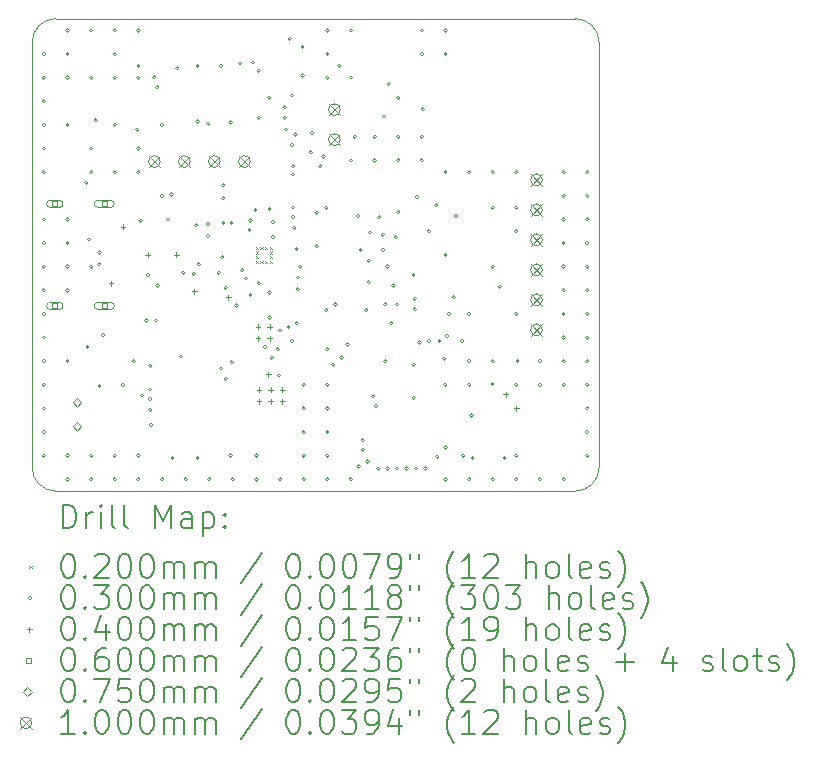
<source format=gbr>
%TF.GenerationSoftware,KiCad,Pcbnew,8.0.1*%
%TF.CreationDate,2024-09-12T17:06:51-04:00*%
%TF.ProjectId,Digital,44696769-7461-46c2-9e6b-696361645f70,rev?*%
%TF.SameCoordinates,Original*%
%TF.FileFunction,Drillmap*%
%TF.FilePolarity,Positive*%
%FSLAX45Y45*%
G04 Gerber Fmt 4.5, Leading zero omitted, Abs format (unit mm)*
G04 Created by KiCad (PCBNEW 8.0.1) date 2024-09-12 17:06:51*
%MOMM*%
%LPD*%
G01*
G04 APERTURE LIST*
%ADD10C,0.050000*%
%ADD11C,0.200000*%
%ADD12C,0.100000*%
G04 APERTURE END LIST*
D10*
X19600000Y-15400000D02*
X15200000Y-15400000D01*
X15000000Y-11600000D02*
G75*
G02*
X15200000Y-11400000I200000J0D01*
G01*
X19800000Y-15200000D02*
G75*
G02*
X19600000Y-15400000I-200000J0D01*
G01*
X19600000Y-11400000D02*
G75*
G02*
X19800000Y-11600000I0J-200000D01*
G01*
X15000000Y-15200000D02*
X15000000Y-11600000D01*
X15200000Y-15400000D02*
G75*
G02*
X15000000Y-15200000I0J200000D01*
G01*
X19800000Y-11600000D02*
X19800000Y-15200000D01*
X15200000Y-11400000D02*
X19600000Y-11400000D01*
D11*
D12*
X16891820Y-13330000D02*
X16911820Y-13350000D01*
X16911820Y-13330000D02*
X16891820Y-13350000D01*
X16891820Y-13370000D02*
X16911820Y-13390000D01*
X16911820Y-13370000D02*
X16891820Y-13390000D01*
X16891820Y-13410000D02*
X16911820Y-13430000D01*
X16911820Y-13410000D02*
X16891820Y-13430000D01*
X16891820Y-13450000D02*
X16911820Y-13470000D01*
X16911820Y-13450000D02*
X16891820Y-13470000D01*
X16931820Y-13330000D02*
X16951820Y-13350000D01*
X16951820Y-13330000D02*
X16931820Y-13350000D01*
X16931820Y-13450000D02*
X16951820Y-13470000D01*
X16951820Y-13450000D02*
X16931820Y-13470000D01*
X16971820Y-13330000D02*
X16991820Y-13350000D01*
X16991820Y-13330000D02*
X16971820Y-13350000D01*
X16971820Y-13450000D02*
X16991820Y-13470000D01*
X16991820Y-13450000D02*
X16971820Y-13470000D01*
X17011820Y-13330000D02*
X17031820Y-13350000D01*
X17031820Y-13330000D02*
X17011820Y-13350000D01*
X17011820Y-13370000D02*
X17031820Y-13390000D01*
X17031820Y-13370000D02*
X17011820Y-13390000D01*
X17011820Y-13410000D02*
X17031820Y-13430000D01*
X17031820Y-13410000D02*
X17011820Y-13430000D01*
X17011820Y-13450000D02*
X17031820Y-13470000D01*
X17031820Y-13450000D02*
X17011820Y-13470000D01*
X15115000Y-11700000D02*
G75*
G02*
X15085000Y-11700000I-15000J0D01*
G01*
X15085000Y-11700000D02*
G75*
G02*
X15115000Y-11700000I15000J0D01*
G01*
X15115000Y-11900000D02*
G75*
G02*
X15085000Y-11900000I-15000J0D01*
G01*
X15085000Y-11900000D02*
G75*
G02*
X15115000Y-11900000I15000J0D01*
G01*
X15115000Y-12100000D02*
G75*
G02*
X15085000Y-12100000I-15000J0D01*
G01*
X15085000Y-12100000D02*
G75*
G02*
X15115000Y-12100000I15000J0D01*
G01*
X15115000Y-12300000D02*
G75*
G02*
X15085000Y-12300000I-15000J0D01*
G01*
X15085000Y-12300000D02*
G75*
G02*
X15115000Y-12300000I15000J0D01*
G01*
X15115000Y-12500000D02*
G75*
G02*
X15085000Y-12500000I-15000J0D01*
G01*
X15085000Y-12500000D02*
G75*
G02*
X15115000Y-12500000I15000J0D01*
G01*
X15115000Y-12700000D02*
G75*
G02*
X15085000Y-12700000I-15000J0D01*
G01*
X15085000Y-12700000D02*
G75*
G02*
X15115000Y-12700000I15000J0D01*
G01*
X15115000Y-13100000D02*
G75*
G02*
X15085000Y-13100000I-15000J0D01*
G01*
X15085000Y-13100000D02*
G75*
G02*
X15115000Y-13100000I15000J0D01*
G01*
X15115000Y-13300000D02*
G75*
G02*
X15085000Y-13300000I-15000J0D01*
G01*
X15085000Y-13300000D02*
G75*
G02*
X15115000Y-13300000I15000J0D01*
G01*
X15115000Y-13500000D02*
G75*
G02*
X15085000Y-13500000I-15000J0D01*
G01*
X15085000Y-13500000D02*
G75*
G02*
X15115000Y-13500000I15000J0D01*
G01*
X15115000Y-13700000D02*
G75*
G02*
X15085000Y-13700000I-15000J0D01*
G01*
X15085000Y-13700000D02*
G75*
G02*
X15115000Y-13700000I15000J0D01*
G01*
X15115000Y-13900000D02*
G75*
G02*
X15085000Y-13900000I-15000J0D01*
G01*
X15085000Y-13900000D02*
G75*
G02*
X15115000Y-13900000I15000J0D01*
G01*
X15115000Y-14100000D02*
G75*
G02*
X15085000Y-14100000I-15000J0D01*
G01*
X15085000Y-14100000D02*
G75*
G02*
X15115000Y-14100000I15000J0D01*
G01*
X15115000Y-14300000D02*
G75*
G02*
X15085000Y-14300000I-15000J0D01*
G01*
X15085000Y-14300000D02*
G75*
G02*
X15115000Y-14300000I15000J0D01*
G01*
X15115000Y-14500000D02*
G75*
G02*
X15085000Y-14500000I-15000J0D01*
G01*
X15085000Y-14500000D02*
G75*
G02*
X15115000Y-14500000I15000J0D01*
G01*
X15115000Y-14700000D02*
G75*
G02*
X15085000Y-14700000I-15000J0D01*
G01*
X15085000Y-14700000D02*
G75*
G02*
X15115000Y-14700000I15000J0D01*
G01*
X15115000Y-14900000D02*
G75*
G02*
X15085000Y-14900000I-15000J0D01*
G01*
X15085000Y-14900000D02*
G75*
G02*
X15115000Y-14900000I15000J0D01*
G01*
X15115000Y-15100000D02*
G75*
G02*
X15085000Y-15100000I-15000J0D01*
G01*
X15085000Y-15100000D02*
G75*
G02*
X15115000Y-15100000I15000J0D01*
G01*
X15315000Y-11500000D02*
G75*
G02*
X15285000Y-11500000I-15000J0D01*
G01*
X15285000Y-11500000D02*
G75*
G02*
X15315000Y-11500000I15000J0D01*
G01*
X15315000Y-11700000D02*
G75*
G02*
X15285000Y-11700000I-15000J0D01*
G01*
X15285000Y-11700000D02*
G75*
G02*
X15315000Y-11700000I15000J0D01*
G01*
X15315000Y-11900000D02*
G75*
G02*
X15285000Y-11900000I-15000J0D01*
G01*
X15285000Y-11900000D02*
G75*
G02*
X15315000Y-11900000I15000J0D01*
G01*
X15315000Y-12300000D02*
G75*
G02*
X15285000Y-12300000I-15000J0D01*
G01*
X15285000Y-12300000D02*
G75*
G02*
X15315000Y-12300000I15000J0D01*
G01*
X15315000Y-13100000D02*
G75*
G02*
X15285000Y-13100000I-15000J0D01*
G01*
X15285000Y-13100000D02*
G75*
G02*
X15315000Y-13100000I15000J0D01*
G01*
X15315000Y-13300000D02*
G75*
G02*
X15285000Y-13300000I-15000J0D01*
G01*
X15285000Y-13300000D02*
G75*
G02*
X15315000Y-13300000I15000J0D01*
G01*
X15315000Y-13500000D02*
G75*
G02*
X15285000Y-13500000I-15000J0D01*
G01*
X15285000Y-13500000D02*
G75*
G02*
X15315000Y-13500000I15000J0D01*
G01*
X15315000Y-13700000D02*
G75*
G02*
X15285000Y-13700000I-15000J0D01*
G01*
X15285000Y-13700000D02*
G75*
G02*
X15315000Y-13700000I15000J0D01*
G01*
X15315000Y-14300000D02*
G75*
G02*
X15285000Y-14300000I-15000J0D01*
G01*
X15285000Y-14300000D02*
G75*
G02*
X15315000Y-14300000I15000J0D01*
G01*
X15315000Y-15100000D02*
G75*
G02*
X15285000Y-15100000I-15000J0D01*
G01*
X15285000Y-15100000D02*
G75*
G02*
X15315000Y-15100000I15000J0D01*
G01*
X15315000Y-15300000D02*
G75*
G02*
X15285000Y-15300000I-15000J0D01*
G01*
X15285000Y-15300000D02*
G75*
G02*
X15315000Y-15300000I15000J0D01*
G01*
X15475000Y-12790000D02*
G75*
G02*
X15445000Y-12790000I-15000J0D01*
G01*
X15445000Y-12790000D02*
G75*
G02*
X15475000Y-12790000I15000J0D01*
G01*
X15485000Y-14180000D02*
G75*
G02*
X15455000Y-14180000I-15000J0D01*
G01*
X15455000Y-14180000D02*
G75*
G02*
X15485000Y-14180000I15000J0D01*
G01*
X15495000Y-13270000D02*
G75*
G02*
X15465000Y-13270000I-15000J0D01*
G01*
X15465000Y-13270000D02*
G75*
G02*
X15495000Y-13270000I15000J0D01*
G01*
X15515000Y-11500000D02*
G75*
G02*
X15485000Y-11500000I-15000J0D01*
G01*
X15485000Y-11500000D02*
G75*
G02*
X15515000Y-11500000I15000J0D01*
G01*
X15515000Y-11900000D02*
G75*
G02*
X15485000Y-11900000I-15000J0D01*
G01*
X15485000Y-11900000D02*
G75*
G02*
X15515000Y-11900000I15000J0D01*
G01*
X15515000Y-12500000D02*
G75*
G02*
X15485000Y-12500000I-15000J0D01*
G01*
X15485000Y-12500000D02*
G75*
G02*
X15515000Y-12500000I15000J0D01*
G01*
X15515000Y-12700000D02*
G75*
G02*
X15485000Y-12700000I-15000J0D01*
G01*
X15485000Y-12700000D02*
G75*
G02*
X15515000Y-12700000I15000J0D01*
G01*
X15515000Y-13500000D02*
G75*
G02*
X15485000Y-13500000I-15000J0D01*
G01*
X15485000Y-13500000D02*
G75*
G02*
X15515000Y-13500000I15000J0D01*
G01*
X15515000Y-15100000D02*
G75*
G02*
X15485000Y-15100000I-15000J0D01*
G01*
X15485000Y-15100000D02*
G75*
G02*
X15515000Y-15100000I15000J0D01*
G01*
X15515000Y-15300000D02*
G75*
G02*
X15485000Y-15300000I-15000J0D01*
G01*
X15485000Y-15300000D02*
G75*
G02*
X15515000Y-15300000I15000J0D01*
G01*
X15555000Y-12260000D02*
G75*
G02*
X15525000Y-12260000I-15000J0D01*
G01*
X15525000Y-12260000D02*
G75*
G02*
X15555000Y-12260000I15000J0D01*
G01*
X15585000Y-13380000D02*
G75*
G02*
X15555000Y-13380000I-15000J0D01*
G01*
X15555000Y-13380000D02*
G75*
G02*
X15585000Y-13380000I15000J0D01*
G01*
X15585000Y-13480000D02*
G75*
G02*
X15555000Y-13480000I-15000J0D01*
G01*
X15555000Y-13480000D02*
G75*
G02*
X15585000Y-13480000I15000J0D01*
G01*
X15587000Y-14510000D02*
G75*
G02*
X15557000Y-14510000I-15000J0D01*
G01*
X15557000Y-14510000D02*
G75*
G02*
X15587000Y-14510000I15000J0D01*
G01*
X15615000Y-14080000D02*
G75*
G02*
X15585000Y-14080000I-15000J0D01*
G01*
X15585000Y-14080000D02*
G75*
G02*
X15615000Y-14080000I15000J0D01*
G01*
X15715000Y-11500000D02*
G75*
G02*
X15685000Y-11500000I-15000J0D01*
G01*
X15685000Y-11500000D02*
G75*
G02*
X15715000Y-11500000I15000J0D01*
G01*
X15715000Y-11700000D02*
G75*
G02*
X15685000Y-11700000I-15000J0D01*
G01*
X15685000Y-11700000D02*
G75*
G02*
X15715000Y-11700000I15000J0D01*
G01*
X15715000Y-11900000D02*
G75*
G02*
X15685000Y-11900000I-15000J0D01*
G01*
X15685000Y-11900000D02*
G75*
G02*
X15715000Y-11900000I15000J0D01*
G01*
X15715000Y-12300000D02*
G75*
G02*
X15685000Y-12300000I-15000J0D01*
G01*
X15685000Y-12300000D02*
G75*
G02*
X15715000Y-12300000I15000J0D01*
G01*
X15715000Y-12700000D02*
G75*
G02*
X15685000Y-12700000I-15000J0D01*
G01*
X15685000Y-12700000D02*
G75*
G02*
X15715000Y-12700000I15000J0D01*
G01*
X15715000Y-15100000D02*
G75*
G02*
X15685000Y-15100000I-15000J0D01*
G01*
X15685000Y-15100000D02*
G75*
G02*
X15715000Y-15100000I15000J0D01*
G01*
X15715000Y-15300000D02*
G75*
G02*
X15685000Y-15300000I-15000J0D01*
G01*
X15685000Y-15300000D02*
G75*
G02*
X15715000Y-15300000I15000J0D01*
G01*
X15785000Y-14500000D02*
G75*
G02*
X15755000Y-14500000I-15000J0D01*
G01*
X15755000Y-14500000D02*
G75*
G02*
X15785000Y-14500000I15000J0D01*
G01*
X15875000Y-14300000D02*
G75*
G02*
X15845000Y-14300000I-15000J0D01*
G01*
X15845000Y-14300000D02*
G75*
G02*
X15875000Y-14300000I15000J0D01*
G01*
X15905000Y-12340000D02*
G75*
G02*
X15875000Y-12340000I-15000J0D01*
G01*
X15875000Y-12340000D02*
G75*
G02*
X15905000Y-12340000I15000J0D01*
G01*
X15915000Y-11500000D02*
G75*
G02*
X15885000Y-11500000I-15000J0D01*
G01*
X15885000Y-11500000D02*
G75*
G02*
X15915000Y-11500000I15000J0D01*
G01*
X15915000Y-11800000D02*
G75*
G02*
X15885000Y-11800000I-15000J0D01*
G01*
X15885000Y-11800000D02*
G75*
G02*
X15915000Y-11800000I15000J0D01*
G01*
X15915000Y-11900000D02*
G75*
G02*
X15885000Y-11900000I-15000J0D01*
G01*
X15885000Y-11900000D02*
G75*
G02*
X15915000Y-11900000I15000J0D01*
G01*
X15915000Y-12500000D02*
G75*
G02*
X15885000Y-12500000I-15000J0D01*
G01*
X15885000Y-12500000D02*
G75*
G02*
X15915000Y-12500000I15000J0D01*
G01*
X15915000Y-12700000D02*
G75*
G02*
X15885000Y-12700000I-15000J0D01*
G01*
X15885000Y-12700000D02*
G75*
G02*
X15915000Y-12700000I15000J0D01*
G01*
X15915000Y-15100000D02*
G75*
G02*
X15885000Y-15100000I-15000J0D01*
G01*
X15885000Y-15100000D02*
G75*
G02*
X15915000Y-15100000I15000J0D01*
G01*
X15915000Y-15300000D02*
G75*
G02*
X15885000Y-15300000I-15000J0D01*
G01*
X15885000Y-15300000D02*
G75*
G02*
X15915000Y-15300000I15000J0D01*
G01*
X15935000Y-13110000D02*
G75*
G02*
X15905000Y-13110000I-15000J0D01*
G01*
X15905000Y-13110000D02*
G75*
G02*
X15935000Y-13110000I15000J0D01*
G01*
X15945000Y-14590000D02*
G75*
G02*
X15915000Y-14590000I-15000J0D01*
G01*
X15915000Y-14590000D02*
G75*
G02*
X15945000Y-14590000I15000J0D01*
G01*
X15985000Y-13955000D02*
G75*
G02*
X15955000Y-13955000I-15000J0D01*
G01*
X15955000Y-13955000D02*
G75*
G02*
X15985000Y-13955000I15000J0D01*
G01*
X15995000Y-13570000D02*
G75*
G02*
X15965000Y-13570000I-15000J0D01*
G01*
X15965000Y-13570000D02*
G75*
G02*
X15995000Y-13570000I15000J0D01*
G01*
X16015000Y-14339000D02*
G75*
G02*
X15985000Y-14339000I-15000J0D01*
G01*
X15985000Y-14339000D02*
G75*
G02*
X16015000Y-14339000I15000J0D01*
G01*
X16015000Y-14540000D02*
G75*
G02*
X15985000Y-14540000I-15000J0D01*
G01*
X15985000Y-14540000D02*
G75*
G02*
X16015000Y-14540000I15000J0D01*
G01*
X16015000Y-14620000D02*
G75*
G02*
X15985000Y-14620000I-15000J0D01*
G01*
X15985000Y-14620000D02*
G75*
G02*
X16015000Y-14620000I15000J0D01*
G01*
X16015000Y-14710000D02*
G75*
G02*
X15985000Y-14710000I-15000J0D01*
G01*
X15985000Y-14710000D02*
G75*
G02*
X16015000Y-14710000I15000J0D01*
G01*
X16021250Y-14840000D02*
G75*
G02*
X15991250Y-14840000I-15000J0D01*
G01*
X15991250Y-14840000D02*
G75*
G02*
X16021250Y-14840000I15000J0D01*
G01*
X16050000Y-11895000D02*
G75*
G02*
X16020000Y-11895000I-15000J0D01*
G01*
X16020000Y-11895000D02*
G75*
G02*
X16050000Y-11895000I15000J0D01*
G01*
X16065000Y-13955000D02*
G75*
G02*
X16035000Y-13955000I-15000J0D01*
G01*
X16035000Y-13955000D02*
G75*
G02*
X16065000Y-13955000I15000J0D01*
G01*
X16075000Y-11980000D02*
G75*
G02*
X16045000Y-11980000I-15000J0D01*
G01*
X16045000Y-11980000D02*
G75*
G02*
X16075000Y-11980000I15000J0D01*
G01*
X16077500Y-13660000D02*
G75*
G02*
X16047500Y-13660000I-15000J0D01*
G01*
X16047500Y-13660000D02*
G75*
G02*
X16077500Y-13660000I15000J0D01*
G01*
X16115000Y-12300000D02*
G75*
G02*
X16085000Y-12300000I-15000J0D01*
G01*
X16085000Y-12300000D02*
G75*
G02*
X16115000Y-12300000I15000J0D01*
G01*
X16115000Y-12900000D02*
G75*
G02*
X16085000Y-12900000I-15000J0D01*
G01*
X16085000Y-12900000D02*
G75*
G02*
X16115000Y-12900000I15000J0D01*
G01*
X16115000Y-15300000D02*
G75*
G02*
X16085000Y-15300000I-15000J0D01*
G01*
X16085000Y-15300000D02*
G75*
G02*
X16115000Y-15300000I15000J0D01*
G01*
X16165000Y-13100000D02*
G75*
G02*
X16135000Y-13100000I-15000J0D01*
G01*
X16135000Y-13100000D02*
G75*
G02*
X16165000Y-13100000I15000J0D01*
G01*
X16195000Y-12890000D02*
G75*
G02*
X16165000Y-12890000I-15000J0D01*
G01*
X16165000Y-12890000D02*
G75*
G02*
X16195000Y-12890000I15000J0D01*
G01*
X16205000Y-15120000D02*
G75*
G02*
X16175000Y-15120000I-15000J0D01*
G01*
X16175000Y-15120000D02*
G75*
G02*
X16205000Y-15120000I15000J0D01*
G01*
X16245000Y-11820000D02*
G75*
G02*
X16215000Y-11820000I-15000J0D01*
G01*
X16215000Y-11820000D02*
G75*
G02*
X16245000Y-11820000I15000J0D01*
G01*
X16276000Y-14260000D02*
G75*
G02*
X16246000Y-14260000I-15000J0D01*
G01*
X16246000Y-14260000D02*
G75*
G02*
X16276000Y-14260000I15000J0D01*
G01*
X16295000Y-13550000D02*
G75*
G02*
X16265000Y-13550000I-15000J0D01*
G01*
X16265000Y-13550000D02*
G75*
G02*
X16295000Y-13550000I15000J0D01*
G01*
X16315000Y-15300000D02*
G75*
G02*
X16285000Y-15300000I-15000J0D01*
G01*
X16285000Y-15300000D02*
G75*
G02*
X16315000Y-15300000I15000J0D01*
G01*
X16385000Y-13560000D02*
G75*
G02*
X16355000Y-13560000I-15000J0D01*
G01*
X16355000Y-13560000D02*
G75*
G02*
X16385000Y-13560000I15000J0D01*
G01*
X16405000Y-13150000D02*
G75*
G02*
X16375000Y-13150000I-15000J0D01*
G01*
X16375000Y-13150000D02*
G75*
G02*
X16405000Y-13150000I15000J0D01*
G01*
X16415000Y-11800000D02*
G75*
G02*
X16385000Y-11800000I-15000J0D01*
G01*
X16385000Y-11800000D02*
G75*
G02*
X16415000Y-11800000I15000J0D01*
G01*
X16415000Y-12270000D02*
G75*
G02*
X16385000Y-12270000I-15000J0D01*
G01*
X16385000Y-12270000D02*
G75*
G02*
X16415000Y-12270000I15000J0D01*
G01*
X16415000Y-15120000D02*
G75*
G02*
X16385000Y-15120000I-15000J0D01*
G01*
X16385000Y-15120000D02*
G75*
G02*
X16415000Y-15120000I15000J0D01*
G01*
X16425000Y-13480000D02*
G75*
G02*
X16395000Y-13480000I-15000J0D01*
G01*
X16395000Y-13480000D02*
G75*
G02*
X16425000Y-13480000I15000J0D01*
G01*
X16505000Y-12290000D02*
G75*
G02*
X16475000Y-12290000I-15000J0D01*
G01*
X16475000Y-12290000D02*
G75*
G02*
X16505000Y-12290000I15000J0D01*
G01*
X16505000Y-13140000D02*
G75*
G02*
X16475000Y-13140000I-15000J0D01*
G01*
X16475000Y-13140000D02*
G75*
G02*
X16505000Y-13140000I15000J0D01*
G01*
X16505000Y-13240000D02*
G75*
G02*
X16475000Y-13240000I-15000J0D01*
G01*
X16475000Y-13240000D02*
G75*
G02*
X16505000Y-13240000I15000J0D01*
G01*
X16515000Y-15300000D02*
G75*
G02*
X16485000Y-15300000I-15000J0D01*
G01*
X16485000Y-15300000D02*
G75*
G02*
X16515000Y-15300000I15000J0D01*
G01*
X16595000Y-13550000D02*
G75*
G02*
X16565000Y-13550000I-15000J0D01*
G01*
X16565000Y-13550000D02*
G75*
G02*
X16595000Y-13550000I15000J0D01*
G01*
X16615000Y-11800000D02*
G75*
G02*
X16585000Y-11800000I-15000J0D01*
G01*
X16585000Y-11800000D02*
G75*
G02*
X16615000Y-11800000I15000J0D01*
G01*
X16615000Y-14361000D02*
G75*
G02*
X16585000Y-14361000I-15000J0D01*
G01*
X16585000Y-14361000D02*
G75*
G02*
X16615000Y-14361000I15000J0D01*
G01*
X16625000Y-13420000D02*
G75*
G02*
X16595000Y-13420000I-15000J0D01*
G01*
X16595000Y-13420000D02*
G75*
G02*
X16625000Y-13420000I15000J0D01*
G01*
X16635000Y-12810000D02*
G75*
G02*
X16605000Y-12810000I-15000J0D01*
G01*
X16605000Y-12810000D02*
G75*
G02*
X16635000Y-12810000I15000J0D01*
G01*
X16635000Y-12920000D02*
G75*
G02*
X16605000Y-12920000I-15000J0D01*
G01*
X16605000Y-12920000D02*
G75*
G02*
X16635000Y-12920000I15000J0D01*
G01*
X16635000Y-13130000D02*
G75*
G02*
X16605000Y-13130000I-15000J0D01*
G01*
X16605000Y-13130000D02*
G75*
G02*
X16635000Y-13130000I15000J0D01*
G01*
X16655000Y-13680000D02*
G75*
G02*
X16625000Y-13680000I-15000J0D01*
G01*
X16625000Y-13680000D02*
G75*
G02*
X16655000Y-13680000I15000J0D01*
G01*
X16655000Y-14450000D02*
G75*
G02*
X16625000Y-14450000I-15000J0D01*
G01*
X16625000Y-14450000D02*
G75*
G02*
X16655000Y-14450000I15000J0D01*
G01*
X16695000Y-12280000D02*
G75*
G02*
X16665000Y-12280000I-15000J0D01*
G01*
X16665000Y-12280000D02*
G75*
G02*
X16695000Y-12280000I15000J0D01*
G01*
X16695000Y-15100000D02*
G75*
G02*
X16665000Y-15100000I-15000J0D01*
G01*
X16665000Y-15100000D02*
G75*
G02*
X16695000Y-15100000I15000J0D01*
G01*
X16705000Y-13130000D02*
G75*
G02*
X16675000Y-13130000I-15000J0D01*
G01*
X16675000Y-13130000D02*
G75*
G02*
X16705000Y-13130000I15000J0D01*
G01*
X16705000Y-14310000D02*
G75*
G02*
X16675000Y-14310000I-15000J0D01*
G01*
X16675000Y-14310000D02*
G75*
G02*
X16705000Y-14310000I15000J0D01*
G01*
X16715000Y-15300000D02*
G75*
G02*
X16685000Y-15300000I-15000J0D01*
G01*
X16685000Y-15300000D02*
G75*
G02*
X16715000Y-15300000I15000J0D01*
G01*
X16745000Y-13830000D02*
G75*
G02*
X16715000Y-13830000I-15000J0D01*
G01*
X16715000Y-13830000D02*
G75*
G02*
X16745000Y-13830000I15000J0D01*
G01*
X16775000Y-11780000D02*
G75*
G02*
X16745000Y-11780000I-15000J0D01*
G01*
X16745000Y-11780000D02*
G75*
G02*
X16775000Y-11780000I15000J0D01*
G01*
X16795000Y-13530000D02*
G75*
G02*
X16765000Y-13530000I-15000J0D01*
G01*
X16765000Y-13530000D02*
G75*
G02*
X16795000Y-13530000I15000J0D01*
G01*
X16825000Y-13600000D02*
G75*
G02*
X16795000Y-13600000I-15000J0D01*
G01*
X16795000Y-13600000D02*
G75*
G02*
X16825000Y-13600000I15000J0D01*
G01*
X16855000Y-13190000D02*
G75*
G02*
X16825000Y-13190000I-15000J0D01*
G01*
X16825000Y-13190000D02*
G75*
G02*
X16855000Y-13190000I15000J0D01*
G01*
X16865000Y-13110000D02*
G75*
G02*
X16835000Y-13110000I-15000J0D01*
G01*
X16835000Y-13110000D02*
G75*
G02*
X16865000Y-13110000I15000J0D01*
G01*
X16865000Y-13740000D02*
G75*
G02*
X16835000Y-13740000I-15000J0D01*
G01*
X16835000Y-13740000D02*
G75*
G02*
X16865000Y-13740000I15000J0D01*
G01*
X16885000Y-11770000D02*
G75*
G02*
X16855000Y-11770000I-15000J0D01*
G01*
X16855000Y-11770000D02*
G75*
G02*
X16885000Y-11770000I15000J0D01*
G01*
X16905000Y-13020000D02*
G75*
G02*
X16875000Y-13020000I-15000J0D01*
G01*
X16875000Y-13020000D02*
G75*
G02*
X16905000Y-13020000I15000J0D01*
G01*
X16915000Y-15100000D02*
G75*
G02*
X16885000Y-15100000I-15000J0D01*
G01*
X16885000Y-15100000D02*
G75*
G02*
X16915000Y-15100000I15000J0D01*
G01*
X16915000Y-15300000D02*
G75*
G02*
X16885000Y-15300000I-15000J0D01*
G01*
X16885000Y-15300000D02*
G75*
G02*
X16915000Y-15300000I15000J0D01*
G01*
X16935000Y-11840000D02*
G75*
G02*
X16905000Y-11840000I-15000J0D01*
G01*
X16905000Y-11840000D02*
G75*
G02*
X16935000Y-11840000I15000J0D01*
G01*
X16935000Y-12240000D02*
G75*
G02*
X16905000Y-12240000I-15000J0D01*
G01*
X16905000Y-12240000D02*
G75*
G02*
X16935000Y-12240000I15000J0D01*
G01*
X16935000Y-13640000D02*
G75*
G02*
X16905000Y-13640000I-15000J0D01*
G01*
X16905000Y-13640000D02*
G75*
G02*
X16935000Y-13640000I15000J0D01*
G01*
X16985000Y-14180000D02*
G75*
G02*
X16955000Y-14180000I-15000J0D01*
G01*
X16955000Y-14180000D02*
G75*
G02*
X16985000Y-14180000I15000J0D01*
G01*
X17025000Y-12070000D02*
G75*
G02*
X16995000Y-12070000I-15000J0D01*
G01*
X16995000Y-12070000D02*
G75*
G02*
X17025000Y-12070000I15000J0D01*
G01*
X17025000Y-13010000D02*
G75*
G02*
X16995000Y-13010000I-15000J0D01*
G01*
X16995000Y-13010000D02*
G75*
G02*
X17025000Y-13010000I15000J0D01*
G01*
X17025000Y-13720000D02*
G75*
G02*
X16995000Y-13720000I-15000J0D01*
G01*
X16995000Y-13720000D02*
G75*
G02*
X17025000Y-13720000I15000J0D01*
G01*
X17025000Y-13930000D02*
G75*
G02*
X16995000Y-13930000I-15000J0D01*
G01*
X16995000Y-13930000D02*
G75*
G02*
X17025000Y-13930000I15000J0D01*
G01*
X17045000Y-14270000D02*
G75*
G02*
X17015000Y-14270000I-15000J0D01*
G01*
X17015000Y-14270000D02*
G75*
G02*
X17045000Y-14270000I15000J0D01*
G01*
X17055000Y-13120000D02*
G75*
G02*
X17025000Y-13120000I-15000J0D01*
G01*
X17025000Y-13120000D02*
G75*
G02*
X17055000Y-13120000I15000J0D01*
G01*
X17055000Y-13250000D02*
G75*
G02*
X17025000Y-13250000I-15000J0D01*
G01*
X17025000Y-13250000D02*
G75*
G02*
X17055000Y-13250000I15000J0D01*
G01*
X17095000Y-14200000D02*
G75*
G02*
X17065000Y-14200000I-15000J0D01*
G01*
X17065000Y-14200000D02*
G75*
G02*
X17095000Y-14200000I15000J0D01*
G01*
X17105000Y-14420000D02*
G75*
G02*
X17075000Y-14420000I-15000J0D01*
G01*
X17075000Y-14420000D02*
G75*
G02*
X17105000Y-14420000I15000J0D01*
G01*
X17115000Y-14040000D02*
G75*
G02*
X17085000Y-14040000I-15000J0D01*
G01*
X17085000Y-14040000D02*
G75*
G02*
X17115000Y-14040000I15000J0D01*
G01*
X17115000Y-15300000D02*
G75*
G02*
X17085000Y-15300000I-15000J0D01*
G01*
X17085000Y-15300000D02*
G75*
G02*
X17115000Y-15300000I15000J0D01*
G01*
X17155000Y-12150000D02*
G75*
G02*
X17125000Y-12150000I-15000J0D01*
G01*
X17125000Y-12150000D02*
G75*
G02*
X17155000Y-12150000I15000J0D01*
G01*
X17155000Y-12240000D02*
G75*
G02*
X17125000Y-12240000I-15000J0D01*
G01*
X17125000Y-12240000D02*
G75*
G02*
X17155000Y-12240000I15000J0D01*
G01*
X17165000Y-12340000D02*
G75*
G02*
X17135000Y-12340000I-15000J0D01*
G01*
X17135000Y-12340000D02*
G75*
G02*
X17165000Y-12340000I15000J0D01*
G01*
X17185000Y-14010000D02*
G75*
G02*
X17155000Y-14010000I-15000J0D01*
G01*
X17155000Y-14010000D02*
G75*
G02*
X17185000Y-14010000I15000J0D01*
G01*
X17195000Y-11570000D02*
G75*
G02*
X17165000Y-11570000I-15000J0D01*
G01*
X17165000Y-11570000D02*
G75*
G02*
X17195000Y-11570000I15000J0D01*
G01*
X17215000Y-12050000D02*
G75*
G02*
X17185000Y-12050000I-15000J0D01*
G01*
X17185000Y-12050000D02*
G75*
G02*
X17215000Y-12050000I15000J0D01*
G01*
X17215000Y-12470000D02*
G75*
G02*
X17185000Y-12470000I-15000J0D01*
G01*
X17185000Y-12470000D02*
G75*
G02*
X17215000Y-12470000I15000J0D01*
G01*
X17215000Y-14130000D02*
G75*
G02*
X17185000Y-14130000I-15000J0D01*
G01*
X17185000Y-14130000D02*
G75*
G02*
X17215000Y-14130000I15000J0D01*
G01*
X17225000Y-12650000D02*
G75*
G02*
X17195000Y-12650000I-15000J0D01*
G01*
X17195000Y-12650000D02*
G75*
G02*
X17225000Y-12650000I15000J0D01*
G01*
X17225000Y-12720000D02*
G75*
G02*
X17195000Y-12720000I-15000J0D01*
G01*
X17195000Y-12720000D02*
G75*
G02*
X17225000Y-12720000I15000J0D01*
G01*
X17225000Y-13000000D02*
G75*
G02*
X17195000Y-13000000I-15000J0D01*
G01*
X17195000Y-13000000D02*
G75*
G02*
X17225000Y-13000000I15000J0D01*
G01*
X17225000Y-13080000D02*
G75*
G02*
X17195000Y-13080000I-15000J0D01*
G01*
X17195000Y-13080000D02*
G75*
G02*
X17225000Y-13080000I15000J0D01*
G01*
X17235000Y-13170000D02*
G75*
G02*
X17205000Y-13170000I-15000J0D01*
G01*
X17205000Y-13170000D02*
G75*
G02*
X17235000Y-13170000I15000J0D01*
G01*
X17245000Y-12380000D02*
G75*
G02*
X17215000Y-12380000I-15000J0D01*
G01*
X17215000Y-12380000D02*
G75*
G02*
X17245000Y-12380000I15000J0D01*
G01*
X17255000Y-13350000D02*
G75*
G02*
X17225000Y-13350000I-15000J0D01*
G01*
X17225000Y-13350000D02*
G75*
G02*
X17255000Y-13350000I15000J0D01*
G01*
X17255000Y-13980000D02*
G75*
G02*
X17225000Y-13980000I-15000J0D01*
G01*
X17225000Y-13980000D02*
G75*
G02*
X17255000Y-13980000I15000J0D01*
G01*
X17265000Y-13592000D02*
G75*
G02*
X17235000Y-13592000I-15000J0D01*
G01*
X17235000Y-13592000D02*
G75*
G02*
X17265000Y-13592000I15000J0D01*
G01*
X17265000Y-13690000D02*
G75*
G02*
X17235000Y-13690000I-15000J0D01*
G01*
X17235000Y-13690000D02*
G75*
G02*
X17265000Y-13690000I15000J0D01*
G01*
X17285000Y-13500000D02*
G75*
G02*
X17255000Y-13500000I-15000J0D01*
G01*
X17255000Y-13500000D02*
G75*
G02*
X17285000Y-13500000I15000J0D01*
G01*
X17305000Y-11640000D02*
G75*
G02*
X17275000Y-11640000I-15000J0D01*
G01*
X17275000Y-11640000D02*
G75*
G02*
X17305000Y-11640000I15000J0D01*
G01*
X17305000Y-11880000D02*
G75*
G02*
X17275000Y-11880000I-15000J0D01*
G01*
X17275000Y-11880000D02*
G75*
G02*
X17305000Y-11880000I15000J0D01*
G01*
X17315000Y-14500000D02*
G75*
G02*
X17285000Y-14500000I-15000J0D01*
G01*
X17285000Y-14500000D02*
G75*
G02*
X17315000Y-14500000I15000J0D01*
G01*
X17315000Y-14700000D02*
G75*
G02*
X17285000Y-14700000I-15000J0D01*
G01*
X17285000Y-14700000D02*
G75*
G02*
X17315000Y-14700000I15000J0D01*
G01*
X17315000Y-14900000D02*
G75*
G02*
X17285000Y-14900000I-15000J0D01*
G01*
X17285000Y-14900000D02*
G75*
G02*
X17315000Y-14900000I15000J0D01*
G01*
X17315000Y-15100000D02*
G75*
G02*
X17285000Y-15100000I-15000J0D01*
G01*
X17285000Y-15100000D02*
G75*
G02*
X17315000Y-15100000I15000J0D01*
G01*
X17315000Y-15300000D02*
G75*
G02*
X17285000Y-15300000I-15000J0D01*
G01*
X17285000Y-15300000D02*
G75*
G02*
X17315000Y-15300000I15000J0D01*
G01*
X17375000Y-12530000D02*
G75*
G02*
X17345000Y-12530000I-15000J0D01*
G01*
X17345000Y-12530000D02*
G75*
G02*
X17375000Y-12530000I15000J0D01*
G01*
X17385000Y-12370000D02*
G75*
G02*
X17355000Y-12370000I-15000J0D01*
G01*
X17355000Y-12370000D02*
G75*
G02*
X17385000Y-12370000I15000J0D01*
G01*
X17425000Y-13042000D02*
G75*
G02*
X17395000Y-13042000I-15000J0D01*
G01*
X17395000Y-13042000D02*
G75*
G02*
X17425000Y-13042000I15000J0D01*
G01*
X17425000Y-13328000D02*
G75*
G02*
X17395000Y-13328000I-15000J0D01*
G01*
X17395000Y-13328000D02*
G75*
G02*
X17425000Y-13328000I15000J0D01*
G01*
X17455000Y-12650000D02*
G75*
G02*
X17425000Y-12650000I-15000J0D01*
G01*
X17425000Y-12650000D02*
G75*
G02*
X17455000Y-12650000I15000J0D01*
G01*
X17482186Y-12566149D02*
G75*
G02*
X17452186Y-12566149I-15000J0D01*
G01*
X17452186Y-12566149D02*
G75*
G02*
X17482186Y-12566149I15000J0D01*
G01*
X17505000Y-13000000D02*
G75*
G02*
X17475000Y-13000000I-15000J0D01*
G01*
X17475000Y-13000000D02*
G75*
G02*
X17505000Y-13000000I15000J0D01*
G01*
X17505000Y-13870000D02*
G75*
G02*
X17475000Y-13870000I-15000J0D01*
G01*
X17475000Y-13870000D02*
G75*
G02*
X17505000Y-13870000I15000J0D01*
G01*
X17515000Y-11500000D02*
G75*
G02*
X17485000Y-11500000I-15000J0D01*
G01*
X17485000Y-11500000D02*
G75*
G02*
X17515000Y-11500000I15000J0D01*
G01*
X17515000Y-11700000D02*
G75*
G02*
X17485000Y-11700000I-15000J0D01*
G01*
X17485000Y-11700000D02*
G75*
G02*
X17515000Y-11700000I15000J0D01*
G01*
X17515000Y-11900000D02*
G75*
G02*
X17485000Y-11900000I-15000J0D01*
G01*
X17485000Y-11900000D02*
G75*
G02*
X17515000Y-11900000I15000J0D01*
G01*
X17515000Y-14200000D02*
G75*
G02*
X17485000Y-14200000I-15000J0D01*
G01*
X17485000Y-14200000D02*
G75*
G02*
X17515000Y-14200000I15000J0D01*
G01*
X17515000Y-14500000D02*
G75*
G02*
X17485000Y-14500000I-15000J0D01*
G01*
X17485000Y-14500000D02*
G75*
G02*
X17515000Y-14500000I15000J0D01*
G01*
X17515000Y-14700000D02*
G75*
G02*
X17485000Y-14700000I-15000J0D01*
G01*
X17485000Y-14700000D02*
G75*
G02*
X17515000Y-14700000I15000J0D01*
G01*
X17515000Y-14900000D02*
G75*
G02*
X17485000Y-14900000I-15000J0D01*
G01*
X17485000Y-14900000D02*
G75*
G02*
X17515000Y-14900000I15000J0D01*
G01*
X17515000Y-15100000D02*
G75*
G02*
X17485000Y-15100000I-15000J0D01*
G01*
X17485000Y-15100000D02*
G75*
G02*
X17515000Y-15100000I15000J0D01*
G01*
X17515000Y-15300000D02*
G75*
G02*
X17485000Y-15300000I-15000J0D01*
G01*
X17485000Y-15300000D02*
G75*
G02*
X17515000Y-15300000I15000J0D01*
G01*
X17565000Y-14330000D02*
G75*
G02*
X17535000Y-14330000I-15000J0D01*
G01*
X17535000Y-14330000D02*
G75*
G02*
X17565000Y-14330000I15000J0D01*
G01*
X17585000Y-13820000D02*
G75*
G02*
X17555000Y-13820000I-15000J0D01*
G01*
X17555000Y-13820000D02*
G75*
G02*
X17585000Y-13820000I15000J0D01*
G01*
X17615000Y-11800000D02*
G75*
G02*
X17585000Y-11800000I-15000J0D01*
G01*
X17585000Y-11800000D02*
G75*
G02*
X17615000Y-11800000I15000J0D01*
G01*
X17635000Y-14270000D02*
G75*
G02*
X17605000Y-14270000I-15000J0D01*
G01*
X17605000Y-14270000D02*
G75*
G02*
X17635000Y-14270000I15000J0D01*
G01*
X17685000Y-14160000D02*
G75*
G02*
X17655000Y-14160000I-15000J0D01*
G01*
X17655000Y-14160000D02*
G75*
G02*
X17685000Y-14160000I15000J0D01*
G01*
X17715000Y-11500000D02*
G75*
G02*
X17685000Y-11500000I-15000J0D01*
G01*
X17685000Y-11500000D02*
G75*
G02*
X17715000Y-11500000I15000J0D01*
G01*
X17715000Y-11900000D02*
G75*
G02*
X17685000Y-11900000I-15000J0D01*
G01*
X17685000Y-11900000D02*
G75*
G02*
X17715000Y-11900000I15000J0D01*
G01*
X17715000Y-12600000D02*
G75*
G02*
X17685000Y-12600000I-15000J0D01*
G01*
X17685000Y-12600000D02*
G75*
G02*
X17715000Y-12600000I15000J0D01*
G01*
X17715000Y-15300000D02*
G75*
G02*
X17685000Y-15300000I-15000J0D01*
G01*
X17685000Y-15300000D02*
G75*
G02*
X17715000Y-15300000I15000J0D01*
G01*
X17745000Y-12400000D02*
G75*
G02*
X17715000Y-12400000I-15000J0D01*
G01*
X17715000Y-12400000D02*
G75*
G02*
X17745000Y-12400000I15000J0D01*
G01*
X17775000Y-13070000D02*
G75*
G02*
X17745000Y-13070000I-15000J0D01*
G01*
X17745000Y-13070000D02*
G75*
G02*
X17775000Y-13070000I15000J0D01*
G01*
X17777112Y-15191127D02*
G75*
G02*
X17747112Y-15191127I-15000J0D01*
G01*
X17747112Y-15191127D02*
G75*
G02*
X17777112Y-15191127I15000J0D01*
G01*
X17795000Y-13360000D02*
G75*
G02*
X17765000Y-13360000I-15000J0D01*
G01*
X17765000Y-13360000D02*
G75*
G02*
X17795000Y-13360000I15000J0D01*
G01*
X17815000Y-14970000D02*
G75*
G02*
X17785000Y-14970000I-15000J0D01*
G01*
X17785000Y-14970000D02*
G75*
G02*
X17815000Y-14970000I15000J0D01*
G01*
X17815000Y-15050000D02*
G75*
G02*
X17785000Y-15050000I-15000J0D01*
G01*
X17785000Y-15050000D02*
G75*
G02*
X17815000Y-15050000I15000J0D01*
G01*
X17845000Y-13870000D02*
G75*
G02*
X17815000Y-13870000I-15000J0D01*
G01*
X17815000Y-13870000D02*
G75*
G02*
X17845000Y-13870000I15000J0D01*
G01*
X17855000Y-15150000D02*
G75*
G02*
X17825000Y-15150000I-15000J0D01*
G01*
X17825000Y-15150000D02*
G75*
G02*
X17855000Y-15150000I15000J0D01*
G01*
X17865000Y-13449000D02*
G75*
G02*
X17835000Y-13449000I-15000J0D01*
G01*
X17835000Y-13449000D02*
G75*
G02*
X17865000Y-13449000I15000J0D01*
G01*
X17865000Y-13630000D02*
G75*
G02*
X17835000Y-13630000I-15000J0D01*
G01*
X17835000Y-13630000D02*
G75*
G02*
X17865000Y-13630000I15000J0D01*
G01*
X17875000Y-13210000D02*
G75*
G02*
X17845000Y-13210000I-15000J0D01*
G01*
X17845000Y-13210000D02*
G75*
G02*
X17875000Y-13210000I15000J0D01*
G01*
X17903405Y-14598261D02*
G75*
G02*
X17873405Y-14598261I-15000J0D01*
G01*
X17873405Y-14598261D02*
G75*
G02*
X17903405Y-14598261I15000J0D01*
G01*
X17915000Y-12400000D02*
G75*
G02*
X17885000Y-12400000I-15000J0D01*
G01*
X17885000Y-12400000D02*
G75*
G02*
X17915000Y-12400000I15000J0D01*
G01*
X17915000Y-12600000D02*
G75*
G02*
X17885000Y-12600000I-15000J0D01*
G01*
X17885000Y-12600000D02*
G75*
G02*
X17915000Y-12600000I15000J0D01*
G01*
X17925000Y-14680000D02*
G75*
G02*
X17895000Y-14680000I-15000J0D01*
G01*
X17895000Y-14680000D02*
G75*
G02*
X17925000Y-14680000I15000J0D01*
G01*
X17945000Y-15210000D02*
G75*
G02*
X17915000Y-15210000I-15000J0D01*
G01*
X17915000Y-15210000D02*
G75*
G02*
X17945000Y-15210000I15000J0D01*
G01*
X17955000Y-13080000D02*
G75*
G02*
X17925000Y-13080000I-15000J0D01*
G01*
X17925000Y-13080000D02*
G75*
G02*
X17955000Y-13080000I15000J0D01*
G01*
X17985000Y-13230000D02*
G75*
G02*
X17955000Y-13230000I-15000J0D01*
G01*
X17955000Y-13230000D02*
G75*
G02*
X17985000Y-13230000I15000J0D01*
G01*
X17985000Y-13360000D02*
G75*
G02*
X17955000Y-13360000I-15000J0D01*
G01*
X17955000Y-13360000D02*
G75*
G02*
X17985000Y-13360000I15000J0D01*
G01*
X17995000Y-12230000D02*
G75*
G02*
X17965000Y-12230000I-15000J0D01*
G01*
X17965000Y-12230000D02*
G75*
G02*
X17995000Y-12230000I15000J0D01*
G01*
X18005000Y-13820000D02*
G75*
G02*
X17975000Y-13820000I-15000J0D01*
G01*
X17975000Y-13820000D02*
G75*
G02*
X18005000Y-13820000I15000J0D01*
G01*
X18005000Y-14300000D02*
G75*
G02*
X17975000Y-14300000I-15000J0D01*
G01*
X17975000Y-14300000D02*
G75*
G02*
X18005000Y-14300000I15000J0D01*
G01*
X18025000Y-13500000D02*
G75*
G02*
X17995000Y-13500000I-15000J0D01*
G01*
X17995000Y-13500000D02*
G75*
G02*
X18025000Y-13500000I15000J0D01*
G01*
X18025000Y-15210000D02*
G75*
G02*
X17995000Y-15210000I-15000J0D01*
G01*
X17995000Y-15210000D02*
G75*
G02*
X18025000Y-15210000I15000J0D01*
G01*
X18035000Y-11950000D02*
G75*
G02*
X18005000Y-11950000I-15000J0D01*
G01*
X18005000Y-11950000D02*
G75*
G02*
X18035000Y-11950000I15000J0D01*
G01*
X18055000Y-13980000D02*
G75*
G02*
X18025000Y-13980000I-15000J0D01*
G01*
X18025000Y-13980000D02*
G75*
G02*
X18055000Y-13980000I15000J0D01*
G01*
X18075000Y-13660000D02*
G75*
G02*
X18045000Y-13660000I-15000J0D01*
G01*
X18045000Y-13660000D02*
G75*
G02*
X18075000Y-13660000I15000J0D01*
G01*
X18095000Y-13250000D02*
G75*
G02*
X18065000Y-13250000I-15000J0D01*
G01*
X18065000Y-13250000D02*
G75*
G02*
X18095000Y-13250000I15000J0D01*
G01*
X18105000Y-13820000D02*
G75*
G02*
X18075000Y-13820000I-15000J0D01*
G01*
X18075000Y-13820000D02*
G75*
G02*
X18105000Y-13820000I15000J0D01*
G01*
X18105000Y-15210000D02*
G75*
G02*
X18075000Y-15210000I-15000J0D01*
G01*
X18075000Y-15210000D02*
G75*
G02*
X18105000Y-15210000I15000J0D01*
G01*
X18115000Y-12068000D02*
G75*
G02*
X18085000Y-12068000I-15000J0D01*
G01*
X18085000Y-12068000D02*
G75*
G02*
X18115000Y-12068000I15000J0D01*
G01*
X18115000Y-12400000D02*
G75*
G02*
X18085000Y-12400000I-15000J0D01*
G01*
X18085000Y-12400000D02*
G75*
G02*
X18115000Y-12400000I15000J0D01*
G01*
X18115000Y-12598622D02*
G75*
G02*
X18085000Y-12598622I-15000J0D01*
G01*
X18085000Y-12598622D02*
G75*
G02*
X18115000Y-12598622I15000J0D01*
G01*
X18115000Y-13040000D02*
G75*
G02*
X18085000Y-13040000I-15000J0D01*
G01*
X18085000Y-13040000D02*
G75*
G02*
X18115000Y-13040000I15000J0D01*
G01*
X18185000Y-15210000D02*
G75*
G02*
X18155000Y-15210000I-15000J0D01*
G01*
X18155000Y-15210000D02*
G75*
G02*
X18185000Y-15210000I15000J0D01*
G01*
X18245000Y-13570000D02*
G75*
G02*
X18215000Y-13570000I-15000J0D01*
G01*
X18215000Y-13570000D02*
G75*
G02*
X18245000Y-13570000I15000J0D01*
G01*
X18245000Y-14330000D02*
G75*
G02*
X18215000Y-14330000I-15000J0D01*
G01*
X18215000Y-14330000D02*
G75*
G02*
X18245000Y-14330000I15000J0D01*
G01*
X18245000Y-14610000D02*
G75*
G02*
X18215000Y-14610000I-15000J0D01*
G01*
X18215000Y-14610000D02*
G75*
G02*
X18245000Y-14610000I15000J0D01*
G01*
X18255000Y-13770000D02*
G75*
G02*
X18225000Y-13770000I-15000J0D01*
G01*
X18225000Y-13770000D02*
G75*
G02*
X18255000Y-13770000I15000J0D01*
G01*
X18255000Y-13860000D02*
G75*
G02*
X18225000Y-13860000I-15000J0D01*
G01*
X18225000Y-13860000D02*
G75*
G02*
X18255000Y-13860000I15000J0D01*
G01*
X18265000Y-15210000D02*
G75*
G02*
X18235000Y-15210000I-15000J0D01*
G01*
X18235000Y-15210000D02*
G75*
G02*
X18265000Y-15210000I15000J0D01*
G01*
X18275000Y-12910000D02*
G75*
G02*
X18245000Y-12910000I-15000J0D01*
G01*
X18245000Y-12910000D02*
G75*
G02*
X18275000Y-12910000I15000J0D01*
G01*
X18295000Y-14140000D02*
G75*
G02*
X18265000Y-14140000I-15000J0D01*
G01*
X18265000Y-14140000D02*
G75*
G02*
X18295000Y-14140000I15000J0D01*
G01*
X18315000Y-11500000D02*
G75*
G02*
X18285000Y-11500000I-15000J0D01*
G01*
X18285000Y-11500000D02*
G75*
G02*
X18315000Y-11500000I15000J0D01*
G01*
X18315000Y-11700000D02*
G75*
G02*
X18285000Y-11700000I-15000J0D01*
G01*
X18285000Y-11700000D02*
G75*
G02*
X18315000Y-11700000I15000J0D01*
G01*
X18315000Y-12400000D02*
G75*
G02*
X18285000Y-12400000I-15000J0D01*
G01*
X18285000Y-12400000D02*
G75*
G02*
X18315000Y-12400000I15000J0D01*
G01*
X18315000Y-12600000D02*
G75*
G02*
X18285000Y-12600000I-15000J0D01*
G01*
X18285000Y-12600000D02*
G75*
G02*
X18315000Y-12600000I15000J0D01*
G01*
X18324000Y-12168000D02*
G75*
G02*
X18294000Y-12168000I-15000J0D01*
G01*
X18294000Y-12168000D02*
G75*
G02*
X18324000Y-12168000I15000J0D01*
G01*
X18345000Y-15210000D02*
G75*
G02*
X18315000Y-15210000I-15000J0D01*
G01*
X18315000Y-15210000D02*
G75*
G02*
X18345000Y-15210000I15000J0D01*
G01*
X18375000Y-13200000D02*
G75*
G02*
X18345000Y-13200000I-15000J0D01*
G01*
X18345000Y-13200000D02*
G75*
G02*
X18375000Y-13200000I15000J0D01*
G01*
X18375000Y-14130000D02*
G75*
G02*
X18345000Y-14130000I-15000J0D01*
G01*
X18345000Y-14130000D02*
G75*
G02*
X18375000Y-14130000I15000J0D01*
G01*
X18435000Y-12980000D02*
G75*
G02*
X18405000Y-12980000I-15000J0D01*
G01*
X18405000Y-12980000D02*
G75*
G02*
X18435000Y-12980000I15000J0D01*
G01*
X18445000Y-15110000D02*
G75*
G02*
X18415000Y-15110000I-15000J0D01*
G01*
X18415000Y-15110000D02*
G75*
G02*
X18445000Y-15110000I15000J0D01*
G01*
X18465000Y-14130000D02*
G75*
G02*
X18435000Y-14130000I-15000J0D01*
G01*
X18435000Y-14130000D02*
G75*
G02*
X18465000Y-14130000I15000J0D01*
G01*
X18505000Y-14280000D02*
G75*
G02*
X18475000Y-14280000I-15000J0D01*
G01*
X18475000Y-14280000D02*
G75*
G02*
X18505000Y-14280000I15000J0D01*
G01*
X18515000Y-11500000D02*
G75*
G02*
X18485000Y-11500000I-15000J0D01*
G01*
X18485000Y-11500000D02*
G75*
G02*
X18515000Y-11500000I15000J0D01*
G01*
X18515000Y-11700000D02*
G75*
G02*
X18485000Y-11700000I-15000J0D01*
G01*
X18485000Y-11700000D02*
G75*
G02*
X18515000Y-11700000I15000J0D01*
G01*
X18515000Y-12700000D02*
G75*
G02*
X18485000Y-12700000I-15000J0D01*
G01*
X18485000Y-12700000D02*
G75*
G02*
X18515000Y-12700000I15000J0D01*
G01*
X18515000Y-13400000D02*
G75*
G02*
X18485000Y-13400000I-15000J0D01*
G01*
X18485000Y-13400000D02*
G75*
G02*
X18515000Y-13400000I15000J0D01*
G01*
X18515000Y-14500000D02*
G75*
G02*
X18485000Y-14500000I-15000J0D01*
G01*
X18485000Y-14500000D02*
G75*
G02*
X18515000Y-14500000I15000J0D01*
G01*
X18515000Y-15030000D02*
G75*
G02*
X18485000Y-15030000I-15000J0D01*
G01*
X18485000Y-15030000D02*
G75*
G02*
X18515000Y-15030000I15000J0D01*
G01*
X18515000Y-15300000D02*
G75*
G02*
X18485000Y-15300000I-15000J0D01*
G01*
X18485000Y-15300000D02*
G75*
G02*
X18515000Y-15300000I15000J0D01*
G01*
X18528360Y-14087753D02*
G75*
G02*
X18498360Y-14087753I-15000J0D01*
G01*
X18498360Y-14087753D02*
G75*
G02*
X18528360Y-14087753I15000J0D01*
G01*
X18545000Y-13900000D02*
G75*
G02*
X18515000Y-13900000I-15000J0D01*
G01*
X18515000Y-13900000D02*
G75*
G02*
X18545000Y-13900000I15000J0D01*
G01*
X18585000Y-13760000D02*
G75*
G02*
X18555000Y-13760000I-15000J0D01*
G01*
X18555000Y-13760000D02*
G75*
G02*
X18585000Y-13760000I15000J0D01*
G01*
X18605000Y-13070000D02*
G75*
G02*
X18575000Y-13070000I-15000J0D01*
G01*
X18575000Y-13070000D02*
G75*
G02*
X18605000Y-13070000I15000J0D01*
G01*
X18655000Y-14130000D02*
G75*
G02*
X18625000Y-14130000I-15000J0D01*
G01*
X18625000Y-14130000D02*
G75*
G02*
X18655000Y-14130000I15000J0D01*
G01*
X18665000Y-15100000D02*
G75*
G02*
X18635000Y-15100000I-15000J0D01*
G01*
X18635000Y-15100000D02*
G75*
G02*
X18665000Y-15100000I15000J0D01*
G01*
X18715000Y-12700000D02*
G75*
G02*
X18685000Y-12700000I-15000J0D01*
G01*
X18685000Y-12700000D02*
G75*
G02*
X18715000Y-12700000I15000J0D01*
G01*
X18715000Y-13900000D02*
G75*
G02*
X18685000Y-13900000I-15000J0D01*
G01*
X18685000Y-13900000D02*
G75*
G02*
X18715000Y-13900000I15000J0D01*
G01*
X18715000Y-14300000D02*
G75*
G02*
X18685000Y-14300000I-15000J0D01*
G01*
X18685000Y-14300000D02*
G75*
G02*
X18715000Y-14300000I15000J0D01*
G01*
X18715000Y-14500000D02*
G75*
G02*
X18685000Y-14500000I-15000J0D01*
G01*
X18685000Y-14500000D02*
G75*
G02*
X18715000Y-14500000I15000J0D01*
G01*
X18715000Y-15300000D02*
G75*
G02*
X18685000Y-15300000I-15000J0D01*
G01*
X18685000Y-15300000D02*
G75*
G02*
X18715000Y-15300000I15000J0D01*
G01*
X18735000Y-14760000D02*
G75*
G02*
X18705000Y-14760000I-15000J0D01*
G01*
X18705000Y-14760000D02*
G75*
G02*
X18735000Y-14760000I15000J0D01*
G01*
X18745000Y-15120000D02*
G75*
G02*
X18715000Y-15120000I-15000J0D01*
G01*
X18715000Y-15120000D02*
G75*
G02*
X18745000Y-15120000I15000J0D01*
G01*
X18915000Y-12700000D02*
G75*
G02*
X18885000Y-12700000I-15000J0D01*
G01*
X18885000Y-12700000D02*
G75*
G02*
X18915000Y-12700000I15000J0D01*
G01*
X18915000Y-13000000D02*
G75*
G02*
X18885000Y-13000000I-15000J0D01*
G01*
X18885000Y-13000000D02*
G75*
G02*
X18915000Y-13000000I15000J0D01*
G01*
X18915000Y-13500000D02*
G75*
G02*
X18885000Y-13500000I-15000J0D01*
G01*
X18885000Y-13500000D02*
G75*
G02*
X18915000Y-13500000I15000J0D01*
G01*
X18915000Y-14300000D02*
G75*
G02*
X18885000Y-14300000I-15000J0D01*
G01*
X18885000Y-14300000D02*
G75*
G02*
X18915000Y-14300000I15000J0D01*
G01*
X18915000Y-14493402D02*
G75*
G02*
X18885000Y-14493402I-15000J0D01*
G01*
X18885000Y-14493402D02*
G75*
G02*
X18915000Y-14493402I15000J0D01*
G01*
X18915000Y-15300000D02*
G75*
G02*
X18885000Y-15300000I-15000J0D01*
G01*
X18885000Y-15300000D02*
G75*
G02*
X18915000Y-15300000I15000J0D01*
G01*
X18975000Y-13670000D02*
G75*
G02*
X18945000Y-13670000I-15000J0D01*
G01*
X18945000Y-13670000D02*
G75*
G02*
X18975000Y-13670000I15000J0D01*
G01*
X19015000Y-15120000D02*
G75*
G02*
X18985000Y-15120000I-15000J0D01*
G01*
X18985000Y-15120000D02*
G75*
G02*
X19015000Y-15120000I15000J0D01*
G01*
X19115000Y-12700000D02*
G75*
G02*
X19085000Y-12700000I-15000J0D01*
G01*
X19085000Y-12700000D02*
G75*
G02*
X19115000Y-12700000I15000J0D01*
G01*
X19115000Y-13000000D02*
G75*
G02*
X19085000Y-13000000I-15000J0D01*
G01*
X19085000Y-13000000D02*
G75*
G02*
X19115000Y-13000000I15000J0D01*
G01*
X19115000Y-13200000D02*
G75*
G02*
X19085000Y-13200000I-15000J0D01*
G01*
X19085000Y-13200000D02*
G75*
G02*
X19115000Y-13200000I15000J0D01*
G01*
X19115000Y-13900000D02*
G75*
G02*
X19085000Y-13900000I-15000J0D01*
G01*
X19085000Y-13900000D02*
G75*
G02*
X19115000Y-13900000I15000J0D01*
G01*
X19115000Y-14500000D02*
G75*
G02*
X19085000Y-14500000I-15000J0D01*
G01*
X19085000Y-14500000D02*
G75*
G02*
X19115000Y-14500000I15000J0D01*
G01*
X19115000Y-15100000D02*
G75*
G02*
X19085000Y-15100000I-15000J0D01*
G01*
X19085000Y-15100000D02*
G75*
G02*
X19115000Y-15100000I15000J0D01*
G01*
X19115000Y-15300000D02*
G75*
G02*
X19085000Y-15300000I-15000J0D01*
G01*
X19085000Y-15300000D02*
G75*
G02*
X19115000Y-15300000I15000J0D01*
G01*
X19125253Y-14300000D02*
G75*
G02*
X19095253Y-14300000I-15000J0D01*
G01*
X19095253Y-14300000D02*
G75*
G02*
X19125253Y-14300000I15000J0D01*
G01*
X19315000Y-14300000D02*
G75*
G02*
X19285000Y-14300000I-15000J0D01*
G01*
X19285000Y-14300000D02*
G75*
G02*
X19315000Y-14300000I15000J0D01*
G01*
X19315000Y-14500000D02*
G75*
G02*
X19285000Y-14500000I-15000J0D01*
G01*
X19285000Y-14500000D02*
G75*
G02*
X19315000Y-14500000I15000J0D01*
G01*
X19315000Y-15300000D02*
G75*
G02*
X19285000Y-15300000I-15000J0D01*
G01*
X19285000Y-15300000D02*
G75*
G02*
X19315000Y-15300000I15000J0D01*
G01*
X19515000Y-12700000D02*
G75*
G02*
X19485000Y-12700000I-15000J0D01*
G01*
X19485000Y-12700000D02*
G75*
G02*
X19515000Y-12700000I15000J0D01*
G01*
X19515000Y-12900000D02*
G75*
G02*
X19485000Y-12900000I-15000J0D01*
G01*
X19485000Y-12900000D02*
G75*
G02*
X19515000Y-12900000I15000J0D01*
G01*
X19515000Y-13100000D02*
G75*
G02*
X19485000Y-13100000I-15000J0D01*
G01*
X19485000Y-13100000D02*
G75*
G02*
X19515000Y-13100000I15000J0D01*
G01*
X19515000Y-13300000D02*
G75*
G02*
X19485000Y-13300000I-15000J0D01*
G01*
X19485000Y-13300000D02*
G75*
G02*
X19515000Y-13300000I15000J0D01*
G01*
X19515000Y-13500000D02*
G75*
G02*
X19485000Y-13500000I-15000J0D01*
G01*
X19485000Y-13500000D02*
G75*
G02*
X19515000Y-13500000I15000J0D01*
G01*
X19515000Y-13700000D02*
G75*
G02*
X19485000Y-13700000I-15000J0D01*
G01*
X19485000Y-13700000D02*
G75*
G02*
X19515000Y-13700000I15000J0D01*
G01*
X19515000Y-13900000D02*
G75*
G02*
X19485000Y-13900000I-15000J0D01*
G01*
X19485000Y-13900000D02*
G75*
G02*
X19515000Y-13900000I15000J0D01*
G01*
X19515000Y-14100000D02*
G75*
G02*
X19485000Y-14100000I-15000J0D01*
G01*
X19485000Y-14100000D02*
G75*
G02*
X19515000Y-14100000I15000J0D01*
G01*
X19515000Y-14300000D02*
G75*
G02*
X19485000Y-14300000I-15000J0D01*
G01*
X19485000Y-14300000D02*
G75*
G02*
X19515000Y-14300000I15000J0D01*
G01*
X19515000Y-14500000D02*
G75*
G02*
X19485000Y-14500000I-15000J0D01*
G01*
X19485000Y-14500000D02*
G75*
G02*
X19515000Y-14500000I15000J0D01*
G01*
X19515000Y-15300000D02*
G75*
G02*
X19485000Y-15300000I-15000J0D01*
G01*
X19485000Y-15300000D02*
G75*
G02*
X19515000Y-15300000I15000J0D01*
G01*
X19715000Y-12700000D02*
G75*
G02*
X19685000Y-12700000I-15000J0D01*
G01*
X19685000Y-12700000D02*
G75*
G02*
X19715000Y-12700000I15000J0D01*
G01*
X19715000Y-12900000D02*
G75*
G02*
X19685000Y-12900000I-15000J0D01*
G01*
X19685000Y-12900000D02*
G75*
G02*
X19715000Y-12900000I15000J0D01*
G01*
X19715000Y-13100000D02*
G75*
G02*
X19685000Y-13100000I-15000J0D01*
G01*
X19685000Y-13100000D02*
G75*
G02*
X19715000Y-13100000I15000J0D01*
G01*
X19715000Y-13300000D02*
G75*
G02*
X19685000Y-13300000I-15000J0D01*
G01*
X19685000Y-13300000D02*
G75*
G02*
X19715000Y-13300000I15000J0D01*
G01*
X19715000Y-13500000D02*
G75*
G02*
X19685000Y-13500000I-15000J0D01*
G01*
X19685000Y-13500000D02*
G75*
G02*
X19715000Y-13500000I15000J0D01*
G01*
X19715000Y-13700000D02*
G75*
G02*
X19685000Y-13700000I-15000J0D01*
G01*
X19685000Y-13700000D02*
G75*
G02*
X19715000Y-13700000I15000J0D01*
G01*
X19715000Y-13900000D02*
G75*
G02*
X19685000Y-13900000I-15000J0D01*
G01*
X19685000Y-13900000D02*
G75*
G02*
X19715000Y-13900000I15000J0D01*
G01*
X19715000Y-14100000D02*
G75*
G02*
X19685000Y-14100000I-15000J0D01*
G01*
X19685000Y-14100000D02*
G75*
G02*
X19715000Y-14100000I15000J0D01*
G01*
X19715000Y-14300000D02*
G75*
G02*
X19685000Y-14300000I-15000J0D01*
G01*
X19685000Y-14300000D02*
G75*
G02*
X19715000Y-14300000I15000J0D01*
G01*
X19715000Y-14500000D02*
G75*
G02*
X19685000Y-14500000I-15000J0D01*
G01*
X19685000Y-14500000D02*
G75*
G02*
X19715000Y-14500000I15000J0D01*
G01*
X19715000Y-14700000D02*
G75*
G02*
X19685000Y-14700000I-15000J0D01*
G01*
X19685000Y-14700000D02*
G75*
G02*
X19715000Y-14700000I15000J0D01*
G01*
X19715000Y-14900000D02*
G75*
G02*
X19685000Y-14900000I-15000J0D01*
G01*
X19685000Y-14900000D02*
G75*
G02*
X19715000Y-14900000I15000J0D01*
G01*
X19715000Y-15100000D02*
G75*
G02*
X19685000Y-15100000I-15000J0D01*
G01*
X19685000Y-15100000D02*
G75*
G02*
X19715000Y-15100000I15000J0D01*
G01*
X15668000Y-13620000D02*
X15668000Y-13660000D01*
X15648000Y-13640000D02*
X15688000Y-13640000D01*
X15770000Y-13140000D02*
X15770000Y-13180000D01*
X15750000Y-13160000D02*
X15790000Y-13160000D01*
X15980000Y-13380000D02*
X15980000Y-13420000D01*
X15960000Y-13400000D02*
X16000000Y-13400000D01*
X16220000Y-13380000D02*
X16220000Y-13420000D01*
X16200000Y-13400000D02*
X16240000Y-13400000D01*
X16372500Y-13690000D02*
X16372500Y-13730000D01*
X16352500Y-13710000D02*
X16392500Y-13710000D01*
X16660000Y-13740000D02*
X16660000Y-13780000D01*
X16640000Y-13760000D02*
X16680000Y-13760000D01*
X16912497Y-13987503D02*
X16912497Y-14027503D01*
X16892497Y-14007503D02*
X16932497Y-14007503D01*
X16912497Y-14087503D02*
X16912497Y-14127503D01*
X16892497Y-14107503D02*
X16932497Y-14107503D01*
X16920000Y-14520000D02*
X16920000Y-14560000D01*
X16900000Y-14540000D02*
X16940000Y-14540000D01*
X16920000Y-14620000D02*
X16920000Y-14660000D01*
X16900000Y-14640000D02*
X16940000Y-14640000D01*
X17000000Y-14390000D02*
X17000000Y-14430000D01*
X16980000Y-14410000D02*
X17020000Y-14410000D01*
X17012497Y-13987503D02*
X17012497Y-14027503D01*
X16992497Y-14007503D02*
X17032497Y-14007503D01*
X17012497Y-14087503D02*
X17012497Y-14127503D01*
X16992497Y-14107503D02*
X17032497Y-14107503D01*
X17020000Y-14520000D02*
X17020000Y-14560000D01*
X17000000Y-14540000D02*
X17040000Y-14540000D01*
X17020000Y-14620000D02*
X17020000Y-14660000D01*
X17000000Y-14640000D02*
X17040000Y-14640000D01*
X17120000Y-14520000D02*
X17120000Y-14560000D01*
X17100000Y-14540000D02*
X17140000Y-14540000D01*
X17120000Y-14620000D02*
X17120000Y-14660000D01*
X17100000Y-14640000D02*
X17140000Y-14640000D01*
X19010000Y-14560000D02*
X19010000Y-14600000D01*
X18990000Y-14580000D02*
X19030000Y-14580000D01*
X19100000Y-14680000D02*
X19100000Y-14720000D01*
X19080000Y-14700000D02*
X19120000Y-14700000D01*
X15213713Y-12989213D02*
X15213713Y-12946787D01*
X15171287Y-12946787D01*
X15171287Y-12989213D01*
X15213713Y-12989213D01*
X15232500Y-12938000D02*
X15152500Y-12938000D01*
X15152500Y-12998000D02*
G75*
G02*
X15152500Y-12938000I0J30000D01*
G01*
X15152500Y-12998000D02*
X15232500Y-12998000D01*
X15232500Y-12998000D02*
G75*
G03*
X15232500Y-12938000I0J30000D01*
G01*
X15213713Y-13853213D02*
X15213713Y-13810787D01*
X15171287Y-13810787D01*
X15171287Y-13853213D01*
X15213713Y-13853213D01*
X15232500Y-13802000D02*
X15152500Y-13802000D01*
X15152500Y-13862000D02*
G75*
G02*
X15152500Y-13802000I0J30000D01*
G01*
X15152500Y-13862000D02*
X15232500Y-13862000D01*
X15232500Y-13862000D02*
G75*
G03*
X15232500Y-13802000I0J30000D01*
G01*
X15631713Y-12989213D02*
X15631713Y-12946787D01*
X15589287Y-12946787D01*
X15589287Y-12989213D01*
X15631713Y-12989213D01*
X15665500Y-12938000D02*
X15555500Y-12938000D01*
X15555500Y-12998000D02*
G75*
G02*
X15555500Y-12938000I0J30000D01*
G01*
X15555500Y-12998000D02*
X15665500Y-12998000D01*
X15665500Y-12998000D02*
G75*
G03*
X15665500Y-12938000I0J30000D01*
G01*
X15631713Y-13853213D02*
X15631713Y-13810787D01*
X15589287Y-13810787D01*
X15589287Y-13853213D01*
X15631713Y-13853213D01*
X15665500Y-13802000D02*
X15555500Y-13802000D01*
X15555500Y-13862000D02*
G75*
G02*
X15555500Y-13802000I0J30000D01*
G01*
X15555500Y-13862000D02*
X15665500Y-13862000D01*
X15665500Y-13862000D02*
G75*
G03*
X15665500Y-13802000I0J30000D01*
G01*
X15380000Y-14687500D02*
X15417500Y-14650000D01*
X15380000Y-14612500D01*
X15342500Y-14650000D01*
X15380000Y-14687500D01*
X15380000Y-14887500D02*
X15417500Y-14850000D01*
X15380000Y-14812500D01*
X15342500Y-14850000D01*
X15380000Y-14887500D01*
X15986000Y-12560000D02*
X16086000Y-12660000D01*
X16086000Y-12560000D02*
X15986000Y-12660000D01*
X16086000Y-12610000D02*
G75*
G02*
X15986000Y-12610000I-50000J0D01*
G01*
X15986000Y-12610000D02*
G75*
G02*
X16086000Y-12610000I50000J0D01*
G01*
X16240000Y-12560000D02*
X16340000Y-12660000D01*
X16340000Y-12560000D02*
X16240000Y-12660000D01*
X16340000Y-12610000D02*
G75*
G02*
X16240000Y-12610000I-50000J0D01*
G01*
X16240000Y-12610000D02*
G75*
G02*
X16340000Y-12610000I50000J0D01*
G01*
X16494000Y-12560000D02*
X16594000Y-12660000D01*
X16594000Y-12560000D02*
X16494000Y-12660000D01*
X16594000Y-12610000D02*
G75*
G02*
X16494000Y-12610000I-50000J0D01*
G01*
X16494000Y-12610000D02*
G75*
G02*
X16594000Y-12610000I50000J0D01*
G01*
X16748000Y-12560000D02*
X16848000Y-12660000D01*
X16848000Y-12560000D02*
X16748000Y-12660000D01*
X16848000Y-12610000D02*
G75*
G02*
X16748000Y-12610000I-50000J0D01*
G01*
X16748000Y-12610000D02*
G75*
G02*
X16848000Y-12610000I50000J0D01*
G01*
X17510000Y-12120000D02*
X17610000Y-12220000D01*
X17610000Y-12120000D02*
X17510000Y-12220000D01*
X17610000Y-12170000D02*
G75*
G02*
X17510000Y-12170000I-50000J0D01*
G01*
X17510000Y-12170000D02*
G75*
G02*
X17610000Y-12170000I50000J0D01*
G01*
X17510000Y-12374000D02*
X17610000Y-12474000D01*
X17610000Y-12374000D02*
X17510000Y-12474000D01*
X17610000Y-12424000D02*
G75*
G02*
X17510000Y-12424000I-50000J0D01*
G01*
X17510000Y-12424000D02*
G75*
G02*
X17610000Y-12424000I50000J0D01*
G01*
X19220000Y-12715000D02*
X19320000Y-12815000D01*
X19320000Y-12715000D02*
X19220000Y-12815000D01*
X19320000Y-12765000D02*
G75*
G02*
X19220000Y-12765000I-50000J0D01*
G01*
X19220000Y-12765000D02*
G75*
G02*
X19320000Y-12765000I50000J0D01*
G01*
X19220000Y-12969000D02*
X19320000Y-13069000D01*
X19320000Y-12969000D02*
X19220000Y-13069000D01*
X19320000Y-13019000D02*
G75*
G02*
X19220000Y-13019000I-50000J0D01*
G01*
X19220000Y-13019000D02*
G75*
G02*
X19320000Y-13019000I50000J0D01*
G01*
X19220000Y-13223000D02*
X19320000Y-13323000D01*
X19320000Y-13223000D02*
X19220000Y-13323000D01*
X19320000Y-13273000D02*
G75*
G02*
X19220000Y-13273000I-50000J0D01*
G01*
X19220000Y-13273000D02*
G75*
G02*
X19320000Y-13273000I50000J0D01*
G01*
X19220000Y-13477000D02*
X19320000Y-13577000D01*
X19320000Y-13477000D02*
X19220000Y-13577000D01*
X19320000Y-13527000D02*
G75*
G02*
X19220000Y-13527000I-50000J0D01*
G01*
X19220000Y-13527000D02*
G75*
G02*
X19320000Y-13527000I50000J0D01*
G01*
X19220000Y-13731000D02*
X19320000Y-13831000D01*
X19320000Y-13731000D02*
X19220000Y-13831000D01*
X19320000Y-13781000D02*
G75*
G02*
X19220000Y-13781000I-50000J0D01*
G01*
X19220000Y-13781000D02*
G75*
G02*
X19320000Y-13781000I50000J0D01*
G01*
X19220000Y-13985000D02*
X19320000Y-14085000D01*
X19320000Y-13985000D02*
X19220000Y-14085000D01*
X19320000Y-14035000D02*
G75*
G02*
X19220000Y-14035000I-50000J0D01*
G01*
X19220000Y-14035000D02*
G75*
G02*
X19320000Y-14035000I50000J0D01*
G01*
D11*
X15258277Y-15713984D02*
X15258277Y-15513984D01*
X15258277Y-15513984D02*
X15305896Y-15513984D01*
X15305896Y-15513984D02*
X15334467Y-15523508D01*
X15334467Y-15523508D02*
X15353515Y-15542555D01*
X15353515Y-15542555D02*
X15363039Y-15561603D01*
X15363039Y-15561603D02*
X15372562Y-15599698D01*
X15372562Y-15599698D02*
X15372562Y-15628269D01*
X15372562Y-15628269D02*
X15363039Y-15666365D01*
X15363039Y-15666365D02*
X15353515Y-15685412D01*
X15353515Y-15685412D02*
X15334467Y-15704460D01*
X15334467Y-15704460D02*
X15305896Y-15713984D01*
X15305896Y-15713984D02*
X15258277Y-15713984D01*
X15458277Y-15713984D02*
X15458277Y-15580650D01*
X15458277Y-15618746D02*
X15467801Y-15599698D01*
X15467801Y-15599698D02*
X15477324Y-15590174D01*
X15477324Y-15590174D02*
X15496372Y-15580650D01*
X15496372Y-15580650D02*
X15515420Y-15580650D01*
X15582086Y-15713984D02*
X15582086Y-15580650D01*
X15582086Y-15513984D02*
X15572562Y-15523508D01*
X15572562Y-15523508D02*
X15582086Y-15533031D01*
X15582086Y-15533031D02*
X15591610Y-15523508D01*
X15591610Y-15523508D02*
X15582086Y-15513984D01*
X15582086Y-15513984D02*
X15582086Y-15533031D01*
X15705896Y-15713984D02*
X15686848Y-15704460D01*
X15686848Y-15704460D02*
X15677324Y-15685412D01*
X15677324Y-15685412D02*
X15677324Y-15513984D01*
X15810658Y-15713984D02*
X15791610Y-15704460D01*
X15791610Y-15704460D02*
X15782086Y-15685412D01*
X15782086Y-15685412D02*
X15782086Y-15513984D01*
X16039229Y-15713984D02*
X16039229Y-15513984D01*
X16039229Y-15513984D02*
X16105896Y-15656841D01*
X16105896Y-15656841D02*
X16172562Y-15513984D01*
X16172562Y-15513984D02*
X16172562Y-15713984D01*
X16353515Y-15713984D02*
X16353515Y-15609222D01*
X16353515Y-15609222D02*
X16343991Y-15590174D01*
X16343991Y-15590174D02*
X16324943Y-15580650D01*
X16324943Y-15580650D02*
X16286848Y-15580650D01*
X16286848Y-15580650D02*
X16267801Y-15590174D01*
X16353515Y-15704460D02*
X16334467Y-15713984D01*
X16334467Y-15713984D02*
X16286848Y-15713984D01*
X16286848Y-15713984D02*
X16267801Y-15704460D01*
X16267801Y-15704460D02*
X16258277Y-15685412D01*
X16258277Y-15685412D02*
X16258277Y-15666365D01*
X16258277Y-15666365D02*
X16267801Y-15647317D01*
X16267801Y-15647317D02*
X16286848Y-15637793D01*
X16286848Y-15637793D02*
X16334467Y-15637793D01*
X16334467Y-15637793D02*
X16353515Y-15628269D01*
X16448753Y-15580650D02*
X16448753Y-15780650D01*
X16448753Y-15590174D02*
X16467801Y-15580650D01*
X16467801Y-15580650D02*
X16505896Y-15580650D01*
X16505896Y-15580650D02*
X16524943Y-15590174D01*
X16524943Y-15590174D02*
X16534467Y-15599698D01*
X16534467Y-15599698D02*
X16543991Y-15618746D01*
X16543991Y-15618746D02*
X16543991Y-15675888D01*
X16543991Y-15675888D02*
X16534467Y-15694936D01*
X16534467Y-15694936D02*
X16524943Y-15704460D01*
X16524943Y-15704460D02*
X16505896Y-15713984D01*
X16505896Y-15713984D02*
X16467801Y-15713984D01*
X16467801Y-15713984D02*
X16448753Y-15704460D01*
X16629705Y-15694936D02*
X16639229Y-15704460D01*
X16639229Y-15704460D02*
X16629705Y-15713984D01*
X16629705Y-15713984D02*
X16620182Y-15704460D01*
X16620182Y-15704460D02*
X16629705Y-15694936D01*
X16629705Y-15694936D02*
X16629705Y-15713984D01*
X16629705Y-15590174D02*
X16639229Y-15599698D01*
X16639229Y-15599698D02*
X16629705Y-15609222D01*
X16629705Y-15609222D02*
X16620182Y-15599698D01*
X16620182Y-15599698D02*
X16629705Y-15590174D01*
X16629705Y-15590174D02*
X16629705Y-15609222D01*
D12*
X14977500Y-16032500D02*
X14997500Y-16052500D01*
X14997500Y-16032500D02*
X14977500Y-16052500D01*
D11*
X15296372Y-15933984D02*
X15315420Y-15933984D01*
X15315420Y-15933984D02*
X15334467Y-15943508D01*
X15334467Y-15943508D02*
X15343991Y-15953031D01*
X15343991Y-15953031D02*
X15353515Y-15972079D01*
X15353515Y-15972079D02*
X15363039Y-16010174D01*
X15363039Y-16010174D02*
X15363039Y-16057793D01*
X15363039Y-16057793D02*
X15353515Y-16095888D01*
X15353515Y-16095888D02*
X15343991Y-16114936D01*
X15343991Y-16114936D02*
X15334467Y-16124460D01*
X15334467Y-16124460D02*
X15315420Y-16133984D01*
X15315420Y-16133984D02*
X15296372Y-16133984D01*
X15296372Y-16133984D02*
X15277324Y-16124460D01*
X15277324Y-16124460D02*
X15267801Y-16114936D01*
X15267801Y-16114936D02*
X15258277Y-16095888D01*
X15258277Y-16095888D02*
X15248753Y-16057793D01*
X15248753Y-16057793D02*
X15248753Y-16010174D01*
X15248753Y-16010174D02*
X15258277Y-15972079D01*
X15258277Y-15972079D02*
X15267801Y-15953031D01*
X15267801Y-15953031D02*
X15277324Y-15943508D01*
X15277324Y-15943508D02*
X15296372Y-15933984D01*
X15448753Y-16114936D02*
X15458277Y-16124460D01*
X15458277Y-16124460D02*
X15448753Y-16133984D01*
X15448753Y-16133984D02*
X15439229Y-16124460D01*
X15439229Y-16124460D02*
X15448753Y-16114936D01*
X15448753Y-16114936D02*
X15448753Y-16133984D01*
X15534467Y-15953031D02*
X15543991Y-15943508D01*
X15543991Y-15943508D02*
X15563039Y-15933984D01*
X15563039Y-15933984D02*
X15610658Y-15933984D01*
X15610658Y-15933984D02*
X15629705Y-15943508D01*
X15629705Y-15943508D02*
X15639229Y-15953031D01*
X15639229Y-15953031D02*
X15648753Y-15972079D01*
X15648753Y-15972079D02*
X15648753Y-15991127D01*
X15648753Y-15991127D02*
X15639229Y-16019698D01*
X15639229Y-16019698D02*
X15524943Y-16133984D01*
X15524943Y-16133984D02*
X15648753Y-16133984D01*
X15772562Y-15933984D02*
X15791610Y-15933984D01*
X15791610Y-15933984D02*
X15810658Y-15943508D01*
X15810658Y-15943508D02*
X15820182Y-15953031D01*
X15820182Y-15953031D02*
X15829705Y-15972079D01*
X15829705Y-15972079D02*
X15839229Y-16010174D01*
X15839229Y-16010174D02*
X15839229Y-16057793D01*
X15839229Y-16057793D02*
X15829705Y-16095888D01*
X15829705Y-16095888D02*
X15820182Y-16114936D01*
X15820182Y-16114936D02*
X15810658Y-16124460D01*
X15810658Y-16124460D02*
X15791610Y-16133984D01*
X15791610Y-16133984D02*
X15772562Y-16133984D01*
X15772562Y-16133984D02*
X15753515Y-16124460D01*
X15753515Y-16124460D02*
X15743991Y-16114936D01*
X15743991Y-16114936D02*
X15734467Y-16095888D01*
X15734467Y-16095888D02*
X15724943Y-16057793D01*
X15724943Y-16057793D02*
X15724943Y-16010174D01*
X15724943Y-16010174D02*
X15734467Y-15972079D01*
X15734467Y-15972079D02*
X15743991Y-15953031D01*
X15743991Y-15953031D02*
X15753515Y-15943508D01*
X15753515Y-15943508D02*
X15772562Y-15933984D01*
X15963039Y-15933984D02*
X15982086Y-15933984D01*
X15982086Y-15933984D02*
X16001134Y-15943508D01*
X16001134Y-15943508D02*
X16010658Y-15953031D01*
X16010658Y-15953031D02*
X16020182Y-15972079D01*
X16020182Y-15972079D02*
X16029705Y-16010174D01*
X16029705Y-16010174D02*
X16029705Y-16057793D01*
X16029705Y-16057793D02*
X16020182Y-16095888D01*
X16020182Y-16095888D02*
X16010658Y-16114936D01*
X16010658Y-16114936D02*
X16001134Y-16124460D01*
X16001134Y-16124460D02*
X15982086Y-16133984D01*
X15982086Y-16133984D02*
X15963039Y-16133984D01*
X15963039Y-16133984D02*
X15943991Y-16124460D01*
X15943991Y-16124460D02*
X15934467Y-16114936D01*
X15934467Y-16114936D02*
X15924943Y-16095888D01*
X15924943Y-16095888D02*
X15915420Y-16057793D01*
X15915420Y-16057793D02*
X15915420Y-16010174D01*
X15915420Y-16010174D02*
X15924943Y-15972079D01*
X15924943Y-15972079D02*
X15934467Y-15953031D01*
X15934467Y-15953031D02*
X15943991Y-15943508D01*
X15943991Y-15943508D02*
X15963039Y-15933984D01*
X16115420Y-16133984D02*
X16115420Y-16000650D01*
X16115420Y-16019698D02*
X16124943Y-16010174D01*
X16124943Y-16010174D02*
X16143991Y-16000650D01*
X16143991Y-16000650D02*
X16172563Y-16000650D01*
X16172563Y-16000650D02*
X16191610Y-16010174D01*
X16191610Y-16010174D02*
X16201134Y-16029222D01*
X16201134Y-16029222D02*
X16201134Y-16133984D01*
X16201134Y-16029222D02*
X16210658Y-16010174D01*
X16210658Y-16010174D02*
X16229705Y-16000650D01*
X16229705Y-16000650D02*
X16258277Y-16000650D01*
X16258277Y-16000650D02*
X16277324Y-16010174D01*
X16277324Y-16010174D02*
X16286848Y-16029222D01*
X16286848Y-16029222D02*
X16286848Y-16133984D01*
X16382086Y-16133984D02*
X16382086Y-16000650D01*
X16382086Y-16019698D02*
X16391610Y-16010174D01*
X16391610Y-16010174D02*
X16410658Y-16000650D01*
X16410658Y-16000650D02*
X16439229Y-16000650D01*
X16439229Y-16000650D02*
X16458277Y-16010174D01*
X16458277Y-16010174D02*
X16467801Y-16029222D01*
X16467801Y-16029222D02*
X16467801Y-16133984D01*
X16467801Y-16029222D02*
X16477324Y-16010174D01*
X16477324Y-16010174D02*
X16496372Y-16000650D01*
X16496372Y-16000650D02*
X16524943Y-16000650D01*
X16524943Y-16000650D02*
X16543991Y-16010174D01*
X16543991Y-16010174D02*
X16553515Y-16029222D01*
X16553515Y-16029222D02*
X16553515Y-16133984D01*
X16943991Y-15924460D02*
X16772563Y-16181603D01*
X17201134Y-15933984D02*
X17220182Y-15933984D01*
X17220182Y-15933984D02*
X17239229Y-15943508D01*
X17239229Y-15943508D02*
X17248753Y-15953031D01*
X17248753Y-15953031D02*
X17258277Y-15972079D01*
X17258277Y-15972079D02*
X17267801Y-16010174D01*
X17267801Y-16010174D02*
X17267801Y-16057793D01*
X17267801Y-16057793D02*
X17258277Y-16095888D01*
X17258277Y-16095888D02*
X17248753Y-16114936D01*
X17248753Y-16114936D02*
X17239229Y-16124460D01*
X17239229Y-16124460D02*
X17220182Y-16133984D01*
X17220182Y-16133984D02*
X17201134Y-16133984D01*
X17201134Y-16133984D02*
X17182087Y-16124460D01*
X17182087Y-16124460D02*
X17172563Y-16114936D01*
X17172563Y-16114936D02*
X17163039Y-16095888D01*
X17163039Y-16095888D02*
X17153515Y-16057793D01*
X17153515Y-16057793D02*
X17153515Y-16010174D01*
X17153515Y-16010174D02*
X17163039Y-15972079D01*
X17163039Y-15972079D02*
X17172563Y-15953031D01*
X17172563Y-15953031D02*
X17182087Y-15943508D01*
X17182087Y-15943508D02*
X17201134Y-15933984D01*
X17353515Y-16114936D02*
X17363039Y-16124460D01*
X17363039Y-16124460D02*
X17353515Y-16133984D01*
X17353515Y-16133984D02*
X17343991Y-16124460D01*
X17343991Y-16124460D02*
X17353515Y-16114936D01*
X17353515Y-16114936D02*
X17353515Y-16133984D01*
X17486848Y-15933984D02*
X17505896Y-15933984D01*
X17505896Y-15933984D02*
X17524944Y-15943508D01*
X17524944Y-15943508D02*
X17534468Y-15953031D01*
X17534468Y-15953031D02*
X17543991Y-15972079D01*
X17543991Y-15972079D02*
X17553515Y-16010174D01*
X17553515Y-16010174D02*
X17553515Y-16057793D01*
X17553515Y-16057793D02*
X17543991Y-16095888D01*
X17543991Y-16095888D02*
X17534468Y-16114936D01*
X17534468Y-16114936D02*
X17524944Y-16124460D01*
X17524944Y-16124460D02*
X17505896Y-16133984D01*
X17505896Y-16133984D02*
X17486848Y-16133984D01*
X17486848Y-16133984D02*
X17467801Y-16124460D01*
X17467801Y-16124460D02*
X17458277Y-16114936D01*
X17458277Y-16114936D02*
X17448753Y-16095888D01*
X17448753Y-16095888D02*
X17439229Y-16057793D01*
X17439229Y-16057793D02*
X17439229Y-16010174D01*
X17439229Y-16010174D02*
X17448753Y-15972079D01*
X17448753Y-15972079D02*
X17458277Y-15953031D01*
X17458277Y-15953031D02*
X17467801Y-15943508D01*
X17467801Y-15943508D02*
X17486848Y-15933984D01*
X17677325Y-15933984D02*
X17696372Y-15933984D01*
X17696372Y-15933984D02*
X17715420Y-15943508D01*
X17715420Y-15943508D02*
X17724944Y-15953031D01*
X17724944Y-15953031D02*
X17734468Y-15972079D01*
X17734468Y-15972079D02*
X17743991Y-16010174D01*
X17743991Y-16010174D02*
X17743991Y-16057793D01*
X17743991Y-16057793D02*
X17734468Y-16095888D01*
X17734468Y-16095888D02*
X17724944Y-16114936D01*
X17724944Y-16114936D02*
X17715420Y-16124460D01*
X17715420Y-16124460D02*
X17696372Y-16133984D01*
X17696372Y-16133984D02*
X17677325Y-16133984D01*
X17677325Y-16133984D02*
X17658277Y-16124460D01*
X17658277Y-16124460D02*
X17648753Y-16114936D01*
X17648753Y-16114936D02*
X17639229Y-16095888D01*
X17639229Y-16095888D02*
X17629706Y-16057793D01*
X17629706Y-16057793D02*
X17629706Y-16010174D01*
X17629706Y-16010174D02*
X17639229Y-15972079D01*
X17639229Y-15972079D02*
X17648753Y-15953031D01*
X17648753Y-15953031D02*
X17658277Y-15943508D01*
X17658277Y-15943508D02*
X17677325Y-15933984D01*
X17810658Y-15933984D02*
X17943991Y-15933984D01*
X17943991Y-15933984D02*
X17858277Y-16133984D01*
X18029706Y-16133984D02*
X18067801Y-16133984D01*
X18067801Y-16133984D02*
X18086849Y-16124460D01*
X18086849Y-16124460D02*
X18096372Y-16114936D01*
X18096372Y-16114936D02*
X18115420Y-16086365D01*
X18115420Y-16086365D02*
X18124944Y-16048269D01*
X18124944Y-16048269D02*
X18124944Y-15972079D01*
X18124944Y-15972079D02*
X18115420Y-15953031D01*
X18115420Y-15953031D02*
X18105896Y-15943508D01*
X18105896Y-15943508D02*
X18086849Y-15933984D01*
X18086849Y-15933984D02*
X18048753Y-15933984D01*
X18048753Y-15933984D02*
X18029706Y-15943508D01*
X18029706Y-15943508D02*
X18020182Y-15953031D01*
X18020182Y-15953031D02*
X18010658Y-15972079D01*
X18010658Y-15972079D02*
X18010658Y-16019698D01*
X18010658Y-16019698D02*
X18020182Y-16038746D01*
X18020182Y-16038746D02*
X18029706Y-16048269D01*
X18029706Y-16048269D02*
X18048753Y-16057793D01*
X18048753Y-16057793D02*
X18086849Y-16057793D01*
X18086849Y-16057793D02*
X18105896Y-16048269D01*
X18105896Y-16048269D02*
X18115420Y-16038746D01*
X18115420Y-16038746D02*
X18124944Y-16019698D01*
X18201134Y-15933984D02*
X18201134Y-15972079D01*
X18277325Y-15933984D02*
X18277325Y-15972079D01*
X18572563Y-16210174D02*
X18563039Y-16200650D01*
X18563039Y-16200650D02*
X18543991Y-16172079D01*
X18543991Y-16172079D02*
X18534468Y-16153031D01*
X18534468Y-16153031D02*
X18524944Y-16124460D01*
X18524944Y-16124460D02*
X18515420Y-16076841D01*
X18515420Y-16076841D02*
X18515420Y-16038746D01*
X18515420Y-16038746D02*
X18524944Y-15991127D01*
X18524944Y-15991127D02*
X18534468Y-15962555D01*
X18534468Y-15962555D02*
X18543991Y-15943508D01*
X18543991Y-15943508D02*
X18563039Y-15914936D01*
X18563039Y-15914936D02*
X18572563Y-15905412D01*
X18753515Y-16133984D02*
X18639230Y-16133984D01*
X18696372Y-16133984D02*
X18696372Y-15933984D01*
X18696372Y-15933984D02*
X18677325Y-15962555D01*
X18677325Y-15962555D02*
X18658277Y-15981603D01*
X18658277Y-15981603D02*
X18639230Y-15991127D01*
X18829706Y-15953031D02*
X18839230Y-15943508D01*
X18839230Y-15943508D02*
X18858277Y-15933984D01*
X18858277Y-15933984D02*
X18905896Y-15933984D01*
X18905896Y-15933984D02*
X18924944Y-15943508D01*
X18924944Y-15943508D02*
X18934468Y-15953031D01*
X18934468Y-15953031D02*
X18943991Y-15972079D01*
X18943991Y-15972079D02*
X18943991Y-15991127D01*
X18943991Y-15991127D02*
X18934468Y-16019698D01*
X18934468Y-16019698D02*
X18820182Y-16133984D01*
X18820182Y-16133984D02*
X18943991Y-16133984D01*
X19182087Y-16133984D02*
X19182087Y-15933984D01*
X19267801Y-16133984D02*
X19267801Y-16029222D01*
X19267801Y-16029222D02*
X19258277Y-16010174D01*
X19258277Y-16010174D02*
X19239230Y-16000650D01*
X19239230Y-16000650D02*
X19210658Y-16000650D01*
X19210658Y-16000650D02*
X19191611Y-16010174D01*
X19191611Y-16010174D02*
X19182087Y-16019698D01*
X19391611Y-16133984D02*
X19372563Y-16124460D01*
X19372563Y-16124460D02*
X19363039Y-16114936D01*
X19363039Y-16114936D02*
X19353515Y-16095888D01*
X19353515Y-16095888D02*
X19353515Y-16038746D01*
X19353515Y-16038746D02*
X19363039Y-16019698D01*
X19363039Y-16019698D02*
X19372563Y-16010174D01*
X19372563Y-16010174D02*
X19391611Y-16000650D01*
X19391611Y-16000650D02*
X19420182Y-16000650D01*
X19420182Y-16000650D02*
X19439230Y-16010174D01*
X19439230Y-16010174D02*
X19448753Y-16019698D01*
X19448753Y-16019698D02*
X19458277Y-16038746D01*
X19458277Y-16038746D02*
X19458277Y-16095888D01*
X19458277Y-16095888D02*
X19448753Y-16114936D01*
X19448753Y-16114936D02*
X19439230Y-16124460D01*
X19439230Y-16124460D02*
X19420182Y-16133984D01*
X19420182Y-16133984D02*
X19391611Y-16133984D01*
X19572563Y-16133984D02*
X19553515Y-16124460D01*
X19553515Y-16124460D02*
X19543992Y-16105412D01*
X19543992Y-16105412D02*
X19543992Y-15933984D01*
X19724944Y-16124460D02*
X19705896Y-16133984D01*
X19705896Y-16133984D02*
X19667801Y-16133984D01*
X19667801Y-16133984D02*
X19648753Y-16124460D01*
X19648753Y-16124460D02*
X19639230Y-16105412D01*
X19639230Y-16105412D02*
X19639230Y-16029222D01*
X19639230Y-16029222D02*
X19648753Y-16010174D01*
X19648753Y-16010174D02*
X19667801Y-16000650D01*
X19667801Y-16000650D02*
X19705896Y-16000650D01*
X19705896Y-16000650D02*
X19724944Y-16010174D01*
X19724944Y-16010174D02*
X19734468Y-16029222D01*
X19734468Y-16029222D02*
X19734468Y-16048269D01*
X19734468Y-16048269D02*
X19639230Y-16067317D01*
X19810658Y-16124460D02*
X19829706Y-16133984D01*
X19829706Y-16133984D02*
X19867801Y-16133984D01*
X19867801Y-16133984D02*
X19886849Y-16124460D01*
X19886849Y-16124460D02*
X19896373Y-16105412D01*
X19896373Y-16105412D02*
X19896373Y-16095888D01*
X19896373Y-16095888D02*
X19886849Y-16076841D01*
X19886849Y-16076841D02*
X19867801Y-16067317D01*
X19867801Y-16067317D02*
X19839230Y-16067317D01*
X19839230Y-16067317D02*
X19820182Y-16057793D01*
X19820182Y-16057793D02*
X19810658Y-16038746D01*
X19810658Y-16038746D02*
X19810658Y-16029222D01*
X19810658Y-16029222D02*
X19820182Y-16010174D01*
X19820182Y-16010174D02*
X19839230Y-16000650D01*
X19839230Y-16000650D02*
X19867801Y-16000650D01*
X19867801Y-16000650D02*
X19886849Y-16010174D01*
X19963039Y-16210174D02*
X19972563Y-16200650D01*
X19972563Y-16200650D02*
X19991611Y-16172079D01*
X19991611Y-16172079D02*
X20001134Y-16153031D01*
X20001134Y-16153031D02*
X20010658Y-16124460D01*
X20010658Y-16124460D02*
X20020182Y-16076841D01*
X20020182Y-16076841D02*
X20020182Y-16038746D01*
X20020182Y-16038746D02*
X20010658Y-15991127D01*
X20010658Y-15991127D02*
X20001134Y-15962555D01*
X20001134Y-15962555D02*
X19991611Y-15943508D01*
X19991611Y-15943508D02*
X19972563Y-15914936D01*
X19972563Y-15914936D02*
X19963039Y-15905412D01*
D12*
X14997500Y-16306500D02*
G75*
G02*
X14967500Y-16306500I-15000J0D01*
G01*
X14967500Y-16306500D02*
G75*
G02*
X14997500Y-16306500I15000J0D01*
G01*
D11*
X15296372Y-16197984D02*
X15315420Y-16197984D01*
X15315420Y-16197984D02*
X15334467Y-16207508D01*
X15334467Y-16207508D02*
X15343991Y-16217031D01*
X15343991Y-16217031D02*
X15353515Y-16236079D01*
X15353515Y-16236079D02*
X15363039Y-16274174D01*
X15363039Y-16274174D02*
X15363039Y-16321793D01*
X15363039Y-16321793D02*
X15353515Y-16359888D01*
X15353515Y-16359888D02*
X15343991Y-16378936D01*
X15343991Y-16378936D02*
X15334467Y-16388460D01*
X15334467Y-16388460D02*
X15315420Y-16397984D01*
X15315420Y-16397984D02*
X15296372Y-16397984D01*
X15296372Y-16397984D02*
X15277324Y-16388460D01*
X15277324Y-16388460D02*
X15267801Y-16378936D01*
X15267801Y-16378936D02*
X15258277Y-16359888D01*
X15258277Y-16359888D02*
X15248753Y-16321793D01*
X15248753Y-16321793D02*
X15248753Y-16274174D01*
X15248753Y-16274174D02*
X15258277Y-16236079D01*
X15258277Y-16236079D02*
X15267801Y-16217031D01*
X15267801Y-16217031D02*
X15277324Y-16207508D01*
X15277324Y-16207508D02*
X15296372Y-16197984D01*
X15448753Y-16378936D02*
X15458277Y-16388460D01*
X15458277Y-16388460D02*
X15448753Y-16397984D01*
X15448753Y-16397984D02*
X15439229Y-16388460D01*
X15439229Y-16388460D02*
X15448753Y-16378936D01*
X15448753Y-16378936D02*
X15448753Y-16397984D01*
X15524943Y-16197984D02*
X15648753Y-16197984D01*
X15648753Y-16197984D02*
X15582086Y-16274174D01*
X15582086Y-16274174D02*
X15610658Y-16274174D01*
X15610658Y-16274174D02*
X15629705Y-16283698D01*
X15629705Y-16283698D02*
X15639229Y-16293222D01*
X15639229Y-16293222D02*
X15648753Y-16312269D01*
X15648753Y-16312269D02*
X15648753Y-16359888D01*
X15648753Y-16359888D02*
X15639229Y-16378936D01*
X15639229Y-16378936D02*
X15629705Y-16388460D01*
X15629705Y-16388460D02*
X15610658Y-16397984D01*
X15610658Y-16397984D02*
X15553515Y-16397984D01*
X15553515Y-16397984D02*
X15534467Y-16388460D01*
X15534467Y-16388460D02*
X15524943Y-16378936D01*
X15772562Y-16197984D02*
X15791610Y-16197984D01*
X15791610Y-16197984D02*
X15810658Y-16207508D01*
X15810658Y-16207508D02*
X15820182Y-16217031D01*
X15820182Y-16217031D02*
X15829705Y-16236079D01*
X15829705Y-16236079D02*
X15839229Y-16274174D01*
X15839229Y-16274174D02*
X15839229Y-16321793D01*
X15839229Y-16321793D02*
X15829705Y-16359888D01*
X15829705Y-16359888D02*
X15820182Y-16378936D01*
X15820182Y-16378936D02*
X15810658Y-16388460D01*
X15810658Y-16388460D02*
X15791610Y-16397984D01*
X15791610Y-16397984D02*
X15772562Y-16397984D01*
X15772562Y-16397984D02*
X15753515Y-16388460D01*
X15753515Y-16388460D02*
X15743991Y-16378936D01*
X15743991Y-16378936D02*
X15734467Y-16359888D01*
X15734467Y-16359888D02*
X15724943Y-16321793D01*
X15724943Y-16321793D02*
X15724943Y-16274174D01*
X15724943Y-16274174D02*
X15734467Y-16236079D01*
X15734467Y-16236079D02*
X15743991Y-16217031D01*
X15743991Y-16217031D02*
X15753515Y-16207508D01*
X15753515Y-16207508D02*
X15772562Y-16197984D01*
X15963039Y-16197984D02*
X15982086Y-16197984D01*
X15982086Y-16197984D02*
X16001134Y-16207508D01*
X16001134Y-16207508D02*
X16010658Y-16217031D01*
X16010658Y-16217031D02*
X16020182Y-16236079D01*
X16020182Y-16236079D02*
X16029705Y-16274174D01*
X16029705Y-16274174D02*
X16029705Y-16321793D01*
X16029705Y-16321793D02*
X16020182Y-16359888D01*
X16020182Y-16359888D02*
X16010658Y-16378936D01*
X16010658Y-16378936D02*
X16001134Y-16388460D01*
X16001134Y-16388460D02*
X15982086Y-16397984D01*
X15982086Y-16397984D02*
X15963039Y-16397984D01*
X15963039Y-16397984D02*
X15943991Y-16388460D01*
X15943991Y-16388460D02*
X15934467Y-16378936D01*
X15934467Y-16378936D02*
X15924943Y-16359888D01*
X15924943Y-16359888D02*
X15915420Y-16321793D01*
X15915420Y-16321793D02*
X15915420Y-16274174D01*
X15915420Y-16274174D02*
X15924943Y-16236079D01*
X15924943Y-16236079D02*
X15934467Y-16217031D01*
X15934467Y-16217031D02*
X15943991Y-16207508D01*
X15943991Y-16207508D02*
X15963039Y-16197984D01*
X16115420Y-16397984D02*
X16115420Y-16264650D01*
X16115420Y-16283698D02*
X16124943Y-16274174D01*
X16124943Y-16274174D02*
X16143991Y-16264650D01*
X16143991Y-16264650D02*
X16172563Y-16264650D01*
X16172563Y-16264650D02*
X16191610Y-16274174D01*
X16191610Y-16274174D02*
X16201134Y-16293222D01*
X16201134Y-16293222D02*
X16201134Y-16397984D01*
X16201134Y-16293222D02*
X16210658Y-16274174D01*
X16210658Y-16274174D02*
X16229705Y-16264650D01*
X16229705Y-16264650D02*
X16258277Y-16264650D01*
X16258277Y-16264650D02*
X16277324Y-16274174D01*
X16277324Y-16274174D02*
X16286848Y-16293222D01*
X16286848Y-16293222D02*
X16286848Y-16397984D01*
X16382086Y-16397984D02*
X16382086Y-16264650D01*
X16382086Y-16283698D02*
X16391610Y-16274174D01*
X16391610Y-16274174D02*
X16410658Y-16264650D01*
X16410658Y-16264650D02*
X16439229Y-16264650D01*
X16439229Y-16264650D02*
X16458277Y-16274174D01*
X16458277Y-16274174D02*
X16467801Y-16293222D01*
X16467801Y-16293222D02*
X16467801Y-16397984D01*
X16467801Y-16293222D02*
X16477324Y-16274174D01*
X16477324Y-16274174D02*
X16496372Y-16264650D01*
X16496372Y-16264650D02*
X16524943Y-16264650D01*
X16524943Y-16264650D02*
X16543991Y-16274174D01*
X16543991Y-16274174D02*
X16553515Y-16293222D01*
X16553515Y-16293222D02*
X16553515Y-16397984D01*
X16943991Y-16188460D02*
X16772563Y-16445603D01*
X17201134Y-16197984D02*
X17220182Y-16197984D01*
X17220182Y-16197984D02*
X17239229Y-16207508D01*
X17239229Y-16207508D02*
X17248753Y-16217031D01*
X17248753Y-16217031D02*
X17258277Y-16236079D01*
X17258277Y-16236079D02*
X17267801Y-16274174D01*
X17267801Y-16274174D02*
X17267801Y-16321793D01*
X17267801Y-16321793D02*
X17258277Y-16359888D01*
X17258277Y-16359888D02*
X17248753Y-16378936D01*
X17248753Y-16378936D02*
X17239229Y-16388460D01*
X17239229Y-16388460D02*
X17220182Y-16397984D01*
X17220182Y-16397984D02*
X17201134Y-16397984D01*
X17201134Y-16397984D02*
X17182087Y-16388460D01*
X17182087Y-16388460D02*
X17172563Y-16378936D01*
X17172563Y-16378936D02*
X17163039Y-16359888D01*
X17163039Y-16359888D02*
X17153515Y-16321793D01*
X17153515Y-16321793D02*
X17153515Y-16274174D01*
X17153515Y-16274174D02*
X17163039Y-16236079D01*
X17163039Y-16236079D02*
X17172563Y-16217031D01*
X17172563Y-16217031D02*
X17182087Y-16207508D01*
X17182087Y-16207508D02*
X17201134Y-16197984D01*
X17353515Y-16378936D02*
X17363039Y-16388460D01*
X17363039Y-16388460D02*
X17353515Y-16397984D01*
X17353515Y-16397984D02*
X17343991Y-16388460D01*
X17343991Y-16388460D02*
X17353515Y-16378936D01*
X17353515Y-16378936D02*
X17353515Y-16397984D01*
X17486848Y-16197984D02*
X17505896Y-16197984D01*
X17505896Y-16197984D02*
X17524944Y-16207508D01*
X17524944Y-16207508D02*
X17534468Y-16217031D01*
X17534468Y-16217031D02*
X17543991Y-16236079D01*
X17543991Y-16236079D02*
X17553515Y-16274174D01*
X17553515Y-16274174D02*
X17553515Y-16321793D01*
X17553515Y-16321793D02*
X17543991Y-16359888D01*
X17543991Y-16359888D02*
X17534468Y-16378936D01*
X17534468Y-16378936D02*
X17524944Y-16388460D01*
X17524944Y-16388460D02*
X17505896Y-16397984D01*
X17505896Y-16397984D02*
X17486848Y-16397984D01*
X17486848Y-16397984D02*
X17467801Y-16388460D01*
X17467801Y-16388460D02*
X17458277Y-16378936D01*
X17458277Y-16378936D02*
X17448753Y-16359888D01*
X17448753Y-16359888D02*
X17439229Y-16321793D01*
X17439229Y-16321793D02*
X17439229Y-16274174D01*
X17439229Y-16274174D02*
X17448753Y-16236079D01*
X17448753Y-16236079D02*
X17458277Y-16217031D01*
X17458277Y-16217031D02*
X17467801Y-16207508D01*
X17467801Y-16207508D02*
X17486848Y-16197984D01*
X17743991Y-16397984D02*
X17629706Y-16397984D01*
X17686848Y-16397984D02*
X17686848Y-16197984D01*
X17686848Y-16197984D02*
X17667801Y-16226555D01*
X17667801Y-16226555D02*
X17648753Y-16245603D01*
X17648753Y-16245603D02*
X17629706Y-16255127D01*
X17934468Y-16397984D02*
X17820182Y-16397984D01*
X17877325Y-16397984D02*
X17877325Y-16197984D01*
X17877325Y-16197984D02*
X17858277Y-16226555D01*
X17858277Y-16226555D02*
X17839229Y-16245603D01*
X17839229Y-16245603D02*
X17820182Y-16255127D01*
X18048753Y-16283698D02*
X18029706Y-16274174D01*
X18029706Y-16274174D02*
X18020182Y-16264650D01*
X18020182Y-16264650D02*
X18010658Y-16245603D01*
X18010658Y-16245603D02*
X18010658Y-16236079D01*
X18010658Y-16236079D02*
X18020182Y-16217031D01*
X18020182Y-16217031D02*
X18029706Y-16207508D01*
X18029706Y-16207508D02*
X18048753Y-16197984D01*
X18048753Y-16197984D02*
X18086849Y-16197984D01*
X18086849Y-16197984D02*
X18105896Y-16207508D01*
X18105896Y-16207508D02*
X18115420Y-16217031D01*
X18115420Y-16217031D02*
X18124944Y-16236079D01*
X18124944Y-16236079D02*
X18124944Y-16245603D01*
X18124944Y-16245603D02*
X18115420Y-16264650D01*
X18115420Y-16264650D02*
X18105896Y-16274174D01*
X18105896Y-16274174D02*
X18086849Y-16283698D01*
X18086849Y-16283698D02*
X18048753Y-16283698D01*
X18048753Y-16283698D02*
X18029706Y-16293222D01*
X18029706Y-16293222D02*
X18020182Y-16302746D01*
X18020182Y-16302746D02*
X18010658Y-16321793D01*
X18010658Y-16321793D02*
X18010658Y-16359888D01*
X18010658Y-16359888D02*
X18020182Y-16378936D01*
X18020182Y-16378936D02*
X18029706Y-16388460D01*
X18029706Y-16388460D02*
X18048753Y-16397984D01*
X18048753Y-16397984D02*
X18086849Y-16397984D01*
X18086849Y-16397984D02*
X18105896Y-16388460D01*
X18105896Y-16388460D02*
X18115420Y-16378936D01*
X18115420Y-16378936D02*
X18124944Y-16359888D01*
X18124944Y-16359888D02*
X18124944Y-16321793D01*
X18124944Y-16321793D02*
X18115420Y-16302746D01*
X18115420Y-16302746D02*
X18105896Y-16293222D01*
X18105896Y-16293222D02*
X18086849Y-16283698D01*
X18201134Y-16197984D02*
X18201134Y-16236079D01*
X18277325Y-16197984D02*
X18277325Y-16236079D01*
X18572563Y-16474174D02*
X18563039Y-16464650D01*
X18563039Y-16464650D02*
X18543991Y-16436079D01*
X18543991Y-16436079D02*
X18534468Y-16417031D01*
X18534468Y-16417031D02*
X18524944Y-16388460D01*
X18524944Y-16388460D02*
X18515420Y-16340841D01*
X18515420Y-16340841D02*
X18515420Y-16302746D01*
X18515420Y-16302746D02*
X18524944Y-16255127D01*
X18524944Y-16255127D02*
X18534468Y-16226555D01*
X18534468Y-16226555D02*
X18543991Y-16207508D01*
X18543991Y-16207508D02*
X18563039Y-16178936D01*
X18563039Y-16178936D02*
X18572563Y-16169412D01*
X18629706Y-16197984D02*
X18753515Y-16197984D01*
X18753515Y-16197984D02*
X18686849Y-16274174D01*
X18686849Y-16274174D02*
X18715420Y-16274174D01*
X18715420Y-16274174D02*
X18734468Y-16283698D01*
X18734468Y-16283698D02*
X18743991Y-16293222D01*
X18743991Y-16293222D02*
X18753515Y-16312269D01*
X18753515Y-16312269D02*
X18753515Y-16359888D01*
X18753515Y-16359888D02*
X18743991Y-16378936D01*
X18743991Y-16378936D02*
X18734468Y-16388460D01*
X18734468Y-16388460D02*
X18715420Y-16397984D01*
X18715420Y-16397984D02*
X18658277Y-16397984D01*
X18658277Y-16397984D02*
X18639230Y-16388460D01*
X18639230Y-16388460D02*
X18629706Y-16378936D01*
X18877325Y-16197984D02*
X18896372Y-16197984D01*
X18896372Y-16197984D02*
X18915420Y-16207508D01*
X18915420Y-16207508D02*
X18924944Y-16217031D01*
X18924944Y-16217031D02*
X18934468Y-16236079D01*
X18934468Y-16236079D02*
X18943991Y-16274174D01*
X18943991Y-16274174D02*
X18943991Y-16321793D01*
X18943991Y-16321793D02*
X18934468Y-16359888D01*
X18934468Y-16359888D02*
X18924944Y-16378936D01*
X18924944Y-16378936D02*
X18915420Y-16388460D01*
X18915420Y-16388460D02*
X18896372Y-16397984D01*
X18896372Y-16397984D02*
X18877325Y-16397984D01*
X18877325Y-16397984D02*
X18858277Y-16388460D01*
X18858277Y-16388460D02*
X18848753Y-16378936D01*
X18848753Y-16378936D02*
X18839230Y-16359888D01*
X18839230Y-16359888D02*
X18829706Y-16321793D01*
X18829706Y-16321793D02*
X18829706Y-16274174D01*
X18829706Y-16274174D02*
X18839230Y-16236079D01*
X18839230Y-16236079D02*
X18848753Y-16217031D01*
X18848753Y-16217031D02*
X18858277Y-16207508D01*
X18858277Y-16207508D02*
X18877325Y-16197984D01*
X19010658Y-16197984D02*
X19134468Y-16197984D01*
X19134468Y-16197984D02*
X19067801Y-16274174D01*
X19067801Y-16274174D02*
X19096372Y-16274174D01*
X19096372Y-16274174D02*
X19115420Y-16283698D01*
X19115420Y-16283698D02*
X19124944Y-16293222D01*
X19124944Y-16293222D02*
X19134468Y-16312269D01*
X19134468Y-16312269D02*
X19134468Y-16359888D01*
X19134468Y-16359888D02*
X19124944Y-16378936D01*
X19124944Y-16378936D02*
X19115420Y-16388460D01*
X19115420Y-16388460D02*
X19096372Y-16397984D01*
X19096372Y-16397984D02*
X19039230Y-16397984D01*
X19039230Y-16397984D02*
X19020182Y-16388460D01*
X19020182Y-16388460D02*
X19010658Y-16378936D01*
X19372563Y-16397984D02*
X19372563Y-16197984D01*
X19458277Y-16397984D02*
X19458277Y-16293222D01*
X19458277Y-16293222D02*
X19448753Y-16274174D01*
X19448753Y-16274174D02*
X19429706Y-16264650D01*
X19429706Y-16264650D02*
X19401134Y-16264650D01*
X19401134Y-16264650D02*
X19382087Y-16274174D01*
X19382087Y-16274174D02*
X19372563Y-16283698D01*
X19582087Y-16397984D02*
X19563039Y-16388460D01*
X19563039Y-16388460D02*
X19553515Y-16378936D01*
X19553515Y-16378936D02*
X19543992Y-16359888D01*
X19543992Y-16359888D02*
X19543992Y-16302746D01*
X19543992Y-16302746D02*
X19553515Y-16283698D01*
X19553515Y-16283698D02*
X19563039Y-16274174D01*
X19563039Y-16274174D02*
X19582087Y-16264650D01*
X19582087Y-16264650D02*
X19610658Y-16264650D01*
X19610658Y-16264650D02*
X19629706Y-16274174D01*
X19629706Y-16274174D02*
X19639230Y-16283698D01*
X19639230Y-16283698D02*
X19648753Y-16302746D01*
X19648753Y-16302746D02*
X19648753Y-16359888D01*
X19648753Y-16359888D02*
X19639230Y-16378936D01*
X19639230Y-16378936D02*
X19629706Y-16388460D01*
X19629706Y-16388460D02*
X19610658Y-16397984D01*
X19610658Y-16397984D02*
X19582087Y-16397984D01*
X19763039Y-16397984D02*
X19743992Y-16388460D01*
X19743992Y-16388460D02*
X19734468Y-16369412D01*
X19734468Y-16369412D02*
X19734468Y-16197984D01*
X19915420Y-16388460D02*
X19896373Y-16397984D01*
X19896373Y-16397984D02*
X19858277Y-16397984D01*
X19858277Y-16397984D02*
X19839230Y-16388460D01*
X19839230Y-16388460D02*
X19829706Y-16369412D01*
X19829706Y-16369412D02*
X19829706Y-16293222D01*
X19829706Y-16293222D02*
X19839230Y-16274174D01*
X19839230Y-16274174D02*
X19858277Y-16264650D01*
X19858277Y-16264650D02*
X19896373Y-16264650D01*
X19896373Y-16264650D02*
X19915420Y-16274174D01*
X19915420Y-16274174D02*
X19924944Y-16293222D01*
X19924944Y-16293222D02*
X19924944Y-16312269D01*
X19924944Y-16312269D02*
X19829706Y-16331317D01*
X20001134Y-16388460D02*
X20020182Y-16397984D01*
X20020182Y-16397984D02*
X20058277Y-16397984D01*
X20058277Y-16397984D02*
X20077325Y-16388460D01*
X20077325Y-16388460D02*
X20086849Y-16369412D01*
X20086849Y-16369412D02*
X20086849Y-16359888D01*
X20086849Y-16359888D02*
X20077325Y-16340841D01*
X20077325Y-16340841D02*
X20058277Y-16331317D01*
X20058277Y-16331317D02*
X20029706Y-16331317D01*
X20029706Y-16331317D02*
X20010658Y-16321793D01*
X20010658Y-16321793D02*
X20001134Y-16302746D01*
X20001134Y-16302746D02*
X20001134Y-16293222D01*
X20001134Y-16293222D02*
X20010658Y-16274174D01*
X20010658Y-16274174D02*
X20029706Y-16264650D01*
X20029706Y-16264650D02*
X20058277Y-16264650D01*
X20058277Y-16264650D02*
X20077325Y-16274174D01*
X20153515Y-16474174D02*
X20163039Y-16464650D01*
X20163039Y-16464650D02*
X20182087Y-16436079D01*
X20182087Y-16436079D02*
X20191611Y-16417031D01*
X20191611Y-16417031D02*
X20201134Y-16388460D01*
X20201134Y-16388460D02*
X20210658Y-16340841D01*
X20210658Y-16340841D02*
X20210658Y-16302746D01*
X20210658Y-16302746D02*
X20201134Y-16255127D01*
X20201134Y-16255127D02*
X20191611Y-16226555D01*
X20191611Y-16226555D02*
X20182087Y-16207508D01*
X20182087Y-16207508D02*
X20163039Y-16178936D01*
X20163039Y-16178936D02*
X20153515Y-16169412D01*
D12*
X14977500Y-16550500D02*
X14977500Y-16590500D01*
X14957500Y-16570500D02*
X14997500Y-16570500D01*
D11*
X15296372Y-16461984D02*
X15315420Y-16461984D01*
X15315420Y-16461984D02*
X15334467Y-16471508D01*
X15334467Y-16471508D02*
X15343991Y-16481031D01*
X15343991Y-16481031D02*
X15353515Y-16500079D01*
X15353515Y-16500079D02*
X15363039Y-16538174D01*
X15363039Y-16538174D02*
X15363039Y-16585793D01*
X15363039Y-16585793D02*
X15353515Y-16623888D01*
X15353515Y-16623888D02*
X15343991Y-16642936D01*
X15343991Y-16642936D02*
X15334467Y-16652460D01*
X15334467Y-16652460D02*
X15315420Y-16661984D01*
X15315420Y-16661984D02*
X15296372Y-16661984D01*
X15296372Y-16661984D02*
X15277324Y-16652460D01*
X15277324Y-16652460D02*
X15267801Y-16642936D01*
X15267801Y-16642936D02*
X15258277Y-16623888D01*
X15258277Y-16623888D02*
X15248753Y-16585793D01*
X15248753Y-16585793D02*
X15248753Y-16538174D01*
X15248753Y-16538174D02*
X15258277Y-16500079D01*
X15258277Y-16500079D02*
X15267801Y-16481031D01*
X15267801Y-16481031D02*
X15277324Y-16471508D01*
X15277324Y-16471508D02*
X15296372Y-16461984D01*
X15448753Y-16642936D02*
X15458277Y-16652460D01*
X15458277Y-16652460D02*
X15448753Y-16661984D01*
X15448753Y-16661984D02*
X15439229Y-16652460D01*
X15439229Y-16652460D02*
X15448753Y-16642936D01*
X15448753Y-16642936D02*
X15448753Y-16661984D01*
X15629705Y-16528650D02*
X15629705Y-16661984D01*
X15582086Y-16452460D02*
X15534467Y-16595317D01*
X15534467Y-16595317D02*
X15658277Y-16595317D01*
X15772562Y-16461984D02*
X15791610Y-16461984D01*
X15791610Y-16461984D02*
X15810658Y-16471508D01*
X15810658Y-16471508D02*
X15820182Y-16481031D01*
X15820182Y-16481031D02*
X15829705Y-16500079D01*
X15829705Y-16500079D02*
X15839229Y-16538174D01*
X15839229Y-16538174D02*
X15839229Y-16585793D01*
X15839229Y-16585793D02*
X15829705Y-16623888D01*
X15829705Y-16623888D02*
X15820182Y-16642936D01*
X15820182Y-16642936D02*
X15810658Y-16652460D01*
X15810658Y-16652460D02*
X15791610Y-16661984D01*
X15791610Y-16661984D02*
X15772562Y-16661984D01*
X15772562Y-16661984D02*
X15753515Y-16652460D01*
X15753515Y-16652460D02*
X15743991Y-16642936D01*
X15743991Y-16642936D02*
X15734467Y-16623888D01*
X15734467Y-16623888D02*
X15724943Y-16585793D01*
X15724943Y-16585793D02*
X15724943Y-16538174D01*
X15724943Y-16538174D02*
X15734467Y-16500079D01*
X15734467Y-16500079D02*
X15743991Y-16481031D01*
X15743991Y-16481031D02*
X15753515Y-16471508D01*
X15753515Y-16471508D02*
X15772562Y-16461984D01*
X15963039Y-16461984D02*
X15982086Y-16461984D01*
X15982086Y-16461984D02*
X16001134Y-16471508D01*
X16001134Y-16471508D02*
X16010658Y-16481031D01*
X16010658Y-16481031D02*
X16020182Y-16500079D01*
X16020182Y-16500079D02*
X16029705Y-16538174D01*
X16029705Y-16538174D02*
X16029705Y-16585793D01*
X16029705Y-16585793D02*
X16020182Y-16623888D01*
X16020182Y-16623888D02*
X16010658Y-16642936D01*
X16010658Y-16642936D02*
X16001134Y-16652460D01*
X16001134Y-16652460D02*
X15982086Y-16661984D01*
X15982086Y-16661984D02*
X15963039Y-16661984D01*
X15963039Y-16661984D02*
X15943991Y-16652460D01*
X15943991Y-16652460D02*
X15934467Y-16642936D01*
X15934467Y-16642936D02*
X15924943Y-16623888D01*
X15924943Y-16623888D02*
X15915420Y-16585793D01*
X15915420Y-16585793D02*
X15915420Y-16538174D01*
X15915420Y-16538174D02*
X15924943Y-16500079D01*
X15924943Y-16500079D02*
X15934467Y-16481031D01*
X15934467Y-16481031D02*
X15943991Y-16471508D01*
X15943991Y-16471508D02*
X15963039Y-16461984D01*
X16115420Y-16661984D02*
X16115420Y-16528650D01*
X16115420Y-16547698D02*
X16124943Y-16538174D01*
X16124943Y-16538174D02*
X16143991Y-16528650D01*
X16143991Y-16528650D02*
X16172563Y-16528650D01*
X16172563Y-16528650D02*
X16191610Y-16538174D01*
X16191610Y-16538174D02*
X16201134Y-16557222D01*
X16201134Y-16557222D02*
X16201134Y-16661984D01*
X16201134Y-16557222D02*
X16210658Y-16538174D01*
X16210658Y-16538174D02*
X16229705Y-16528650D01*
X16229705Y-16528650D02*
X16258277Y-16528650D01*
X16258277Y-16528650D02*
X16277324Y-16538174D01*
X16277324Y-16538174D02*
X16286848Y-16557222D01*
X16286848Y-16557222D02*
X16286848Y-16661984D01*
X16382086Y-16661984D02*
X16382086Y-16528650D01*
X16382086Y-16547698D02*
X16391610Y-16538174D01*
X16391610Y-16538174D02*
X16410658Y-16528650D01*
X16410658Y-16528650D02*
X16439229Y-16528650D01*
X16439229Y-16528650D02*
X16458277Y-16538174D01*
X16458277Y-16538174D02*
X16467801Y-16557222D01*
X16467801Y-16557222D02*
X16467801Y-16661984D01*
X16467801Y-16557222D02*
X16477324Y-16538174D01*
X16477324Y-16538174D02*
X16496372Y-16528650D01*
X16496372Y-16528650D02*
X16524943Y-16528650D01*
X16524943Y-16528650D02*
X16543991Y-16538174D01*
X16543991Y-16538174D02*
X16553515Y-16557222D01*
X16553515Y-16557222D02*
X16553515Y-16661984D01*
X16943991Y-16452460D02*
X16772563Y-16709603D01*
X17201134Y-16461984D02*
X17220182Y-16461984D01*
X17220182Y-16461984D02*
X17239229Y-16471508D01*
X17239229Y-16471508D02*
X17248753Y-16481031D01*
X17248753Y-16481031D02*
X17258277Y-16500079D01*
X17258277Y-16500079D02*
X17267801Y-16538174D01*
X17267801Y-16538174D02*
X17267801Y-16585793D01*
X17267801Y-16585793D02*
X17258277Y-16623888D01*
X17258277Y-16623888D02*
X17248753Y-16642936D01*
X17248753Y-16642936D02*
X17239229Y-16652460D01*
X17239229Y-16652460D02*
X17220182Y-16661984D01*
X17220182Y-16661984D02*
X17201134Y-16661984D01*
X17201134Y-16661984D02*
X17182087Y-16652460D01*
X17182087Y-16652460D02*
X17172563Y-16642936D01*
X17172563Y-16642936D02*
X17163039Y-16623888D01*
X17163039Y-16623888D02*
X17153515Y-16585793D01*
X17153515Y-16585793D02*
X17153515Y-16538174D01*
X17153515Y-16538174D02*
X17163039Y-16500079D01*
X17163039Y-16500079D02*
X17172563Y-16481031D01*
X17172563Y-16481031D02*
X17182087Y-16471508D01*
X17182087Y-16471508D02*
X17201134Y-16461984D01*
X17353515Y-16642936D02*
X17363039Y-16652460D01*
X17363039Y-16652460D02*
X17353515Y-16661984D01*
X17353515Y-16661984D02*
X17343991Y-16652460D01*
X17343991Y-16652460D02*
X17353515Y-16642936D01*
X17353515Y-16642936D02*
X17353515Y-16661984D01*
X17486848Y-16461984D02*
X17505896Y-16461984D01*
X17505896Y-16461984D02*
X17524944Y-16471508D01*
X17524944Y-16471508D02*
X17534468Y-16481031D01*
X17534468Y-16481031D02*
X17543991Y-16500079D01*
X17543991Y-16500079D02*
X17553515Y-16538174D01*
X17553515Y-16538174D02*
X17553515Y-16585793D01*
X17553515Y-16585793D02*
X17543991Y-16623888D01*
X17543991Y-16623888D02*
X17534468Y-16642936D01*
X17534468Y-16642936D02*
X17524944Y-16652460D01*
X17524944Y-16652460D02*
X17505896Y-16661984D01*
X17505896Y-16661984D02*
X17486848Y-16661984D01*
X17486848Y-16661984D02*
X17467801Y-16652460D01*
X17467801Y-16652460D02*
X17458277Y-16642936D01*
X17458277Y-16642936D02*
X17448753Y-16623888D01*
X17448753Y-16623888D02*
X17439229Y-16585793D01*
X17439229Y-16585793D02*
X17439229Y-16538174D01*
X17439229Y-16538174D02*
X17448753Y-16500079D01*
X17448753Y-16500079D02*
X17458277Y-16481031D01*
X17458277Y-16481031D02*
X17467801Y-16471508D01*
X17467801Y-16471508D02*
X17486848Y-16461984D01*
X17743991Y-16661984D02*
X17629706Y-16661984D01*
X17686848Y-16661984D02*
X17686848Y-16461984D01*
X17686848Y-16461984D02*
X17667801Y-16490555D01*
X17667801Y-16490555D02*
X17648753Y-16509603D01*
X17648753Y-16509603D02*
X17629706Y-16519127D01*
X17924944Y-16461984D02*
X17829706Y-16461984D01*
X17829706Y-16461984D02*
X17820182Y-16557222D01*
X17820182Y-16557222D02*
X17829706Y-16547698D01*
X17829706Y-16547698D02*
X17848753Y-16538174D01*
X17848753Y-16538174D02*
X17896372Y-16538174D01*
X17896372Y-16538174D02*
X17915420Y-16547698D01*
X17915420Y-16547698D02*
X17924944Y-16557222D01*
X17924944Y-16557222D02*
X17934468Y-16576269D01*
X17934468Y-16576269D02*
X17934468Y-16623888D01*
X17934468Y-16623888D02*
X17924944Y-16642936D01*
X17924944Y-16642936D02*
X17915420Y-16652460D01*
X17915420Y-16652460D02*
X17896372Y-16661984D01*
X17896372Y-16661984D02*
X17848753Y-16661984D01*
X17848753Y-16661984D02*
X17829706Y-16652460D01*
X17829706Y-16652460D02*
X17820182Y-16642936D01*
X18001134Y-16461984D02*
X18134468Y-16461984D01*
X18134468Y-16461984D02*
X18048753Y-16661984D01*
X18201134Y-16461984D02*
X18201134Y-16500079D01*
X18277325Y-16461984D02*
X18277325Y-16500079D01*
X18572563Y-16738174D02*
X18563039Y-16728650D01*
X18563039Y-16728650D02*
X18543991Y-16700079D01*
X18543991Y-16700079D02*
X18534468Y-16681031D01*
X18534468Y-16681031D02*
X18524944Y-16652460D01*
X18524944Y-16652460D02*
X18515420Y-16604841D01*
X18515420Y-16604841D02*
X18515420Y-16566746D01*
X18515420Y-16566746D02*
X18524944Y-16519127D01*
X18524944Y-16519127D02*
X18534468Y-16490555D01*
X18534468Y-16490555D02*
X18543991Y-16471508D01*
X18543991Y-16471508D02*
X18563039Y-16442936D01*
X18563039Y-16442936D02*
X18572563Y-16433412D01*
X18753515Y-16661984D02*
X18639230Y-16661984D01*
X18696372Y-16661984D02*
X18696372Y-16461984D01*
X18696372Y-16461984D02*
X18677325Y-16490555D01*
X18677325Y-16490555D02*
X18658277Y-16509603D01*
X18658277Y-16509603D02*
X18639230Y-16519127D01*
X18848753Y-16661984D02*
X18886849Y-16661984D01*
X18886849Y-16661984D02*
X18905896Y-16652460D01*
X18905896Y-16652460D02*
X18915420Y-16642936D01*
X18915420Y-16642936D02*
X18934468Y-16614365D01*
X18934468Y-16614365D02*
X18943991Y-16576269D01*
X18943991Y-16576269D02*
X18943991Y-16500079D01*
X18943991Y-16500079D02*
X18934468Y-16481031D01*
X18934468Y-16481031D02*
X18924944Y-16471508D01*
X18924944Y-16471508D02*
X18905896Y-16461984D01*
X18905896Y-16461984D02*
X18867801Y-16461984D01*
X18867801Y-16461984D02*
X18848753Y-16471508D01*
X18848753Y-16471508D02*
X18839230Y-16481031D01*
X18839230Y-16481031D02*
X18829706Y-16500079D01*
X18829706Y-16500079D02*
X18829706Y-16547698D01*
X18829706Y-16547698D02*
X18839230Y-16566746D01*
X18839230Y-16566746D02*
X18848753Y-16576269D01*
X18848753Y-16576269D02*
X18867801Y-16585793D01*
X18867801Y-16585793D02*
X18905896Y-16585793D01*
X18905896Y-16585793D02*
X18924944Y-16576269D01*
X18924944Y-16576269D02*
X18934468Y-16566746D01*
X18934468Y-16566746D02*
X18943991Y-16547698D01*
X19182087Y-16661984D02*
X19182087Y-16461984D01*
X19267801Y-16661984D02*
X19267801Y-16557222D01*
X19267801Y-16557222D02*
X19258277Y-16538174D01*
X19258277Y-16538174D02*
X19239230Y-16528650D01*
X19239230Y-16528650D02*
X19210658Y-16528650D01*
X19210658Y-16528650D02*
X19191611Y-16538174D01*
X19191611Y-16538174D02*
X19182087Y-16547698D01*
X19391611Y-16661984D02*
X19372563Y-16652460D01*
X19372563Y-16652460D02*
X19363039Y-16642936D01*
X19363039Y-16642936D02*
X19353515Y-16623888D01*
X19353515Y-16623888D02*
X19353515Y-16566746D01*
X19353515Y-16566746D02*
X19363039Y-16547698D01*
X19363039Y-16547698D02*
X19372563Y-16538174D01*
X19372563Y-16538174D02*
X19391611Y-16528650D01*
X19391611Y-16528650D02*
X19420182Y-16528650D01*
X19420182Y-16528650D02*
X19439230Y-16538174D01*
X19439230Y-16538174D02*
X19448753Y-16547698D01*
X19448753Y-16547698D02*
X19458277Y-16566746D01*
X19458277Y-16566746D02*
X19458277Y-16623888D01*
X19458277Y-16623888D02*
X19448753Y-16642936D01*
X19448753Y-16642936D02*
X19439230Y-16652460D01*
X19439230Y-16652460D02*
X19420182Y-16661984D01*
X19420182Y-16661984D02*
X19391611Y-16661984D01*
X19572563Y-16661984D02*
X19553515Y-16652460D01*
X19553515Y-16652460D02*
X19543992Y-16633412D01*
X19543992Y-16633412D02*
X19543992Y-16461984D01*
X19724944Y-16652460D02*
X19705896Y-16661984D01*
X19705896Y-16661984D02*
X19667801Y-16661984D01*
X19667801Y-16661984D02*
X19648753Y-16652460D01*
X19648753Y-16652460D02*
X19639230Y-16633412D01*
X19639230Y-16633412D02*
X19639230Y-16557222D01*
X19639230Y-16557222D02*
X19648753Y-16538174D01*
X19648753Y-16538174D02*
X19667801Y-16528650D01*
X19667801Y-16528650D02*
X19705896Y-16528650D01*
X19705896Y-16528650D02*
X19724944Y-16538174D01*
X19724944Y-16538174D02*
X19734468Y-16557222D01*
X19734468Y-16557222D02*
X19734468Y-16576269D01*
X19734468Y-16576269D02*
X19639230Y-16595317D01*
X19810658Y-16652460D02*
X19829706Y-16661984D01*
X19829706Y-16661984D02*
X19867801Y-16661984D01*
X19867801Y-16661984D02*
X19886849Y-16652460D01*
X19886849Y-16652460D02*
X19896373Y-16633412D01*
X19896373Y-16633412D02*
X19896373Y-16623888D01*
X19896373Y-16623888D02*
X19886849Y-16604841D01*
X19886849Y-16604841D02*
X19867801Y-16595317D01*
X19867801Y-16595317D02*
X19839230Y-16595317D01*
X19839230Y-16595317D02*
X19820182Y-16585793D01*
X19820182Y-16585793D02*
X19810658Y-16566746D01*
X19810658Y-16566746D02*
X19810658Y-16557222D01*
X19810658Y-16557222D02*
X19820182Y-16538174D01*
X19820182Y-16538174D02*
X19839230Y-16528650D01*
X19839230Y-16528650D02*
X19867801Y-16528650D01*
X19867801Y-16528650D02*
X19886849Y-16538174D01*
X19963039Y-16738174D02*
X19972563Y-16728650D01*
X19972563Y-16728650D02*
X19991611Y-16700079D01*
X19991611Y-16700079D02*
X20001134Y-16681031D01*
X20001134Y-16681031D02*
X20010658Y-16652460D01*
X20010658Y-16652460D02*
X20020182Y-16604841D01*
X20020182Y-16604841D02*
X20020182Y-16566746D01*
X20020182Y-16566746D02*
X20010658Y-16519127D01*
X20010658Y-16519127D02*
X20001134Y-16490555D01*
X20001134Y-16490555D02*
X19991611Y-16471508D01*
X19991611Y-16471508D02*
X19972563Y-16442936D01*
X19972563Y-16442936D02*
X19963039Y-16433412D01*
D12*
X14988713Y-16855713D02*
X14988713Y-16813287D01*
X14946287Y-16813287D01*
X14946287Y-16855713D01*
X14988713Y-16855713D01*
D11*
X15296372Y-16725984D02*
X15315420Y-16725984D01*
X15315420Y-16725984D02*
X15334467Y-16735508D01*
X15334467Y-16735508D02*
X15343991Y-16745031D01*
X15343991Y-16745031D02*
X15353515Y-16764079D01*
X15353515Y-16764079D02*
X15363039Y-16802174D01*
X15363039Y-16802174D02*
X15363039Y-16849793D01*
X15363039Y-16849793D02*
X15353515Y-16887889D01*
X15353515Y-16887889D02*
X15343991Y-16906936D01*
X15343991Y-16906936D02*
X15334467Y-16916460D01*
X15334467Y-16916460D02*
X15315420Y-16925984D01*
X15315420Y-16925984D02*
X15296372Y-16925984D01*
X15296372Y-16925984D02*
X15277324Y-16916460D01*
X15277324Y-16916460D02*
X15267801Y-16906936D01*
X15267801Y-16906936D02*
X15258277Y-16887889D01*
X15258277Y-16887889D02*
X15248753Y-16849793D01*
X15248753Y-16849793D02*
X15248753Y-16802174D01*
X15248753Y-16802174D02*
X15258277Y-16764079D01*
X15258277Y-16764079D02*
X15267801Y-16745031D01*
X15267801Y-16745031D02*
X15277324Y-16735508D01*
X15277324Y-16735508D02*
X15296372Y-16725984D01*
X15448753Y-16906936D02*
X15458277Y-16916460D01*
X15458277Y-16916460D02*
X15448753Y-16925984D01*
X15448753Y-16925984D02*
X15439229Y-16916460D01*
X15439229Y-16916460D02*
X15448753Y-16906936D01*
X15448753Y-16906936D02*
X15448753Y-16925984D01*
X15629705Y-16725984D02*
X15591610Y-16725984D01*
X15591610Y-16725984D02*
X15572562Y-16735508D01*
X15572562Y-16735508D02*
X15563039Y-16745031D01*
X15563039Y-16745031D02*
X15543991Y-16773603D01*
X15543991Y-16773603D02*
X15534467Y-16811698D01*
X15534467Y-16811698D02*
X15534467Y-16887889D01*
X15534467Y-16887889D02*
X15543991Y-16906936D01*
X15543991Y-16906936D02*
X15553515Y-16916460D01*
X15553515Y-16916460D02*
X15572562Y-16925984D01*
X15572562Y-16925984D02*
X15610658Y-16925984D01*
X15610658Y-16925984D02*
X15629705Y-16916460D01*
X15629705Y-16916460D02*
X15639229Y-16906936D01*
X15639229Y-16906936D02*
X15648753Y-16887889D01*
X15648753Y-16887889D02*
X15648753Y-16840270D01*
X15648753Y-16840270D02*
X15639229Y-16821222D01*
X15639229Y-16821222D02*
X15629705Y-16811698D01*
X15629705Y-16811698D02*
X15610658Y-16802174D01*
X15610658Y-16802174D02*
X15572562Y-16802174D01*
X15572562Y-16802174D02*
X15553515Y-16811698D01*
X15553515Y-16811698D02*
X15543991Y-16821222D01*
X15543991Y-16821222D02*
X15534467Y-16840270D01*
X15772562Y-16725984D02*
X15791610Y-16725984D01*
X15791610Y-16725984D02*
X15810658Y-16735508D01*
X15810658Y-16735508D02*
X15820182Y-16745031D01*
X15820182Y-16745031D02*
X15829705Y-16764079D01*
X15829705Y-16764079D02*
X15839229Y-16802174D01*
X15839229Y-16802174D02*
X15839229Y-16849793D01*
X15839229Y-16849793D02*
X15829705Y-16887889D01*
X15829705Y-16887889D02*
X15820182Y-16906936D01*
X15820182Y-16906936D02*
X15810658Y-16916460D01*
X15810658Y-16916460D02*
X15791610Y-16925984D01*
X15791610Y-16925984D02*
X15772562Y-16925984D01*
X15772562Y-16925984D02*
X15753515Y-16916460D01*
X15753515Y-16916460D02*
X15743991Y-16906936D01*
X15743991Y-16906936D02*
X15734467Y-16887889D01*
X15734467Y-16887889D02*
X15724943Y-16849793D01*
X15724943Y-16849793D02*
X15724943Y-16802174D01*
X15724943Y-16802174D02*
X15734467Y-16764079D01*
X15734467Y-16764079D02*
X15743991Y-16745031D01*
X15743991Y-16745031D02*
X15753515Y-16735508D01*
X15753515Y-16735508D02*
X15772562Y-16725984D01*
X15963039Y-16725984D02*
X15982086Y-16725984D01*
X15982086Y-16725984D02*
X16001134Y-16735508D01*
X16001134Y-16735508D02*
X16010658Y-16745031D01*
X16010658Y-16745031D02*
X16020182Y-16764079D01*
X16020182Y-16764079D02*
X16029705Y-16802174D01*
X16029705Y-16802174D02*
X16029705Y-16849793D01*
X16029705Y-16849793D02*
X16020182Y-16887889D01*
X16020182Y-16887889D02*
X16010658Y-16906936D01*
X16010658Y-16906936D02*
X16001134Y-16916460D01*
X16001134Y-16916460D02*
X15982086Y-16925984D01*
X15982086Y-16925984D02*
X15963039Y-16925984D01*
X15963039Y-16925984D02*
X15943991Y-16916460D01*
X15943991Y-16916460D02*
X15934467Y-16906936D01*
X15934467Y-16906936D02*
X15924943Y-16887889D01*
X15924943Y-16887889D02*
X15915420Y-16849793D01*
X15915420Y-16849793D02*
X15915420Y-16802174D01*
X15915420Y-16802174D02*
X15924943Y-16764079D01*
X15924943Y-16764079D02*
X15934467Y-16745031D01*
X15934467Y-16745031D02*
X15943991Y-16735508D01*
X15943991Y-16735508D02*
X15963039Y-16725984D01*
X16115420Y-16925984D02*
X16115420Y-16792650D01*
X16115420Y-16811698D02*
X16124943Y-16802174D01*
X16124943Y-16802174D02*
X16143991Y-16792650D01*
X16143991Y-16792650D02*
X16172563Y-16792650D01*
X16172563Y-16792650D02*
X16191610Y-16802174D01*
X16191610Y-16802174D02*
X16201134Y-16821222D01*
X16201134Y-16821222D02*
X16201134Y-16925984D01*
X16201134Y-16821222D02*
X16210658Y-16802174D01*
X16210658Y-16802174D02*
X16229705Y-16792650D01*
X16229705Y-16792650D02*
X16258277Y-16792650D01*
X16258277Y-16792650D02*
X16277324Y-16802174D01*
X16277324Y-16802174D02*
X16286848Y-16821222D01*
X16286848Y-16821222D02*
X16286848Y-16925984D01*
X16382086Y-16925984D02*
X16382086Y-16792650D01*
X16382086Y-16811698D02*
X16391610Y-16802174D01*
X16391610Y-16802174D02*
X16410658Y-16792650D01*
X16410658Y-16792650D02*
X16439229Y-16792650D01*
X16439229Y-16792650D02*
X16458277Y-16802174D01*
X16458277Y-16802174D02*
X16467801Y-16821222D01*
X16467801Y-16821222D02*
X16467801Y-16925984D01*
X16467801Y-16821222D02*
X16477324Y-16802174D01*
X16477324Y-16802174D02*
X16496372Y-16792650D01*
X16496372Y-16792650D02*
X16524943Y-16792650D01*
X16524943Y-16792650D02*
X16543991Y-16802174D01*
X16543991Y-16802174D02*
X16553515Y-16821222D01*
X16553515Y-16821222D02*
X16553515Y-16925984D01*
X16943991Y-16716460D02*
X16772563Y-16973603D01*
X17201134Y-16725984D02*
X17220182Y-16725984D01*
X17220182Y-16725984D02*
X17239229Y-16735508D01*
X17239229Y-16735508D02*
X17248753Y-16745031D01*
X17248753Y-16745031D02*
X17258277Y-16764079D01*
X17258277Y-16764079D02*
X17267801Y-16802174D01*
X17267801Y-16802174D02*
X17267801Y-16849793D01*
X17267801Y-16849793D02*
X17258277Y-16887889D01*
X17258277Y-16887889D02*
X17248753Y-16906936D01*
X17248753Y-16906936D02*
X17239229Y-16916460D01*
X17239229Y-16916460D02*
X17220182Y-16925984D01*
X17220182Y-16925984D02*
X17201134Y-16925984D01*
X17201134Y-16925984D02*
X17182087Y-16916460D01*
X17182087Y-16916460D02*
X17172563Y-16906936D01*
X17172563Y-16906936D02*
X17163039Y-16887889D01*
X17163039Y-16887889D02*
X17153515Y-16849793D01*
X17153515Y-16849793D02*
X17153515Y-16802174D01*
X17153515Y-16802174D02*
X17163039Y-16764079D01*
X17163039Y-16764079D02*
X17172563Y-16745031D01*
X17172563Y-16745031D02*
X17182087Y-16735508D01*
X17182087Y-16735508D02*
X17201134Y-16725984D01*
X17353515Y-16906936D02*
X17363039Y-16916460D01*
X17363039Y-16916460D02*
X17353515Y-16925984D01*
X17353515Y-16925984D02*
X17343991Y-16916460D01*
X17343991Y-16916460D02*
X17353515Y-16906936D01*
X17353515Y-16906936D02*
X17353515Y-16925984D01*
X17486848Y-16725984D02*
X17505896Y-16725984D01*
X17505896Y-16725984D02*
X17524944Y-16735508D01*
X17524944Y-16735508D02*
X17534468Y-16745031D01*
X17534468Y-16745031D02*
X17543991Y-16764079D01*
X17543991Y-16764079D02*
X17553515Y-16802174D01*
X17553515Y-16802174D02*
X17553515Y-16849793D01*
X17553515Y-16849793D02*
X17543991Y-16887889D01*
X17543991Y-16887889D02*
X17534468Y-16906936D01*
X17534468Y-16906936D02*
X17524944Y-16916460D01*
X17524944Y-16916460D02*
X17505896Y-16925984D01*
X17505896Y-16925984D02*
X17486848Y-16925984D01*
X17486848Y-16925984D02*
X17467801Y-16916460D01*
X17467801Y-16916460D02*
X17458277Y-16906936D01*
X17458277Y-16906936D02*
X17448753Y-16887889D01*
X17448753Y-16887889D02*
X17439229Y-16849793D01*
X17439229Y-16849793D02*
X17439229Y-16802174D01*
X17439229Y-16802174D02*
X17448753Y-16764079D01*
X17448753Y-16764079D02*
X17458277Y-16745031D01*
X17458277Y-16745031D02*
X17467801Y-16735508D01*
X17467801Y-16735508D02*
X17486848Y-16725984D01*
X17629706Y-16745031D02*
X17639229Y-16735508D01*
X17639229Y-16735508D02*
X17658277Y-16725984D01*
X17658277Y-16725984D02*
X17705896Y-16725984D01*
X17705896Y-16725984D02*
X17724944Y-16735508D01*
X17724944Y-16735508D02*
X17734468Y-16745031D01*
X17734468Y-16745031D02*
X17743991Y-16764079D01*
X17743991Y-16764079D02*
X17743991Y-16783127D01*
X17743991Y-16783127D02*
X17734468Y-16811698D01*
X17734468Y-16811698D02*
X17620182Y-16925984D01*
X17620182Y-16925984D02*
X17743991Y-16925984D01*
X17810658Y-16725984D02*
X17934468Y-16725984D01*
X17934468Y-16725984D02*
X17867801Y-16802174D01*
X17867801Y-16802174D02*
X17896372Y-16802174D01*
X17896372Y-16802174D02*
X17915420Y-16811698D01*
X17915420Y-16811698D02*
X17924944Y-16821222D01*
X17924944Y-16821222D02*
X17934468Y-16840270D01*
X17934468Y-16840270D02*
X17934468Y-16887889D01*
X17934468Y-16887889D02*
X17924944Y-16906936D01*
X17924944Y-16906936D02*
X17915420Y-16916460D01*
X17915420Y-16916460D02*
X17896372Y-16925984D01*
X17896372Y-16925984D02*
X17839229Y-16925984D01*
X17839229Y-16925984D02*
X17820182Y-16916460D01*
X17820182Y-16916460D02*
X17810658Y-16906936D01*
X18105896Y-16725984D02*
X18067801Y-16725984D01*
X18067801Y-16725984D02*
X18048753Y-16735508D01*
X18048753Y-16735508D02*
X18039229Y-16745031D01*
X18039229Y-16745031D02*
X18020182Y-16773603D01*
X18020182Y-16773603D02*
X18010658Y-16811698D01*
X18010658Y-16811698D02*
X18010658Y-16887889D01*
X18010658Y-16887889D02*
X18020182Y-16906936D01*
X18020182Y-16906936D02*
X18029706Y-16916460D01*
X18029706Y-16916460D02*
X18048753Y-16925984D01*
X18048753Y-16925984D02*
X18086849Y-16925984D01*
X18086849Y-16925984D02*
X18105896Y-16916460D01*
X18105896Y-16916460D02*
X18115420Y-16906936D01*
X18115420Y-16906936D02*
X18124944Y-16887889D01*
X18124944Y-16887889D02*
X18124944Y-16840270D01*
X18124944Y-16840270D02*
X18115420Y-16821222D01*
X18115420Y-16821222D02*
X18105896Y-16811698D01*
X18105896Y-16811698D02*
X18086849Y-16802174D01*
X18086849Y-16802174D02*
X18048753Y-16802174D01*
X18048753Y-16802174D02*
X18029706Y-16811698D01*
X18029706Y-16811698D02*
X18020182Y-16821222D01*
X18020182Y-16821222D02*
X18010658Y-16840270D01*
X18201134Y-16725984D02*
X18201134Y-16764079D01*
X18277325Y-16725984D02*
X18277325Y-16764079D01*
X18572563Y-17002174D02*
X18563039Y-16992650D01*
X18563039Y-16992650D02*
X18543991Y-16964079D01*
X18543991Y-16964079D02*
X18534468Y-16945031D01*
X18534468Y-16945031D02*
X18524944Y-16916460D01*
X18524944Y-16916460D02*
X18515420Y-16868841D01*
X18515420Y-16868841D02*
X18515420Y-16830746D01*
X18515420Y-16830746D02*
X18524944Y-16783127D01*
X18524944Y-16783127D02*
X18534468Y-16754555D01*
X18534468Y-16754555D02*
X18543991Y-16735508D01*
X18543991Y-16735508D02*
X18563039Y-16706936D01*
X18563039Y-16706936D02*
X18572563Y-16697412D01*
X18686849Y-16725984D02*
X18705896Y-16725984D01*
X18705896Y-16725984D02*
X18724944Y-16735508D01*
X18724944Y-16735508D02*
X18734468Y-16745031D01*
X18734468Y-16745031D02*
X18743991Y-16764079D01*
X18743991Y-16764079D02*
X18753515Y-16802174D01*
X18753515Y-16802174D02*
X18753515Y-16849793D01*
X18753515Y-16849793D02*
X18743991Y-16887889D01*
X18743991Y-16887889D02*
X18734468Y-16906936D01*
X18734468Y-16906936D02*
X18724944Y-16916460D01*
X18724944Y-16916460D02*
X18705896Y-16925984D01*
X18705896Y-16925984D02*
X18686849Y-16925984D01*
X18686849Y-16925984D02*
X18667801Y-16916460D01*
X18667801Y-16916460D02*
X18658277Y-16906936D01*
X18658277Y-16906936D02*
X18648753Y-16887889D01*
X18648753Y-16887889D02*
X18639230Y-16849793D01*
X18639230Y-16849793D02*
X18639230Y-16802174D01*
X18639230Y-16802174D02*
X18648753Y-16764079D01*
X18648753Y-16764079D02*
X18658277Y-16745031D01*
X18658277Y-16745031D02*
X18667801Y-16735508D01*
X18667801Y-16735508D02*
X18686849Y-16725984D01*
X18991611Y-16925984D02*
X18991611Y-16725984D01*
X19077325Y-16925984D02*
X19077325Y-16821222D01*
X19077325Y-16821222D02*
X19067801Y-16802174D01*
X19067801Y-16802174D02*
X19048753Y-16792650D01*
X19048753Y-16792650D02*
X19020182Y-16792650D01*
X19020182Y-16792650D02*
X19001134Y-16802174D01*
X19001134Y-16802174D02*
X18991611Y-16811698D01*
X19201134Y-16925984D02*
X19182087Y-16916460D01*
X19182087Y-16916460D02*
X19172563Y-16906936D01*
X19172563Y-16906936D02*
X19163039Y-16887889D01*
X19163039Y-16887889D02*
X19163039Y-16830746D01*
X19163039Y-16830746D02*
X19172563Y-16811698D01*
X19172563Y-16811698D02*
X19182087Y-16802174D01*
X19182087Y-16802174D02*
X19201134Y-16792650D01*
X19201134Y-16792650D02*
X19229706Y-16792650D01*
X19229706Y-16792650D02*
X19248753Y-16802174D01*
X19248753Y-16802174D02*
X19258277Y-16811698D01*
X19258277Y-16811698D02*
X19267801Y-16830746D01*
X19267801Y-16830746D02*
X19267801Y-16887889D01*
X19267801Y-16887889D02*
X19258277Y-16906936D01*
X19258277Y-16906936D02*
X19248753Y-16916460D01*
X19248753Y-16916460D02*
X19229706Y-16925984D01*
X19229706Y-16925984D02*
X19201134Y-16925984D01*
X19382087Y-16925984D02*
X19363039Y-16916460D01*
X19363039Y-16916460D02*
X19353515Y-16897412D01*
X19353515Y-16897412D02*
X19353515Y-16725984D01*
X19534468Y-16916460D02*
X19515420Y-16925984D01*
X19515420Y-16925984D02*
X19477325Y-16925984D01*
X19477325Y-16925984D02*
X19458277Y-16916460D01*
X19458277Y-16916460D02*
X19448753Y-16897412D01*
X19448753Y-16897412D02*
X19448753Y-16821222D01*
X19448753Y-16821222D02*
X19458277Y-16802174D01*
X19458277Y-16802174D02*
X19477325Y-16792650D01*
X19477325Y-16792650D02*
X19515420Y-16792650D01*
X19515420Y-16792650D02*
X19534468Y-16802174D01*
X19534468Y-16802174D02*
X19543992Y-16821222D01*
X19543992Y-16821222D02*
X19543992Y-16840270D01*
X19543992Y-16840270D02*
X19448753Y-16859317D01*
X19620182Y-16916460D02*
X19639230Y-16925984D01*
X19639230Y-16925984D02*
X19677325Y-16925984D01*
X19677325Y-16925984D02*
X19696373Y-16916460D01*
X19696373Y-16916460D02*
X19705896Y-16897412D01*
X19705896Y-16897412D02*
X19705896Y-16887889D01*
X19705896Y-16887889D02*
X19696373Y-16868841D01*
X19696373Y-16868841D02*
X19677325Y-16859317D01*
X19677325Y-16859317D02*
X19648753Y-16859317D01*
X19648753Y-16859317D02*
X19629706Y-16849793D01*
X19629706Y-16849793D02*
X19620182Y-16830746D01*
X19620182Y-16830746D02*
X19620182Y-16821222D01*
X19620182Y-16821222D02*
X19629706Y-16802174D01*
X19629706Y-16802174D02*
X19648753Y-16792650D01*
X19648753Y-16792650D02*
X19677325Y-16792650D01*
X19677325Y-16792650D02*
X19696373Y-16802174D01*
X19943992Y-16849793D02*
X20096373Y-16849793D01*
X20020182Y-16925984D02*
X20020182Y-16773603D01*
X20429706Y-16792650D02*
X20429706Y-16925984D01*
X20382087Y-16716460D02*
X20334468Y-16859317D01*
X20334468Y-16859317D02*
X20458277Y-16859317D01*
X20677325Y-16916460D02*
X20696373Y-16925984D01*
X20696373Y-16925984D02*
X20734468Y-16925984D01*
X20734468Y-16925984D02*
X20753516Y-16916460D01*
X20753516Y-16916460D02*
X20763039Y-16897412D01*
X20763039Y-16897412D02*
X20763039Y-16887889D01*
X20763039Y-16887889D02*
X20753516Y-16868841D01*
X20753516Y-16868841D02*
X20734468Y-16859317D01*
X20734468Y-16859317D02*
X20705896Y-16859317D01*
X20705896Y-16859317D02*
X20686849Y-16849793D01*
X20686849Y-16849793D02*
X20677325Y-16830746D01*
X20677325Y-16830746D02*
X20677325Y-16821222D01*
X20677325Y-16821222D02*
X20686849Y-16802174D01*
X20686849Y-16802174D02*
X20705896Y-16792650D01*
X20705896Y-16792650D02*
X20734468Y-16792650D01*
X20734468Y-16792650D02*
X20753516Y-16802174D01*
X20877325Y-16925984D02*
X20858277Y-16916460D01*
X20858277Y-16916460D02*
X20848754Y-16897412D01*
X20848754Y-16897412D02*
X20848754Y-16725984D01*
X20982087Y-16925984D02*
X20963039Y-16916460D01*
X20963039Y-16916460D02*
X20953516Y-16906936D01*
X20953516Y-16906936D02*
X20943992Y-16887889D01*
X20943992Y-16887889D02*
X20943992Y-16830746D01*
X20943992Y-16830746D02*
X20953516Y-16811698D01*
X20953516Y-16811698D02*
X20963039Y-16802174D01*
X20963039Y-16802174D02*
X20982087Y-16792650D01*
X20982087Y-16792650D02*
X21010658Y-16792650D01*
X21010658Y-16792650D02*
X21029706Y-16802174D01*
X21029706Y-16802174D02*
X21039230Y-16811698D01*
X21039230Y-16811698D02*
X21048754Y-16830746D01*
X21048754Y-16830746D02*
X21048754Y-16887889D01*
X21048754Y-16887889D02*
X21039230Y-16906936D01*
X21039230Y-16906936D02*
X21029706Y-16916460D01*
X21029706Y-16916460D02*
X21010658Y-16925984D01*
X21010658Y-16925984D02*
X20982087Y-16925984D01*
X21105897Y-16792650D02*
X21182087Y-16792650D01*
X21134468Y-16725984D02*
X21134468Y-16897412D01*
X21134468Y-16897412D02*
X21143992Y-16916460D01*
X21143992Y-16916460D02*
X21163039Y-16925984D01*
X21163039Y-16925984D02*
X21182087Y-16925984D01*
X21239230Y-16916460D02*
X21258277Y-16925984D01*
X21258277Y-16925984D02*
X21296373Y-16925984D01*
X21296373Y-16925984D02*
X21315420Y-16916460D01*
X21315420Y-16916460D02*
X21324944Y-16897412D01*
X21324944Y-16897412D02*
X21324944Y-16887889D01*
X21324944Y-16887889D02*
X21315420Y-16868841D01*
X21315420Y-16868841D02*
X21296373Y-16859317D01*
X21296373Y-16859317D02*
X21267801Y-16859317D01*
X21267801Y-16859317D02*
X21248754Y-16849793D01*
X21248754Y-16849793D02*
X21239230Y-16830746D01*
X21239230Y-16830746D02*
X21239230Y-16821222D01*
X21239230Y-16821222D02*
X21248754Y-16802174D01*
X21248754Y-16802174D02*
X21267801Y-16792650D01*
X21267801Y-16792650D02*
X21296373Y-16792650D01*
X21296373Y-16792650D02*
X21315420Y-16802174D01*
X21391611Y-17002174D02*
X21401135Y-16992650D01*
X21401135Y-16992650D02*
X21420182Y-16964079D01*
X21420182Y-16964079D02*
X21429706Y-16945031D01*
X21429706Y-16945031D02*
X21439230Y-16916460D01*
X21439230Y-16916460D02*
X21448754Y-16868841D01*
X21448754Y-16868841D02*
X21448754Y-16830746D01*
X21448754Y-16830746D02*
X21439230Y-16783127D01*
X21439230Y-16783127D02*
X21429706Y-16754555D01*
X21429706Y-16754555D02*
X21420182Y-16735508D01*
X21420182Y-16735508D02*
X21401135Y-16706936D01*
X21401135Y-16706936D02*
X21391611Y-16697412D01*
D12*
X14960000Y-17136000D02*
X14997500Y-17098500D01*
X14960000Y-17061000D01*
X14922500Y-17098500D01*
X14960000Y-17136000D01*
D11*
X15296372Y-16989984D02*
X15315420Y-16989984D01*
X15315420Y-16989984D02*
X15334467Y-16999508D01*
X15334467Y-16999508D02*
X15343991Y-17009031D01*
X15343991Y-17009031D02*
X15353515Y-17028079D01*
X15353515Y-17028079D02*
X15363039Y-17066174D01*
X15363039Y-17066174D02*
X15363039Y-17113793D01*
X15363039Y-17113793D02*
X15353515Y-17151889D01*
X15353515Y-17151889D02*
X15343991Y-17170936D01*
X15343991Y-17170936D02*
X15334467Y-17180460D01*
X15334467Y-17180460D02*
X15315420Y-17189984D01*
X15315420Y-17189984D02*
X15296372Y-17189984D01*
X15296372Y-17189984D02*
X15277324Y-17180460D01*
X15277324Y-17180460D02*
X15267801Y-17170936D01*
X15267801Y-17170936D02*
X15258277Y-17151889D01*
X15258277Y-17151889D02*
X15248753Y-17113793D01*
X15248753Y-17113793D02*
X15248753Y-17066174D01*
X15248753Y-17066174D02*
X15258277Y-17028079D01*
X15258277Y-17028079D02*
X15267801Y-17009031D01*
X15267801Y-17009031D02*
X15277324Y-16999508D01*
X15277324Y-16999508D02*
X15296372Y-16989984D01*
X15448753Y-17170936D02*
X15458277Y-17180460D01*
X15458277Y-17180460D02*
X15448753Y-17189984D01*
X15448753Y-17189984D02*
X15439229Y-17180460D01*
X15439229Y-17180460D02*
X15448753Y-17170936D01*
X15448753Y-17170936D02*
X15448753Y-17189984D01*
X15524943Y-16989984D02*
X15658277Y-16989984D01*
X15658277Y-16989984D02*
X15572562Y-17189984D01*
X15829705Y-16989984D02*
X15734467Y-16989984D01*
X15734467Y-16989984D02*
X15724943Y-17085222D01*
X15724943Y-17085222D02*
X15734467Y-17075698D01*
X15734467Y-17075698D02*
X15753515Y-17066174D01*
X15753515Y-17066174D02*
X15801134Y-17066174D01*
X15801134Y-17066174D02*
X15820182Y-17075698D01*
X15820182Y-17075698D02*
X15829705Y-17085222D01*
X15829705Y-17085222D02*
X15839229Y-17104270D01*
X15839229Y-17104270D02*
X15839229Y-17151889D01*
X15839229Y-17151889D02*
X15829705Y-17170936D01*
X15829705Y-17170936D02*
X15820182Y-17180460D01*
X15820182Y-17180460D02*
X15801134Y-17189984D01*
X15801134Y-17189984D02*
X15753515Y-17189984D01*
X15753515Y-17189984D02*
X15734467Y-17180460D01*
X15734467Y-17180460D02*
X15724943Y-17170936D01*
X15963039Y-16989984D02*
X15982086Y-16989984D01*
X15982086Y-16989984D02*
X16001134Y-16999508D01*
X16001134Y-16999508D02*
X16010658Y-17009031D01*
X16010658Y-17009031D02*
X16020182Y-17028079D01*
X16020182Y-17028079D02*
X16029705Y-17066174D01*
X16029705Y-17066174D02*
X16029705Y-17113793D01*
X16029705Y-17113793D02*
X16020182Y-17151889D01*
X16020182Y-17151889D02*
X16010658Y-17170936D01*
X16010658Y-17170936D02*
X16001134Y-17180460D01*
X16001134Y-17180460D02*
X15982086Y-17189984D01*
X15982086Y-17189984D02*
X15963039Y-17189984D01*
X15963039Y-17189984D02*
X15943991Y-17180460D01*
X15943991Y-17180460D02*
X15934467Y-17170936D01*
X15934467Y-17170936D02*
X15924943Y-17151889D01*
X15924943Y-17151889D02*
X15915420Y-17113793D01*
X15915420Y-17113793D02*
X15915420Y-17066174D01*
X15915420Y-17066174D02*
X15924943Y-17028079D01*
X15924943Y-17028079D02*
X15934467Y-17009031D01*
X15934467Y-17009031D02*
X15943991Y-16999508D01*
X15943991Y-16999508D02*
X15963039Y-16989984D01*
X16115420Y-17189984D02*
X16115420Y-17056650D01*
X16115420Y-17075698D02*
X16124943Y-17066174D01*
X16124943Y-17066174D02*
X16143991Y-17056650D01*
X16143991Y-17056650D02*
X16172563Y-17056650D01*
X16172563Y-17056650D02*
X16191610Y-17066174D01*
X16191610Y-17066174D02*
X16201134Y-17085222D01*
X16201134Y-17085222D02*
X16201134Y-17189984D01*
X16201134Y-17085222D02*
X16210658Y-17066174D01*
X16210658Y-17066174D02*
X16229705Y-17056650D01*
X16229705Y-17056650D02*
X16258277Y-17056650D01*
X16258277Y-17056650D02*
X16277324Y-17066174D01*
X16277324Y-17066174D02*
X16286848Y-17085222D01*
X16286848Y-17085222D02*
X16286848Y-17189984D01*
X16382086Y-17189984D02*
X16382086Y-17056650D01*
X16382086Y-17075698D02*
X16391610Y-17066174D01*
X16391610Y-17066174D02*
X16410658Y-17056650D01*
X16410658Y-17056650D02*
X16439229Y-17056650D01*
X16439229Y-17056650D02*
X16458277Y-17066174D01*
X16458277Y-17066174D02*
X16467801Y-17085222D01*
X16467801Y-17085222D02*
X16467801Y-17189984D01*
X16467801Y-17085222D02*
X16477324Y-17066174D01*
X16477324Y-17066174D02*
X16496372Y-17056650D01*
X16496372Y-17056650D02*
X16524943Y-17056650D01*
X16524943Y-17056650D02*
X16543991Y-17066174D01*
X16543991Y-17066174D02*
X16553515Y-17085222D01*
X16553515Y-17085222D02*
X16553515Y-17189984D01*
X16943991Y-16980460D02*
X16772563Y-17237603D01*
X17201134Y-16989984D02*
X17220182Y-16989984D01*
X17220182Y-16989984D02*
X17239229Y-16999508D01*
X17239229Y-16999508D02*
X17248753Y-17009031D01*
X17248753Y-17009031D02*
X17258277Y-17028079D01*
X17258277Y-17028079D02*
X17267801Y-17066174D01*
X17267801Y-17066174D02*
X17267801Y-17113793D01*
X17267801Y-17113793D02*
X17258277Y-17151889D01*
X17258277Y-17151889D02*
X17248753Y-17170936D01*
X17248753Y-17170936D02*
X17239229Y-17180460D01*
X17239229Y-17180460D02*
X17220182Y-17189984D01*
X17220182Y-17189984D02*
X17201134Y-17189984D01*
X17201134Y-17189984D02*
X17182087Y-17180460D01*
X17182087Y-17180460D02*
X17172563Y-17170936D01*
X17172563Y-17170936D02*
X17163039Y-17151889D01*
X17163039Y-17151889D02*
X17153515Y-17113793D01*
X17153515Y-17113793D02*
X17153515Y-17066174D01*
X17153515Y-17066174D02*
X17163039Y-17028079D01*
X17163039Y-17028079D02*
X17172563Y-17009031D01*
X17172563Y-17009031D02*
X17182087Y-16999508D01*
X17182087Y-16999508D02*
X17201134Y-16989984D01*
X17353515Y-17170936D02*
X17363039Y-17180460D01*
X17363039Y-17180460D02*
X17353515Y-17189984D01*
X17353515Y-17189984D02*
X17343991Y-17180460D01*
X17343991Y-17180460D02*
X17353515Y-17170936D01*
X17353515Y-17170936D02*
X17353515Y-17189984D01*
X17486848Y-16989984D02*
X17505896Y-16989984D01*
X17505896Y-16989984D02*
X17524944Y-16999508D01*
X17524944Y-16999508D02*
X17534468Y-17009031D01*
X17534468Y-17009031D02*
X17543991Y-17028079D01*
X17543991Y-17028079D02*
X17553515Y-17066174D01*
X17553515Y-17066174D02*
X17553515Y-17113793D01*
X17553515Y-17113793D02*
X17543991Y-17151889D01*
X17543991Y-17151889D02*
X17534468Y-17170936D01*
X17534468Y-17170936D02*
X17524944Y-17180460D01*
X17524944Y-17180460D02*
X17505896Y-17189984D01*
X17505896Y-17189984D02*
X17486848Y-17189984D01*
X17486848Y-17189984D02*
X17467801Y-17180460D01*
X17467801Y-17180460D02*
X17458277Y-17170936D01*
X17458277Y-17170936D02*
X17448753Y-17151889D01*
X17448753Y-17151889D02*
X17439229Y-17113793D01*
X17439229Y-17113793D02*
X17439229Y-17066174D01*
X17439229Y-17066174D02*
X17448753Y-17028079D01*
X17448753Y-17028079D02*
X17458277Y-17009031D01*
X17458277Y-17009031D02*
X17467801Y-16999508D01*
X17467801Y-16999508D02*
X17486848Y-16989984D01*
X17629706Y-17009031D02*
X17639229Y-16999508D01*
X17639229Y-16999508D02*
X17658277Y-16989984D01*
X17658277Y-16989984D02*
X17705896Y-16989984D01*
X17705896Y-16989984D02*
X17724944Y-16999508D01*
X17724944Y-16999508D02*
X17734468Y-17009031D01*
X17734468Y-17009031D02*
X17743991Y-17028079D01*
X17743991Y-17028079D02*
X17743991Y-17047127D01*
X17743991Y-17047127D02*
X17734468Y-17075698D01*
X17734468Y-17075698D02*
X17620182Y-17189984D01*
X17620182Y-17189984D02*
X17743991Y-17189984D01*
X17839229Y-17189984D02*
X17877325Y-17189984D01*
X17877325Y-17189984D02*
X17896372Y-17180460D01*
X17896372Y-17180460D02*
X17905896Y-17170936D01*
X17905896Y-17170936D02*
X17924944Y-17142365D01*
X17924944Y-17142365D02*
X17934468Y-17104270D01*
X17934468Y-17104270D02*
X17934468Y-17028079D01*
X17934468Y-17028079D02*
X17924944Y-17009031D01*
X17924944Y-17009031D02*
X17915420Y-16999508D01*
X17915420Y-16999508D02*
X17896372Y-16989984D01*
X17896372Y-16989984D02*
X17858277Y-16989984D01*
X17858277Y-16989984D02*
X17839229Y-16999508D01*
X17839229Y-16999508D02*
X17829706Y-17009031D01*
X17829706Y-17009031D02*
X17820182Y-17028079D01*
X17820182Y-17028079D02*
X17820182Y-17075698D01*
X17820182Y-17075698D02*
X17829706Y-17094746D01*
X17829706Y-17094746D02*
X17839229Y-17104270D01*
X17839229Y-17104270D02*
X17858277Y-17113793D01*
X17858277Y-17113793D02*
X17896372Y-17113793D01*
X17896372Y-17113793D02*
X17915420Y-17104270D01*
X17915420Y-17104270D02*
X17924944Y-17094746D01*
X17924944Y-17094746D02*
X17934468Y-17075698D01*
X18115420Y-16989984D02*
X18020182Y-16989984D01*
X18020182Y-16989984D02*
X18010658Y-17085222D01*
X18010658Y-17085222D02*
X18020182Y-17075698D01*
X18020182Y-17075698D02*
X18039229Y-17066174D01*
X18039229Y-17066174D02*
X18086849Y-17066174D01*
X18086849Y-17066174D02*
X18105896Y-17075698D01*
X18105896Y-17075698D02*
X18115420Y-17085222D01*
X18115420Y-17085222D02*
X18124944Y-17104270D01*
X18124944Y-17104270D02*
X18124944Y-17151889D01*
X18124944Y-17151889D02*
X18115420Y-17170936D01*
X18115420Y-17170936D02*
X18105896Y-17180460D01*
X18105896Y-17180460D02*
X18086849Y-17189984D01*
X18086849Y-17189984D02*
X18039229Y-17189984D01*
X18039229Y-17189984D02*
X18020182Y-17180460D01*
X18020182Y-17180460D02*
X18010658Y-17170936D01*
X18201134Y-16989984D02*
X18201134Y-17028079D01*
X18277325Y-16989984D02*
X18277325Y-17028079D01*
X18572563Y-17266174D02*
X18563039Y-17256650D01*
X18563039Y-17256650D02*
X18543991Y-17228079D01*
X18543991Y-17228079D02*
X18534468Y-17209031D01*
X18534468Y-17209031D02*
X18524944Y-17180460D01*
X18524944Y-17180460D02*
X18515420Y-17132841D01*
X18515420Y-17132841D02*
X18515420Y-17094746D01*
X18515420Y-17094746D02*
X18524944Y-17047127D01*
X18524944Y-17047127D02*
X18534468Y-17018555D01*
X18534468Y-17018555D02*
X18543991Y-16999508D01*
X18543991Y-16999508D02*
X18563039Y-16970936D01*
X18563039Y-16970936D02*
X18572563Y-16961412D01*
X18639230Y-17009031D02*
X18648753Y-16999508D01*
X18648753Y-16999508D02*
X18667801Y-16989984D01*
X18667801Y-16989984D02*
X18715420Y-16989984D01*
X18715420Y-16989984D02*
X18734468Y-16999508D01*
X18734468Y-16999508D02*
X18743991Y-17009031D01*
X18743991Y-17009031D02*
X18753515Y-17028079D01*
X18753515Y-17028079D02*
X18753515Y-17047127D01*
X18753515Y-17047127D02*
X18743991Y-17075698D01*
X18743991Y-17075698D02*
X18629706Y-17189984D01*
X18629706Y-17189984D02*
X18753515Y-17189984D01*
X18991611Y-17189984D02*
X18991611Y-16989984D01*
X19077325Y-17189984D02*
X19077325Y-17085222D01*
X19077325Y-17085222D02*
X19067801Y-17066174D01*
X19067801Y-17066174D02*
X19048753Y-17056650D01*
X19048753Y-17056650D02*
X19020182Y-17056650D01*
X19020182Y-17056650D02*
X19001134Y-17066174D01*
X19001134Y-17066174D02*
X18991611Y-17075698D01*
X19201134Y-17189984D02*
X19182087Y-17180460D01*
X19182087Y-17180460D02*
X19172563Y-17170936D01*
X19172563Y-17170936D02*
X19163039Y-17151889D01*
X19163039Y-17151889D02*
X19163039Y-17094746D01*
X19163039Y-17094746D02*
X19172563Y-17075698D01*
X19172563Y-17075698D02*
X19182087Y-17066174D01*
X19182087Y-17066174D02*
X19201134Y-17056650D01*
X19201134Y-17056650D02*
X19229706Y-17056650D01*
X19229706Y-17056650D02*
X19248753Y-17066174D01*
X19248753Y-17066174D02*
X19258277Y-17075698D01*
X19258277Y-17075698D02*
X19267801Y-17094746D01*
X19267801Y-17094746D02*
X19267801Y-17151889D01*
X19267801Y-17151889D02*
X19258277Y-17170936D01*
X19258277Y-17170936D02*
X19248753Y-17180460D01*
X19248753Y-17180460D02*
X19229706Y-17189984D01*
X19229706Y-17189984D02*
X19201134Y-17189984D01*
X19382087Y-17189984D02*
X19363039Y-17180460D01*
X19363039Y-17180460D02*
X19353515Y-17161412D01*
X19353515Y-17161412D02*
X19353515Y-16989984D01*
X19534468Y-17180460D02*
X19515420Y-17189984D01*
X19515420Y-17189984D02*
X19477325Y-17189984D01*
X19477325Y-17189984D02*
X19458277Y-17180460D01*
X19458277Y-17180460D02*
X19448753Y-17161412D01*
X19448753Y-17161412D02*
X19448753Y-17085222D01*
X19448753Y-17085222D02*
X19458277Y-17066174D01*
X19458277Y-17066174D02*
X19477325Y-17056650D01*
X19477325Y-17056650D02*
X19515420Y-17056650D01*
X19515420Y-17056650D02*
X19534468Y-17066174D01*
X19534468Y-17066174D02*
X19543992Y-17085222D01*
X19543992Y-17085222D02*
X19543992Y-17104270D01*
X19543992Y-17104270D02*
X19448753Y-17123317D01*
X19620182Y-17180460D02*
X19639230Y-17189984D01*
X19639230Y-17189984D02*
X19677325Y-17189984D01*
X19677325Y-17189984D02*
X19696373Y-17180460D01*
X19696373Y-17180460D02*
X19705896Y-17161412D01*
X19705896Y-17161412D02*
X19705896Y-17151889D01*
X19705896Y-17151889D02*
X19696373Y-17132841D01*
X19696373Y-17132841D02*
X19677325Y-17123317D01*
X19677325Y-17123317D02*
X19648753Y-17123317D01*
X19648753Y-17123317D02*
X19629706Y-17113793D01*
X19629706Y-17113793D02*
X19620182Y-17094746D01*
X19620182Y-17094746D02*
X19620182Y-17085222D01*
X19620182Y-17085222D02*
X19629706Y-17066174D01*
X19629706Y-17066174D02*
X19648753Y-17056650D01*
X19648753Y-17056650D02*
X19677325Y-17056650D01*
X19677325Y-17056650D02*
X19696373Y-17066174D01*
X19772563Y-17266174D02*
X19782087Y-17256650D01*
X19782087Y-17256650D02*
X19801134Y-17228079D01*
X19801134Y-17228079D02*
X19810658Y-17209031D01*
X19810658Y-17209031D02*
X19820182Y-17180460D01*
X19820182Y-17180460D02*
X19829706Y-17132841D01*
X19829706Y-17132841D02*
X19829706Y-17094746D01*
X19829706Y-17094746D02*
X19820182Y-17047127D01*
X19820182Y-17047127D02*
X19810658Y-17018555D01*
X19810658Y-17018555D02*
X19801134Y-16999508D01*
X19801134Y-16999508D02*
X19782087Y-16970936D01*
X19782087Y-16970936D02*
X19772563Y-16961412D01*
D12*
X14897500Y-17312500D02*
X14997500Y-17412500D01*
X14997500Y-17312500D02*
X14897500Y-17412500D01*
X14997500Y-17362500D02*
G75*
G02*
X14897500Y-17362500I-50000J0D01*
G01*
X14897500Y-17362500D02*
G75*
G02*
X14997500Y-17362500I50000J0D01*
G01*
D11*
X15363039Y-17453984D02*
X15248753Y-17453984D01*
X15305896Y-17453984D02*
X15305896Y-17253984D01*
X15305896Y-17253984D02*
X15286848Y-17282555D01*
X15286848Y-17282555D02*
X15267801Y-17301603D01*
X15267801Y-17301603D02*
X15248753Y-17311127D01*
X15448753Y-17434936D02*
X15458277Y-17444460D01*
X15458277Y-17444460D02*
X15448753Y-17453984D01*
X15448753Y-17453984D02*
X15439229Y-17444460D01*
X15439229Y-17444460D02*
X15448753Y-17434936D01*
X15448753Y-17434936D02*
X15448753Y-17453984D01*
X15582086Y-17253984D02*
X15601134Y-17253984D01*
X15601134Y-17253984D02*
X15620182Y-17263508D01*
X15620182Y-17263508D02*
X15629705Y-17273031D01*
X15629705Y-17273031D02*
X15639229Y-17292079D01*
X15639229Y-17292079D02*
X15648753Y-17330174D01*
X15648753Y-17330174D02*
X15648753Y-17377793D01*
X15648753Y-17377793D02*
X15639229Y-17415889D01*
X15639229Y-17415889D02*
X15629705Y-17434936D01*
X15629705Y-17434936D02*
X15620182Y-17444460D01*
X15620182Y-17444460D02*
X15601134Y-17453984D01*
X15601134Y-17453984D02*
X15582086Y-17453984D01*
X15582086Y-17453984D02*
X15563039Y-17444460D01*
X15563039Y-17444460D02*
X15553515Y-17434936D01*
X15553515Y-17434936D02*
X15543991Y-17415889D01*
X15543991Y-17415889D02*
X15534467Y-17377793D01*
X15534467Y-17377793D02*
X15534467Y-17330174D01*
X15534467Y-17330174D02*
X15543991Y-17292079D01*
X15543991Y-17292079D02*
X15553515Y-17273031D01*
X15553515Y-17273031D02*
X15563039Y-17263508D01*
X15563039Y-17263508D02*
X15582086Y-17253984D01*
X15772562Y-17253984D02*
X15791610Y-17253984D01*
X15791610Y-17253984D02*
X15810658Y-17263508D01*
X15810658Y-17263508D02*
X15820182Y-17273031D01*
X15820182Y-17273031D02*
X15829705Y-17292079D01*
X15829705Y-17292079D02*
X15839229Y-17330174D01*
X15839229Y-17330174D02*
X15839229Y-17377793D01*
X15839229Y-17377793D02*
X15829705Y-17415889D01*
X15829705Y-17415889D02*
X15820182Y-17434936D01*
X15820182Y-17434936D02*
X15810658Y-17444460D01*
X15810658Y-17444460D02*
X15791610Y-17453984D01*
X15791610Y-17453984D02*
X15772562Y-17453984D01*
X15772562Y-17453984D02*
X15753515Y-17444460D01*
X15753515Y-17444460D02*
X15743991Y-17434936D01*
X15743991Y-17434936D02*
X15734467Y-17415889D01*
X15734467Y-17415889D02*
X15724943Y-17377793D01*
X15724943Y-17377793D02*
X15724943Y-17330174D01*
X15724943Y-17330174D02*
X15734467Y-17292079D01*
X15734467Y-17292079D02*
X15743991Y-17273031D01*
X15743991Y-17273031D02*
X15753515Y-17263508D01*
X15753515Y-17263508D02*
X15772562Y-17253984D01*
X15963039Y-17253984D02*
X15982086Y-17253984D01*
X15982086Y-17253984D02*
X16001134Y-17263508D01*
X16001134Y-17263508D02*
X16010658Y-17273031D01*
X16010658Y-17273031D02*
X16020182Y-17292079D01*
X16020182Y-17292079D02*
X16029705Y-17330174D01*
X16029705Y-17330174D02*
X16029705Y-17377793D01*
X16029705Y-17377793D02*
X16020182Y-17415889D01*
X16020182Y-17415889D02*
X16010658Y-17434936D01*
X16010658Y-17434936D02*
X16001134Y-17444460D01*
X16001134Y-17444460D02*
X15982086Y-17453984D01*
X15982086Y-17453984D02*
X15963039Y-17453984D01*
X15963039Y-17453984D02*
X15943991Y-17444460D01*
X15943991Y-17444460D02*
X15934467Y-17434936D01*
X15934467Y-17434936D02*
X15924943Y-17415889D01*
X15924943Y-17415889D02*
X15915420Y-17377793D01*
X15915420Y-17377793D02*
X15915420Y-17330174D01*
X15915420Y-17330174D02*
X15924943Y-17292079D01*
X15924943Y-17292079D02*
X15934467Y-17273031D01*
X15934467Y-17273031D02*
X15943991Y-17263508D01*
X15943991Y-17263508D02*
X15963039Y-17253984D01*
X16115420Y-17453984D02*
X16115420Y-17320650D01*
X16115420Y-17339698D02*
X16124943Y-17330174D01*
X16124943Y-17330174D02*
X16143991Y-17320650D01*
X16143991Y-17320650D02*
X16172563Y-17320650D01*
X16172563Y-17320650D02*
X16191610Y-17330174D01*
X16191610Y-17330174D02*
X16201134Y-17349222D01*
X16201134Y-17349222D02*
X16201134Y-17453984D01*
X16201134Y-17349222D02*
X16210658Y-17330174D01*
X16210658Y-17330174D02*
X16229705Y-17320650D01*
X16229705Y-17320650D02*
X16258277Y-17320650D01*
X16258277Y-17320650D02*
X16277324Y-17330174D01*
X16277324Y-17330174D02*
X16286848Y-17349222D01*
X16286848Y-17349222D02*
X16286848Y-17453984D01*
X16382086Y-17453984D02*
X16382086Y-17320650D01*
X16382086Y-17339698D02*
X16391610Y-17330174D01*
X16391610Y-17330174D02*
X16410658Y-17320650D01*
X16410658Y-17320650D02*
X16439229Y-17320650D01*
X16439229Y-17320650D02*
X16458277Y-17330174D01*
X16458277Y-17330174D02*
X16467801Y-17349222D01*
X16467801Y-17349222D02*
X16467801Y-17453984D01*
X16467801Y-17349222D02*
X16477324Y-17330174D01*
X16477324Y-17330174D02*
X16496372Y-17320650D01*
X16496372Y-17320650D02*
X16524943Y-17320650D01*
X16524943Y-17320650D02*
X16543991Y-17330174D01*
X16543991Y-17330174D02*
X16553515Y-17349222D01*
X16553515Y-17349222D02*
X16553515Y-17453984D01*
X16943991Y-17244460D02*
X16772563Y-17501603D01*
X17201134Y-17253984D02*
X17220182Y-17253984D01*
X17220182Y-17253984D02*
X17239229Y-17263508D01*
X17239229Y-17263508D02*
X17248753Y-17273031D01*
X17248753Y-17273031D02*
X17258277Y-17292079D01*
X17258277Y-17292079D02*
X17267801Y-17330174D01*
X17267801Y-17330174D02*
X17267801Y-17377793D01*
X17267801Y-17377793D02*
X17258277Y-17415889D01*
X17258277Y-17415889D02*
X17248753Y-17434936D01*
X17248753Y-17434936D02*
X17239229Y-17444460D01*
X17239229Y-17444460D02*
X17220182Y-17453984D01*
X17220182Y-17453984D02*
X17201134Y-17453984D01*
X17201134Y-17453984D02*
X17182087Y-17444460D01*
X17182087Y-17444460D02*
X17172563Y-17434936D01*
X17172563Y-17434936D02*
X17163039Y-17415889D01*
X17163039Y-17415889D02*
X17153515Y-17377793D01*
X17153515Y-17377793D02*
X17153515Y-17330174D01*
X17153515Y-17330174D02*
X17163039Y-17292079D01*
X17163039Y-17292079D02*
X17172563Y-17273031D01*
X17172563Y-17273031D02*
X17182087Y-17263508D01*
X17182087Y-17263508D02*
X17201134Y-17253984D01*
X17353515Y-17434936D02*
X17363039Y-17444460D01*
X17363039Y-17444460D02*
X17353515Y-17453984D01*
X17353515Y-17453984D02*
X17343991Y-17444460D01*
X17343991Y-17444460D02*
X17353515Y-17434936D01*
X17353515Y-17434936D02*
X17353515Y-17453984D01*
X17486848Y-17253984D02*
X17505896Y-17253984D01*
X17505896Y-17253984D02*
X17524944Y-17263508D01*
X17524944Y-17263508D02*
X17534468Y-17273031D01*
X17534468Y-17273031D02*
X17543991Y-17292079D01*
X17543991Y-17292079D02*
X17553515Y-17330174D01*
X17553515Y-17330174D02*
X17553515Y-17377793D01*
X17553515Y-17377793D02*
X17543991Y-17415889D01*
X17543991Y-17415889D02*
X17534468Y-17434936D01*
X17534468Y-17434936D02*
X17524944Y-17444460D01*
X17524944Y-17444460D02*
X17505896Y-17453984D01*
X17505896Y-17453984D02*
X17486848Y-17453984D01*
X17486848Y-17453984D02*
X17467801Y-17444460D01*
X17467801Y-17444460D02*
X17458277Y-17434936D01*
X17458277Y-17434936D02*
X17448753Y-17415889D01*
X17448753Y-17415889D02*
X17439229Y-17377793D01*
X17439229Y-17377793D02*
X17439229Y-17330174D01*
X17439229Y-17330174D02*
X17448753Y-17292079D01*
X17448753Y-17292079D02*
X17458277Y-17273031D01*
X17458277Y-17273031D02*
X17467801Y-17263508D01*
X17467801Y-17263508D02*
X17486848Y-17253984D01*
X17620182Y-17253984D02*
X17743991Y-17253984D01*
X17743991Y-17253984D02*
X17677325Y-17330174D01*
X17677325Y-17330174D02*
X17705896Y-17330174D01*
X17705896Y-17330174D02*
X17724944Y-17339698D01*
X17724944Y-17339698D02*
X17734468Y-17349222D01*
X17734468Y-17349222D02*
X17743991Y-17368270D01*
X17743991Y-17368270D02*
X17743991Y-17415889D01*
X17743991Y-17415889D02*
X17734468Y-17434936D01*
X17734468Y-17434936D02*
X17724944Y-17444460D01*
X17724944Y-17444460D02*
X17705896Y-17453984D01*
X17705896Y-17453984D02*
X17648753Y-17453984D01*
X17648753Y-17453984D02*
X17629706Y-17444460D01*
X17629706Y-17444460D02*
X17620182Y-17434936D01*
X17839229Y-17453984D02*
X17877325Y-17453984D01*
X17877325Y-17453984D02*
X17896372Y-17444460D01*
X17896372Y-17444460D02*
X17905896Y-17434936D01*
X17905896Y-17434936D02*
X17924944Y-17406365D01*
X17924944Y-17406365D02*
X17934468Y-17368270D01*
X17934468Y-17368270D02*
X17934468Y-17292079D01*
X17934468Y-17292079D02*
X17924944Y-17273031D01*
X17924944Y-17273031D02*
X17915420Y-17263508D01*
X17915420Y-17263508D02*
X17896372Y-17253984D01*
X17896372Y-17253984D02*
X17858277Y-17253984D01*
X17858277Y-17253984D02*
X17839229Y-17263508D01*
X17839229Y-17263508D02*
X17829706Y-17273031D01*
X17829706Y-17273031D02*
X17820182Y-17292079D01*
X17820182Y-17292079D02*
X17820182Y-17339698D01*
X17820182Y-17339698D02*
X17829706Y-17358746D01*
X17829706Y-17358746D02*
X17839229Y-17368270D01*
X17839229Y-17368270D02*
X17858277Y-17377793D01*
X17858277Y-17377793D02*
X17896372Y-17377793D01*
X17896372Y-17377793D02*
X17915420Y-17368270D01*
X17915420Y-17368270D02*
X17924944Y-17358746D01*
X17924944Y-17358746D02*
X17934468Y-17339698D01*
X18105896Y-17320650D02*
X18105896Y-17453984D01*
X18058277Y-17244460D02*
X18010658Y-17387317D01*
X18010658Y-17387317D02*
X18134468Y-17387317D01*
X18201134Y-17253984D02*
X18201134Y-17292079D01*
X18277325Y-17253984D02*
X18277325Y-17292079D01*
X18572563Y-17530174D02*
X18563039Y-17520650D01*
X18563039Y-17520650D02*
X18543991Y-17492079D01*
X18543991Y-17492079D02*
X18534468Y-17473031D01*
X18534468Y-17473031D02*
X18524944Y-17444460D01*
X18524944Y-17444460D02*
X18515420Y-17396841D01*
X18515420Y-17396841D02*
X18515420Y-17358746D01*
X18515420Y-17358746D02*
X18524944Y-17311127D01*
X18524944Y-17311127D02*
X18534468Y-17282555D01*
X18534468Y-17282555D02*
X18543991Y-17263508D01*
X18543991Y-17263508D02*
X18563039Y-17234936D01*
X18563039Y-17234936D02*
X18572563Y-17225412D01*
X18753515Y-17453984D02*
X18639230Y-17453984D01*
X18696372Y-17453984D02*
X18696372Y-17253984D01*
X18696372Y-17253984D02*
X18677325Y-17282555D01*
X18677325Y-17282555D02*
X18658277Y-17301603D01*
X18658277Y-17301603D02*
X18639230Y-17311127D01*
X18829706Y-17273031D02*
X18839230Y-17263508D01*
X18839230Y-17263508D02*
X18858277Y-17253984D01*
X18858277Y-17253984D02*
X18905896Y-17253984D01*
X18905896Y-17253984D02*
X18924944Y-17263508D01*
X18924944Y-17263508D02*
X18934468Y-17273031D01*
X18934468Y-17273031D02*
X18943991Y-17292079D01*
X18943991Y-17292079D02*
X18943991Y-17311127D01*
X18943991Y-17311127D02*
X18934468Y-17339698D01*
X18934468Y-17339698D02*
X18820182Y-17453984D01*
X18820182Y-17453984D02*
X18943991Y-17453984D01*
X19182087Y-17453984D02*
X19182087Y-17253984D01*
X19267801Y-17453984D02*
X19267801Y-17349222D01*
X19267801Y-17349222D02*
X19258277Y-17330174D01*
X19258277Y-17330174D02*
X19239230Y-17320650D01*
X19239230Y-17320650D02*
X19210658Y-17320650D01*
X19210658Y-17320650D02*
X19191611Y-17330174D01*
X19191611Y-17330174D02*
X19182087Y-17339698D01*
X19391611Y-17453984D02*
X19372563Y-17444460D01*
X19372563Y-17444460D02*
X19363039Y-17434936D01*
X19363039Y-17434936D02*
X19353515Y-17415889D01*
X19353515Y-17415889D02*
X19353515Y-17358746D01*
X19353515Y-17358746D02*
X19363039Y-17339698D01*
X19363039Y-17339698D02*
X19372563Y-17330174D01*
X19372563Y-17330174D02*
X19391611Y-17320650D01*
X19391611Y-17320650D02*
X19420182Y-17320650D01*
X19420182Y-17320650D02*
X19439230Y-17330174D01*
X19439230Y-17330174D02*
X19448753Y-17339698D01*
X19448753Y-17339698D02*
X19458277Y-17358746D01*
X19458277Y-17358746D02*
X19458277Y-17415889D01*
X19458277Y-17415889D02*
X19448753Y-17434936D01*
X19448753Y-17434936D02*
X19439230Y-17444460D01*
X19439230Y-17444460D02*
X19420182Y-17453984D01*
X19420182Y-17453984D02*
X19391611Y-17453984D01*
X19572563Y-17453984D02*
X19553515Y-17444460D01*
X19553515Y-17444460D02*
X19543992Y-17425412D01*
X19543992Y-17425412D02*
X19543992Y-17253984D01*
X19724944Y-17444460D02*
X19705896Y-17453984D01*
X19705896Y-17453984D02*
X19667801Y-17453984D01*
X19667801Y-17453984D02*
X19648753Y-17444460D01*
X19648753Y-17444460D02*
X19639230Y-17425412D01*
X19639230Y-17425412D02*
X19639230Y-17349222D01*
X19639230Y-17349222D02*
X19648753Y-17330174D01*
X19648753Y-17330174D02*
X19667801Y-17320650D01*
X19667801Y-17320650D02*
X19705896Y-17320650D01*
X19705896Y-17320650D02*
X19724944Y-17330174D01*
X19724944Y-17330174D02*
X19734468Y-17349222D01*
X19734468Y-17349222D02*
X19734468Y-17368270D01*
X19734468Y-17368270D02*
X19639230Y-17387317D01*
X19810658Y-17444460D02*
X19829706Y-17453984D01*
X19829706Y-17453984D02*
X19867801Y-17453984D01*
X19867801Y-17453984D02*
X19886849Y-17444460D01*
X19886849Y-17444460D02*
X19896373Y-17425412D01*
X19896373Y-17425412D02*
X19896373Y-17415889D01*
X19896373Y-17415889D02*
X19886849Y-17396841D01*
X19886849Y-17396841D02*
X19867801Y-17387317D01*
X19867801Y-17387317D02*
X19839230Y-17387317D01*
X19839230Y-17387317D02*
X19820182Y-17377793D01*
X19820182Y-17377793D02*
X19810658Y-17358746D01*
X19810658Y-17358746D02*
X19810658Y-17349222D01*
X19810658Y-17349222D02*
X19820182Y-17330174D01*
X19820182Y-17330174D02*
X19839230Y-17320650D01*
X19839230Y-17320650D02*
X19867801Y-17320650D01*
X19867801Y-17320650D02*
X19886849Y-17330174D01*
X19963039Y-17530174D02*
X19972563Y-17520650D01*
X19972563Y-17520650D02*
X19991611Y-17492079D01*
X19991611Y-17492079D02*
X20001134Y-17473031D01*
X20001134Y-17473031D02*
X20010658Y-17444460D01*
X20010658Y-17444460D02*
X20020182Y-17396841D01*
X20020182Y-17396841D02*
X20020182Y-17358746D01*
X20020182Y-17358746D02*
X20010658Y-17311127D01*
X20010658Y-17311127D02*
X20001134Y-17282555D01*
X20001134Y-17282555D02*
X19991611Y-17263508D01*
X19991611Y-17263508D02*
X19972563Y-17234936D01*
X19972563Y-17234936D02*
X19963039Y-17225412D01*
M02*

</source>
